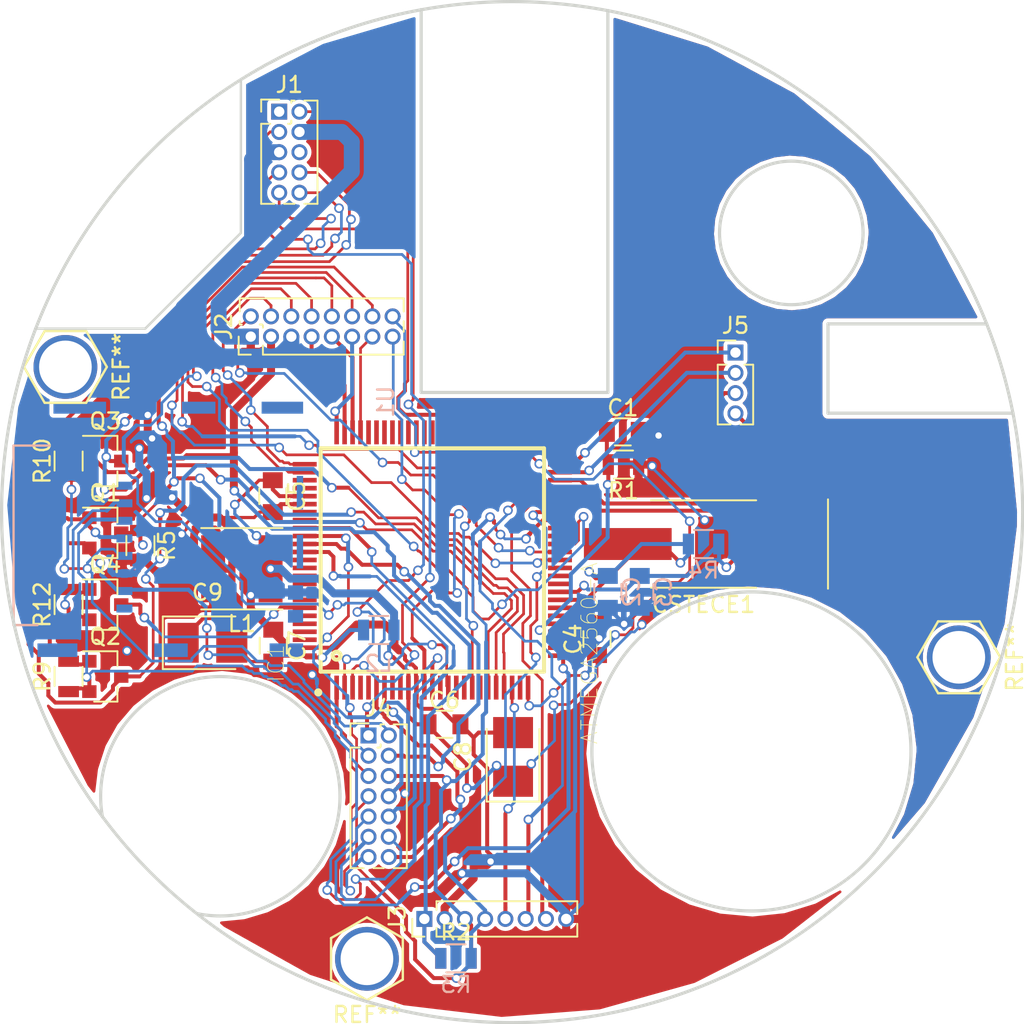
<source format=kicad_pcb>
(kicad_pcb (version 4) (host pcbnew 4.0.7)
  (layers (0 F.Cu signal) (31 B.Cu signal) (34 B.Paste user) (35 F.Paste user) (36 B.SilkS user) (37 F.SilkS user) (38 B.Mask user) (39 F.Mask user) (44 Edge.Cuts user))
  (net 0 "")
  (net 1 /RST)
  (net 2 GND)
  (net 3 /XTAL1)
  (net 4 /XTAL2)
  (net 5 +5V)
  (net 6 /RX)
  (net 7 /TX)
  (net 8 /RFM_INT)
  (net 9 /FC_PWM_4)
  (net 10 /FC_PWM_3)
  (net 11 /FC_PWM_2)
  (net 12 /FC_PWM_1)
  (net 13 /SCK)
  (net 14 /MOSI)
  (net 15 /MISO)
  (net 16 /FC_PWM_8)
  (net 17 /SERVO)
  (net 18 /FC_PWM_7)
  (net 19 /FC_PWM_6)
  (net 20 /FC_PWM_5)
  (net 21 /SDA)
  (net 22 /SCL)
  (net 23 /RX_GPS)
  (net 24 /TX_GPS)
  (net 25 /GSM_KEY)
  (net 26 /O3)
  (net 27 /CO2)
  (net 28 /O2)
  (net 29 /V_READ)
  (net 30 +3V3)
  (net 31 /SD_SS)
  (net 32 /RFM_SS)
  (net 33 /SCKLOW)
  (net 34 /MISOLOW)
  (net 35 /MOSILOW)
  (net 36 /SD_SSLOW)
  (net 37 /GSM_TX)
  (net 38 /GSM_RX)
  (net 39 /SER_P)
  (net 40 /CAM_EN)
  (net 41 /FC_EN)
  (net 42 /GSM_SLP)
  (net 43 /LED4)
  (net 44 /LED3)
  (net 45 /LED2)
  (net 46 /LED1)
  (net 47 /GAMMA)
  (net 48 "Net-(C4-Pad1)")
  (net 49 "Net-(C7-Pad2)")
  (module CanSat:SD (layer B.Cu) (at 21 43.08 270)
    (fp_text reference U1 (at 0 -21.082 270) (layer B.SilkS) (effects (justify mirror)))
    (fp_text value SD)
    (pad "" smd rect (at 13.45 -15.425 270) (size 0.8 0.95) (layers B.Cu B.Paste B.Mask))
    (pad 9 smd rect (at 11.96 -15.425 270) (size 0.9 0.95) (layers B.Cu B.Paste B.Mask) (net 2 GND))
    (pad "" smd rect (at 9.4 -15.7 270) (size 2.1 0.4) (layers B.Cu B.Paste B.Mask))
    (pad "" smd rect (at 5.7 -15.7 270) (size 2.1 0.4) (layers B.Cu B.Paste B.Mask))
    (pad "" smd rect (at 15.575 -14.85 270) (size 0.85 2.1) (layers B.Cu B.Paste B.Mask))
    (pad "" smd rect (at 15.575 -7.62 270) (size 0.85 2.1) (layers B.Cu B.Paste B.Mask))
    (pad "" smd rect (at 15.575 -0.5 270) (size 0.85 2.5) (layers B.Cu B.Paste B.Mask))
    (pad 8 smd rect (at 12.965 -4.7 270) (size 0.5 1) (layers B.Cu B.Paste B.Mask))
    (pad 7 smd rect (at 11.865 -4.7 270) (size 0.5 1) (layers B.Cu B.Paste B.Mask) (net 34 /MISOLOW))
    (pad 6 smd rect (at 10.765 -4.7 270) (size 0.5 1) (layers B.Cu B.Paste B.Mask) (net 2 GND))
    (pad 5 smd rect (at 9.665 -4.7 270) (size 0.5 1) (layers B.Cu B.Paste B.Mask) (net 33 /SCKLOW))
    (pad 4 smd rect (at 8.565 -4.7 270) (size 0.5 1) (layers B.Cu B.Paste B.Mask) (net 30 +3V3))
    (pad 3 smd rect (at 7.465 -4.7 270) (size 0.5 1) (layers B.Cu B.Paste B.Mask) (net 35 /MOSILOW))
    (pad 2 smd rect (at 6.365 -4.7 270) (size 0.5 1) (layers B.Cu B.Paste B.Mask) (net 36 /SD_SSLOW))
    (pad "" smd rect (at 0.375 -14.6 270) (size 0.75 2.6) (layers B.Cu B.Paste B.Mask))
    (pad "" smd rect (at 0.375 -9.35 270) (size 0.75 2.1) (layers B.Cu B.Paste B.Mask))
    (pad 1 smd rect (at 5.265 -4.7 270) (size 0.5 1) (layers B.Cu B.Paste B.Mask))
    (pad "" smd rect (at 0.375 -1.9 270) (size 0.75 3.3) (layers B.Cu B.Paste B.Mask))
  )
  (module CanSat:AtMega2560-AU (layer F.Cu) (at 45 53 90)
    (fp_text reference IC1 (at -6.4784 -9.7977 90) (layer F.SilkS) (effects (font (size 1.0013 1.0013) (thickness 0.05))))
    (fp_text value ATMEGA2560-A (at -5.84823 9.8473 90) (layer F.SilkS) (effects (font (size 1.00227 1.00227) (thickness 0.05))))
    (pad 1 smd rect (at -8 -6 90) (size 1.5 0.29) (layers F.Cu F.Paste F.Mask) (net 32 /RFM_SS))
    (pad 2 smd rect (at -8 -5.5 90) (size 1.5 0.29) (layers F.Cu F.Paste F.Mask) (net 6 /RX))
    (pad 3 smd rect (at -8 -5 90) (size 1.5 0.29) (layers F.Cu F.Paste F.Mask) (net 7 /TX))
    (pad 4 smd rect (at -8 -4.5 90) (size 1.5 0.29) (layers F.Cu F.Paste F.Mask))
    (pad 5 smd rect (at -8 -4 90) (size 1.5 0.29) (layers F.Cu F.Paste F.Mask))
    (pad 6 smd rect (at -8 -3.5 90) (size 1.5 0.29) (layers F.Cu F.Paste F.Mask) (net 8 /RFM_INT))
    (pad 7 smd rect (at -8 -3 90) (size 1.5 0.29) (layers F.Cu F.Paste F.Mask) (net 47 /GAMMA))
    (pad 8 smd rect (at -8 -2.5 90) (size 1.5 0.29) (layers F.Cu F.Paste F.Mask))
    (pad 9 smd rect (at -8 -2 90) (size 1.5 0.29) (layers F.Cu F.Paste F.Mask))
    (pad 10 smd rect (at -8 -1.5 90) (size 1.5 0.29) (layers F.Cu F.Paste F.Mask) (net 48 "Net-(C4-Pad1)"))
    (pad 11 smd rect (at -8 -1 90) (size 1.5 0.29) (layers F.Cu F.Paste F.Mask) (net 2 GND))
    (pad 12 smd rect (at -8 -0.5 90) (size 1.5 0.29) (layers F.Cu F.Paste F.Mask) (net 37 /GSM_TX))
    (pad 13 smd rect (at -8 0 90) (size 1.5 0.29) (layers F.Cu F.Paste F.Mask) (net 38 /GSM_RX))
    (pad 14 smd rect (at -8 0.5 90) (size 1.5 0.29) (layers F.Cu F.Paste F.Mask))
    (pad 15 smd rect (at -8 1 90) (size 1.5 0.29) (layers F.Cu F.Paste F.Mask) (net 9 /FC_PWM_4))
    (pad 16 smd rect (at -8 1.5 90) (size 1.5 0.29) (layers F.Cu F.Paste F.Mask))
    (pad 17 smd rect (at -8 2 90) (size 1.5 0.29) (layers F.Cu F.Paste F.Mask))
    (pad 18 smd rect (at -8 2.5 90) (size 1.5 0.29) (layers F.Cu F.Paste F.Mask) (net 12 /FC_PWM_1))
    (pad 19 smd rect (at -8 3 90) (size 1.5 0.29) (layers F.Cu F.Paste F.Mask))
    (pad 20 smd rect (at -8 3.5 90) (size 1.5 0.29) (layers F.Cu F.Paste F.Mask) (net 13 /SCK))
    (pad 21 smd rect (at -8 4 90) (size 1.5 0.29) (layers F.Cu F.Paste F.Mask) (net 14 /MOSI))
    (pad 22 smd rect (at -8 4.5 90) (size 1.5 0.29) (layers F.Cu F.Paste F.Mask) (net 15 /MISO))
    (pad 23 smd rect (at -8 5 90) (size 1.5 0.29) (layers F.Cu F.Paste F.Mask) (net 39 /SER_P))
    (pad 24 smd rect (at -8 5.5 90) (size 1.5 0.29) (layers F.Cu F.Paste F.Mask))
    (pad 25 smd rect (at -8 6 90) (size 1.5 0.29) (layers F.Cu F.Paste F.Mask) (net 16 /FC_PWM_8))
    (pad 26 smd rect (at -6 8 90) (size 0.29 1.5) (layers F.Cu F.Paste F.Mask) (net 17 /SERVO))
    (pad 27 smd rect (at -5.5 8 90) (size 0.29 1.5) (layers F.Cu F.Paste F.Mask))
    (pad 28 smd rect (at -5 8 90) (size 0.29 1.5) (layers F.Cu F.Paste F.Mask))
    (pad 29 smd rect (at -4.5 8 90) (size 0.29 1.5) (layers F.Cu F.Paste F.Mask))
    (pad 30 smd rect (at -4 8 90) (size 0.29 1.5) (layers F.Cu F.Paste F.Mask) (net 1 /RST))
    (pad 31 smd rect (at -3.5 8 90) (size 0.29 1.5) (layers F.Cu F.Paste F.Mask) (net 48 "Net-(C4-Pad1)"))
    (pad 32 smd rect (at -3 8 90) (size 0.29 1.5) (layers F.Cu F.Paste F.Mask) (net 2 GND))
    (pad 33 smd rect (at -2.5 8 90) (size 0.29 1.5) (layers F.Cu F.Paste F.Mask) (net 3 /XTAL1))
    (pad 34 smd rect (at -2 8 90) (size 0.29 1.5) (layers F.Cu F.Paste F.Mask) (net 4 /XTAL2))
    (pad 35 smd rect (at -1.5 8 90) (size 0.29 1.5) (layers F.Cu F.Paste F.Mask))
    (pad 36 smd rect (at -1 8 90) (size 0.29 1.5) (layers F.Cu F.Paste F.Mask))
    (pad 37 smd rect (at -0.5 8 90) (size 0.29 1.5) (layers F.Cu F.Paste F.Mask))
    (pad 38 smd rect (at 0 8 90) (size 0.29 1.5) (layers F.Cu F.Paste F.Mask) (net 18 /FC_PWM_7))
    (pad 39 smd rect (at 0.5 8 90) (size 0.29 1.5) (layers F.Cu F.Paste F.Mask) (net 19 /FC_PWM_6))
    (pad 40 smd rect (at 1 8 90) (size 0.29 1.5) (layers F.Cu F.Paste F.Mask) (net 20 /FC_PWM_5))
    (pad 41 smd rect (at 1.5 8 90) (size 0.29 1.5) (layers F.Cu F.Paste F.Mask))
    (pad 42 smd rect (at 2 8 90) (size 0.29 1.5) (layers F.Cu F.Paste F.Mask))
    (pad 43 smd rect (at 2.5 8 90) (size 0.29 1.5) (layers F.Cu F.Paste F.Mask) (net 22 /SCL))
    (pad 44 smd rect (at 3 8 90) (size 0.29 1.5) (layers F.Cu F.Paste F.Mask) (net 21 /SDA))
    (pad 45 smd rect (at 3.5 8 90) (size 0.29 1.5) (layers F.Cu F.Paste F.Mask) (net 24 /TX_GPS))
    (pad 46 smd rect (at 4 8 90) (size 0.29 1.5) (layers F.Cu F.Paste F.Mask) (net 23 /RX_GPS))
    (pad 47 smd rect (at 4.5 8 90) (size 0.29 1.5) (layers F.Cu F.Paste F.Mask) (net 43 /LED4))
    (pad 48 smd rect (at 5 8 90) (size 0.29 1.5) (layers F.Cu F.Paste F.Mask) (net 44 /LED3))
    (pad 49 smd rect (at 5.5 8 90) (size 0.29 1.5) (layers F.Cu F.Paste F.Mask) (net 45 /LED2))
    (pad 50 smd rect (at 6 8 90) (size 0.29 1.5) (layers F.Cu F.Paste F.Mask) (net 46 /LED1))
    (pad 51 smd rect (at 8 6 90) (size 1.5 0.29) (layers F.Cu F.Paste F.Mask))
    (pad 52 smd rect (at 8 5.5 90) (size 1.5 0.29) (layers F.Cu F.Paste F.Mask))
    (pad 53 smd rect (at 8 5 90) (size 1.5 0.29) (layers F.Cu F.Paste F.Mask))
    (pad 54 smd rect (at 8 4.5 90) (size 1.5 0.29) (layers F.Cu F.Paste F.Mask))
    (pad 55 smd rect (at 8 4 90) (size 1.5 0.29) (layers F.Cu F.Paste F.Mask))
    (pad 56 smd rect (at 8 3.5 90) (size 1.5 0.29) (layers F.Cu F.Paste F.Mask))
    (pad 57 smd rect (at 8 3 90) (size 1.5 0.29) (layers F.Cu F.Paste F.Mask))
    (pad 58 smd rect (at 8 2.5 90) (size 1.5 0.29) (layers F.Cu F.Paste F.Mask))
    (pad 59 smd rect (at 8 2 90) (size 1.5 0.29) (layers F.Cu F.Paste F.Mask))
    (pad 60 smd rect (at 8 1.5 90) (size 1.5 0.29) (layers F.Cu F.Paste F.Mask))
    (pad 61 smd rect (at 8 1 90) (size 1.5 0.29) (layers F.Cu F.Paste F.Mask))
    (pad 62 smd rect (at 8 0.5 90) (size 1.5 0.29) (layers F.Cu F.Paste F.Mask))
    (pad 63 smd rect (at 8 0 90) (size 1.5 0.29) (layers F.Cu F.Paste F.Mask))
    (pad 64 smd rect (at 8 -0.5 90) (size 1.5 0.29) (layers F.Cu F.Paste F.Mask))
    (pad 65 smd rect (at 8 -1 90) (size 1.5 0.29) (layers F.Cu F.Paste F.Mask))
    (pad 66 smd rect (at 8 -1.5 90) (size 1.5 0.29) (layers F.Cu F.Paste F.Mask))
    (pad 67 smd rect (at 8 -2 90) (size 1.5 0.29) (layers F.Cu F.Paste F.Mask))
    (pad 68 smd rect (at 8 -2.5 90) (size 1.5 0.29) (layers F.Cu F.Paste F.Mask))
    (pad 69 smd rect (at 8 -3 90) (size 1.5 0.29) (layers F.Cu F.Paste F.Mask))
    (pad 70 smd rect (at 8 -3.5 90) (size 1.5 0.29) (layers F.Cu F.Paste F.Mask))
    (pad 71 smd rect (at 8 -4 90) (size 1.5 0.29) (layers F.Cu F.Paste F.Mask))
    (pad 72 smd rect (at 8 -4.5 90) (size 1.5 0.29) (layers F.Cu F.Paste F.Mask) (net 25 /GSM_KEY))
    (pad 73 smd rect (at 8 -5 90) (size 1.5 0.29) (layers F.Cu F.Paste F.Mask) (net 41 /FC_EN))
    (pad 74 smd rect (at 8 -5.5 90) (size 1.5 0.29) (layers F.Cu F.Paste F.Mask) (net 40 /CAM_EN))
    (pad 75 smd rect (at 8 -6 90) (size 1.5 0.29) (layers F.Cu F.Paste F.Mask) (net 42 /GSM_SLP))
    (pad 76 smd rect (at 6 -8 90) (size 0.29 1.5) (layers F.Cu F.Paste F.Mask) (net 11 /FC_PWM_2))
    (pad 77 smd rect (at 5.5 -8 90) (size 0.29 1.5) (layers F.Cu F.Paste F.Mask) (net 10 /FC_PWM_3))
    (pad 78 smd rect (at 5 -8 90) (size 0.29 1.5) (layers F.Cu F.Paste F.Mask))
    (pad 79 smd rect (at 4.5 -8 90) (size 0.29 1.5) (layers F.Cu F.Paste F.Mask))
    (pad 80 smd rect (at 4 -8 90) (size 0.29 1.5) (layers F.Cu F.Paste F.Mask) (net 48 "Net-(C4-Pad1)"))
    (pad 81 smd rect (at 3.5 -8 90) (size 0.29 1.5) (layers F.Cu F.Paste F.Mask) (net 2 GND))
    (pad 82 smd rect (at 3 -8 90) (size 0.29 1.5) (layers F.Cu F.Paste F.Mask))
    (pad 83 smd rect (at 2.5 -8 90) (size 0.29 1.5) (layers F.Cu F.Paste F.Mask))
    (pad 84 smd rect (at 2 -8 90) (size 0.29 1.5) (layers F.Cu F.Paste F.Mask) (net 26 /O3))
    (pad 85 smd rect (at 1.5 -8 90) (size 0.29 1.5) (layers F.Cu F.Paste F.Mask) (net 27 /CO2))
    (pad 86 smd rect (at 1 -8 90) (size 0.29 1.5) (layers F.Cu F.Paste F.Mask) (net 28 /O2))
    (pad 87 smd rect (at 0.5 -8 90) (size 0.29 1.5) (layers F.Cu F.Paste F.Mask) (net 29 /V_READ))
    (pad 88 smd rect (at 0 -8 90) (size 0.29 1.5) (layers F.Cu F.Paste F.Mask))
    (pad 89 smd rect (at -0.5 -8 90) (size 0.29 1.5) (layers F.Cu F.Paste F.Mask))
    (pad 90 smd rect (at -1 -8 90) (size 0.29 1.5) (layers F.Cu F.Paste F.Mask))
    (pad 91 smd rect (at -1.5 -8 90) (size 0.29 1.5) (layers F.Cu F.Paste F.Mask))
    (pad 92 smd rect (at -2 -8 90) (size 0.29 1.5) (layers F.Cu F.Paste F.Mask))
    (pad 93 smd rect (at -2.5 -8 90) (size 0.29 1.5) (layers F.Cu F.Paste F.Mask))
    (pad 94 smd rect (at -3 -8 90) (size 0.29 1.5) (layers F.Cu F.Paste F.Mask) (net 31 /SD_SS))
    (pad 95 smd rect (at -3.5 -8 90) (size 0.29 1.5) (layers F.Cu F.Paste F.Mask))
    (pad 96 smd rect (at -4 -8 90) (size 0.29 1.5) (layers F.Cu F.Paste F.Mask))
    (pad 97 smd rect (at -4.5 -8 90) (size 0.29 1.5) (layers F.Cu F.Paste F.Mask))
    (pad 98 smd rect (at -5 -8 90) (size 0.29 1.5) (layers F.Cu F.Paste F.Mask))
    (pad 99 smd rect (at -5.5 -8 90) (size 0.29 1.5) (layers F.Cu F.Paste F.Mask) (net 2 GND))
    (pad 100 smd rect (at -6 -8 90) (size 0.29 1.5) (layers F.Cu F.Paste F.Mask) (net 49 "Net-(C7-Pad2)"))
  )
  (module Pin_Headers:Pin_Header_Straight_2x07_Pitch1.27mm (layer F.Cu) (at 41 64)
    (fp_text reference J4 (at 0.635 -1.695) (layer F.SilkS))
    (fp_text value Conn_02x07_Counter_Clockwise)
    (pad 1 thru_hole rect (at 0 0) (size 1 1) (drill 0.65) (layers *.Cu *.Mask) (net 38 /GSM_RX))
    (pad 2 thru_hole oval (at 1.27 0) (size 1 1) (drill 0.65) (layers *.Cu *.Mask) (net 33 /SCKLOW))
    (pad 3 thru_hole oval (at 0 1.27) (size 1 1) (drill 0.65) (layers *.Cu *.Mask) (net 34 /MISOLOW))
    (pad 4 thru_hole oval (at 1.27 1.27) (size 1 1) (drill 0.65) (layers *.Cu *.Mask) (net 28 /O2))
    (pad 5 thru_hole oval (at 0 2.54) (size 1 1) (drill 0.65) (layers *.Cu *.Mask) (net 27 /CO2))
    (pad 6 thru_hole oval (at 1.27 2.54) (size 1 1) (drill 0.65) (layers *.Cu *.Mask) (net 22 /SCL))
    (pad 7 thru_hole oval (at 0 3.81) (size 1 1) (drill 0.65) (layers *.Cu *.Mask) (net 21 /SDA))
    (pad 8 thru_hole oval (at 1.27 3.81) (size 1 1) (drill 0.65) (layers *.Cu *.Mask) (net 47 /GAMMA))
    (pad 9 thru_hole oval (at 0 5.08) (size 1 1) (drill 0.65) (layers *.Cu *.Mask) (net 17 /SERVO))
    (pad 10 thru_hole oval (at 1.27 5.08) (size 1 1) (drill 0.65) (layers *.Cu *.Mask) (net 29 /V_READ))
    (pad 11 thru_hole oval (at 0 6.35) (size 1 1) (drill 0.65) (layers *.Cu *.Mask) (net 26 /O3))
    (pad 12 thru_hole oval (at 1.27 6.35) (size 1 1) (drill 0.65) (layers *.Cu *.Mask) (net 35 /MOSILOW))
    (pad 13 thru_hole oval (at 0 7.62) (size 1 1) (drill 0.65) (layers *.Cu *.Mask) (net 32 /RFM_SS))
    (pad 14 thru_hole oval (at 1.27 7.62) (size 1 1) (drill 0.65) (layers *.Cu *.Mask) (net 8 /RFM_INT))
  )
  (module TO_SOT_Packages_SMD:SOT-23 (layer F.Cu) (at 24.5 46.8)
    (fp_text reference Q3 (at 0 -2.5) (layer F.SilkS))
    (fp_text value BSS138)
    (pad 1 smd rect (at -1 -0.95) (size 0.9 0.8) (layers F.Cu F.Paste F.Mask) (net 30 +3V3))
    (pad 2 smd rect (at -1 0.95) (size 0.9 0.8) (layers F.Cu F.Paste F.Mask) (net 33 /SCKLOW))
    (pad 3 smd rect (at 1 0) (size 0.9 0.8) (layers F.Cu F.Paste F.Mask) (net 13 /SCK))
  )
  (module Capacitors_SMD:C_0805 (layer F.Cu) (at 35.03 58.37 270)
    (fp_text reference C7 (at 0 -1.5 270) (layer F.SilkS))
    (fp_text value "100 nF")
    (pad 1 smd rect (at -1 0 270) (size 1 1.25) (layers F.Cu F.Paste F.Mask) (net 2 GND))
    (pad 2 smd rect (at 1 0 270) (size 1 1.25) (layers F.Cu F.Paste F.Mask) (net 49 "Net-(C7-Pad2)"))
  )
  (module Pin_Headers:Pin_Header_Straight_2x08_Pitch1.27mm (layer F.Cu) (at 33.62 39 90)
    (fp_text reference J2 (at 0.635 -1.695 90) (layer F.SilkS))
    (fp_text value Conn_02x08_Counter_Clockwise)
    (pad 1 thru_hole rect (at 0 0 90) (size 1 1) (drill 0.65) (layers *.Cu *.Mask) (net 5 +5V))
    (pad 2 thru_hole oval (at 1.27 0 90) (size 1 1) (drill 0.65) (layers *.Cu *.Mask) (net 12 /FC_PWM_1))
    (pad 3 thru_hole oval (at 0 1.27 90) (size 1 1) (drill 0.65) (layers *.Cu *.Mask) (net 30 +3V3))
    (pad 4 thru_hole oval (at 1.27 1.27 90) (size 1 1) (drill 0.65) (layers *.Cu *.Mask) (net 11 /FC_PWM_2))
    (pad 5 thru_hole oval (at 0 2.54 90) (size 1 1) (drill 0.65) (layers *.Cu *.Mask) (net 2 GND))
    (pad 6 thru_hole oval (at 1.27 2.54 90) (size 1 1) (drill 0.65) (layers *.Cu *.Mask) (net 10 /FC_PWM_3))
    (pad 7 thru_hole oval (at 0 3.81 90) (size 1 1) (drill 0.65) (layers *.Cu *.Mask) (net 40 /CAM_EN))
    (pad 8 thru_hole oval (at 1.27 3.81 90) (size 1 1) (drill 0.65) (layers *.Cu *.Mask) (net 9 /FC_PWM_4))
    (pad 9 thru_hole oval (at 0 5.08 90) (size 1 1) (drill 0.65) (layers *.Cu *.Mask) (net 41 /FC_EN))
    (pad 10 thru_hole oval (at 1.27 5.08 90) (size 1 1) (drill 0.65) (layers *.Cu *.Mask) (net 20 /FC_PWM_5))
    (pad 11 thru_hole oval (at 0 6.35 90) (size 1 1) (drill 0.65) (layers *.Cu *.Mask) (net 42 /GSM_SLP))
    (pad 12 thru_hole oval (at 1.27 6.35 90) (size 1 1) (drill 0.65) (layers *.Cu *.Mask) (net 19 /FC_PWM_6))
    (pad 13 thru_hole oval (at 0 7.62 90) (size 1 1) (drill 0.65) (layers *.Cu *.Mask) (net 25 /GSM_KEY))
    (pad 14 thru_hole oval (at 1.27 7.62 90) (size 1 1) (drill 0.65) (layers *.Cu *.Mask) (net 18 /FC_PWM_7))
    (pad 15 thru_hole oval (at 0 8.89 90) (size 1 1) (drill 0.65) (layers *.Cu *.Mask) (net 37 /GSM_TX))
    (pad 16 thru_hole oval (at 1.27 8.89 90) (size 1 1) (drill 0.65) (layers *.Cu *.Mask) (net 16 /FC_PWM_8))
  )
  (module Capacitors_SMD:C_0805 (layer F.Cu) (at 56.94 44.97)
    (fp_text reference C1 (at 0 -1.5) (layer F.SilkS))
    (fp_text value "22 pF")
    (pad 1 smd rect (at -1 0) (size 1 1.25) (layers F.Cu F.Paste F.Mask) (net 1 /RST))
    (pad 2 smd rect (at 1 0) (size 1 1.25) (layers F.Cu F.Paste F.Mask) (net 2 GND))
  )
  (module Capacitors_SMD:C_0805 (layer B.Cu) (at 56 55 90)
    (fp_text reference C2 (at 0 1.5 90) (layer B.SilkS) (effects (justify mirror)))
    (fp_text value "20 pF")
    (pad 1 smd rect (at -1 0 90) (size 1 1.25) (layers B.Cu B.Paste B.Mask) (net 2 GND))
    (pad 2 smd rect (at 1 0 90) (size 1 1.25) (layers B.Cu B.Paste B.Mask) (net 3 /XTAL1))
  )
  (module Capacitors_SMD:C_0805 (layer B.Cu) (at 58 55 90)
    (fp_text reference C3 (at 0 1.5 90) (layer B.SilkS) (effects (justify mirror)))
    (fp_text value "20 pF")
    (pad 1 smd rect (at -1 0 90) (size 1 1.25) (layers B.Cu B.Paste B.Mask) (net 2 GND))
    (pad 2 smd rect (at 1 0 90) (size 1 1.25) (layers B.Cu B.Paste B.Mask) (net 4 /XTAL2))
  )
  (module Capacitors_SMD:C_0805 (layer F.Cu) (at 55.32 57.96 90)
    (fp_text reference C4 (at 0 -1.5 90) (layer F.SilkS))
    (fp_text value "100 nF")
    (pad 1 smd rect (at -1 0 90) (size 1 1.25) (layers F.Cu F.Paste F.Mask) (net 48 "Net-(C4-Pad1)"))
    (pad 2 smd rect (at 1 0 90) (size 1 1.25) (layers F.Cu F.Paste F.Mask) (net 2 GND))
  )
  (module Capacitors_SMD:C_0805 (layer F.Cu) (at 35 49 270)
    (fp_text reference C5 (at 0 -1.5 270) (layer F.SilkS))
    (fp_text value "100 nF")
    (pad 1 smd rect (at -1 0 270) (size 1 1.25) (layers F.Cu F.Paste F.Mask) (net 48 "Net-(C4-Pad1)"))
    (pad 2 smd rect (at 1 0 270) (size 1 1.25) (layers F.Cu F.Paste F.Mask) (net 2 GND))
  )
  (module Capacitors_SMD:C_0805 (layer F.Cu) (at 45.76 63.3)
    (fp_text reference C6 (at 0 -1.5) (layer F.SilkS))
    (fp_text value "100 nF")
    (pad 1 smd rect (at -1 0) (size 1 1.25) (layers F.Cu F.Paste F.Mask) (net 48 "Net-(C4-Pad1)"))
    (pad 2 smd rect (at 1 0) (size 1 1.25) (layers F.Cu F.Paste F.Mask) (net 2 GND))
  )
  (module CanSat:Crystal_SMD (layer F.Cu) (at 62 52 180)
    (fp_text reference CSTECE1 (at 0 -3.8 180) (layer F.SilkS))
    (fp_text value 16MHZ)
    (pad 1 smd rect (at -4.75 0 180) (size 5.5 2) (layers F.Cu F.Paste F.Mask) (net 4 /XTAL2))
    (pad 2 smd rect (at 4.75 0 180) (size 5.5 2) (layers F.Cu F.Paste F.Mask) (net 3 /XTAL1))
  )
  (module Pin_Headers:Pin_Header_Straight_2x05_Pitch1.27mm (layer F.Cu) (at 35.4 24.9)
    (fp_text reference J1 (at 0.635 -1.695) (layer F.SilkS))
    (fp_text value Conn_02x05_Counter_Clockwise)
    (pad 1 thru_hole rect (at 0 0) (size 1 1) (drill 0.65) (layers *.Cu *.Mask))
    (pad 2 thru_hole oval (at 1.27 0) (size 1 1) (drill 0.65) (layers *.Cu *.Mask) (net 6 /RX))
    (pad 3 thru_hole oval (at 0 1.27) (size 1 1) (drill 0.65) (layers *.Cu *.Mask) (net 7 /TX))
    (pad 4 thru_hole oval (at 1.27 1.27) (size 1 1) (drill 0.65) (layers *.Cu *.Mask) (net 5 +5V))
    (pad 5 thru_hole oval (at 0 2.54) (size 1 1) (drill 0.65) (layers *.Cu *.Mask) (net 2 GND))
    (pad 6 thru_hole oval (at 1.27 2.54) (size 1 1) (drill 0.65) (layers *.Cu *.Mask))
    (pad 7 thru_hole oval (at 0 3.81) (size 1 1) (drill 0.65) (layers *.Cu *.Mask) (net 1 /RST))
    (pad 8 thru_hole oval (at 1.27 3.81) (size 1 1) (drill 0.65) (layers *.Cu *.Mask) (net 15 /MISO))
    (pad 9 thru_hole oval (at 0 5.08) (size 1 1) (drill 0.65) (layers *.Cu *.Mask) (net 14 /MOSI))
    (pad 10 thru_hole oval (at 1.27 5.08) (size 1 1) (drill 0.65) (layers *.Cu *.Mask) (net 13 /SCK))
  )
  (module Resistors_SMD:R_0805 (layer F.Cu) (at 56.98 47.02 180)
    (fp_text reference R1 (at 0 -1.65 180) (layer F.SilkS))
    (fp_text value 10k)
    (pad 1 smd rect (at -0.95 0 180) (size 0.7 1.3) (layers F.Cu F.Paste F.Mask) (net 5 +5V))
    (pad 2 smd rect (at 0.95 0 180) (size 0.7 1.3) (layers F.Cu F.Paste F.Mask) (net 1 /RST))
  )
  (module Resistors_SMD:R_0805 (layer F.Cu) (at 46.48 77.97)
    (fp_text reference R2 (at 0 -1.65) (layer F.SilkS))
    (fp_text value 2k)
    (pad 1 smd rect (at -0.95 0) (size 0.7 1.3) (layers F.Cu F.Paste F.Mask) (net 30 +3V3))
    (pad 2 smd rect (at 0.95 0) (size 0.7 1.3) (layers F.Cu F.Paste F.Mask) (net 22 /SCL))
  )
  (module Resistors_SMD:R_0805 (layer B.Cu) (at 46.48 77.97)
    (fp_text reference R3 (at 0 1.65) (layer B.SilkS) (effects (justify mirror)))
    (fp_text value 2k)
    (pad 1 smd rect (at -0.95 0) (size 0.7 1.3) (layers B.Cu B.Paste B.Mask) (net 30 +3V3))
    (pad 2 smd rect (at 0.95 0) (size 0.7 1.3) (layers B.Cu B.Paste B.Mask) (net 21 /SDA))
  )
  (module Resistors_SMD:R_0805 (layer B.Cu) (at 62 52)
    (fp_text reference R4 (at 0 1.65) (layer B.SilkS) (effects (justify mirror)))
    (fp_text value 1M)
    (pad 1 smd rect (at -0.95 0) (size 0.7 1.3) (layers B.Cu B.Paste B.Mask) (net 3 /XTAL1))
    (pad 2 smd rect (at 0.95 0) (size 0.7 1.3) (layers B.Cu B.Paste B.Mask) (net 4 /XTAL2))
  )
  (module TO_SOT_Packages_SMD:SOT-23 (layer F.Cu) (at 24.5 51.3)
    (fp_text reference Q1 (at 0 -2.5) (layer F.SilkS))
    (fp_text value BSS138)
    (pad 1 smd rect (at -1 -0.95) (size 0.9 0.8) (layers F.Cu F.Paste F.Mask) (net 30 +3V3))
    (pad 2 smd rect (at -1 0.95) (size 0.9 0.8) (layers F.Cu F.Paste F.Mask) (net 34 /MISOLOW))
    (pad 3 smd rect (at 1 0) (size 0.9 0.8) (layers F.Cu F.Paste F.Mask) (net 15 /MISO))
  )
  (module TO_SOT_Packages_SMD:SOT-23 (layer F.Cu) (at 24.5 60.3)
    (fp_text reference Q2 (at 0 -2.5) (layer F.SilkS))
    (fp_text value BSS138)
    (pad 1 smd rect (at -1 -0.95) (size 0.9 0.8) (layers F.Cu F.Paste F.Mask) (net 30 +3V3))
    (pad 2 smd rect (at -1 0.95) (size 0.9 0.8) (layers F.Cu F.Paste F.Mask) (net 35 /MOSILOW))
    (pad 3 smd rect (at 1 0) (size 0.9 0.8) (layers F.Cu F.Paste F.Mask) (net 14 /MOSI))
  )
  (module TO_SOT_Packages_SMD:SOT-23 (layer F.Cu) (at 24.5 55.8)
    (fp_text reference Q4 (at 0 -2.5) (layer F.SilkS))
    (fp_text value BSS138)
    (pad 1 smd rect (at -1 -0.95) (size 0.9 0.8) (layers F.Cu F.Paste F.Mask) (net 30 +3V3))
    (pad 2 smd rect (at -1 0.95) (size 0.9 0.8) (layers F.Cu F.Paste F.Mask) (net 36 /SD_SSLOW))
    (pad 3 smd rect (at 1 0) (size 0.9 0.8) (layers F.Cu F.Paste F.Mask) (net 31 /SD_SS))
  )
  (module CanSat:Standoff (layer F.Cu) (at 40.9 78)
    (fp_text reference REF** (at 0 3.5) (layer F.SilkS))
    (fp_text value Standoff)
    (pad "" thru_hole circle (at 0 0) (size 4 4) (drill 3.3) (layers *.Cu *.Mask))
  )
  (module CanSat:Standoff (layer F.Cu) (at 78 59.1 90)
    (fp_text reference REF** (at 0 3.5 90) (layer F.SilkS))
    (fp_text value Standoff)
    (pad "" thru_hole circle (at 0 0 90) (size 4 4) (drill 3.3) (layers *.Cu *.Mask))
  )
  (module CanSat:Standoff (layer F.Cu) (at 22 40.9 90)
    (fp_text reference REF** (at 0 3.5 90) (layer F.SilkS))
    (fp_text value Standoff)
    (pad "" thru_hole circle (at 0 0 90) (size 4 4) (drill 3.3) (layers *.Cu *.Mask))
  )
  (module Pin_Headers:Pin_Header_Straight_1x08_Pitch1.27mm (layer F.Cu) (at 44.5 75.5 90)
    (fp_text reference J3 (at 0 -1.695 90) (layer F.SilkS))
    (fp_text value Conn_01x08)
    (pad 1 thru_hole rect (at 0 0 90) (size 1 1) (drill 0.65) (layers *.Cu *.Mask) (net 30 +3V3))
    (pad 2 thru_hole oval (at 0 1.27 90) (size 1 1) (drill 0.65) (layers *.Cu *.Mask) (net 2 GND))
    (pad 3 thru_hole oval (at 0 2.54 90) (size 1 1) (drill 0.65) (layers *.Cu *.Mask) (net 22 /SCL))
    (pad 4 thru_hole oval (at 0 3.81 90) (size 1 1) (drill 0.65) (layers *.Cu *.Mask) (net 21 /SDA))
    (pad 5 thru_hole oval (at 0 5.08 90) (size 1 1) (drill 0.65) (layers *.Cu *.Mask) (net 39 /SER_P))
    (pad 6 thru_hole oval (at 0 6.35 90) (size 1 1) (drill 0.65) (layers *.Cu *.Mask) (net 23 /RX_GPS))
    (pad 7 thru_hole oval (at 0 7.62 90) (size 1 1) (drill 0.65) (layers *.Cu *.Mask) (net 24 /TX_GPS))
    (pad 8 thru_hole oval (at 0 8.89 90) (size 1 1) (drill 0.65) (layers *.Cu *.Mask) (net 5 +5V))
  )
  (module Pin_Headers:Pin_Header_Straight_1x04_Pitch1.27mm (layer F.Cu) (at 64 40)
    (fp_text reference J5 (at 0 -1.695) (layer F.SilkS))
    (fp_text value Conn_01x04)
    (pad 1 thru_hole rect (at 0 0) (size 1 1) (drill 0.65) (layers *.Cu *.Mask) (net 46 /LED1))
    (pad 2 thru_hole oval (at 0 1.27) (size 1 1) (drill 0.65) (layers *.Cu *.Mask) (net 45 /LED2))
    (pad 3 thru_hole oval (at 0 2.54) (size 1 1) (drill 0.65) (layers *.Cu *.Mask) (net 44 /LED3))
    (pad 4 thru_hole oval (at 0 3.81) (size 1 1) (drill 0.65) (layers *.Cu *.Mask) (net 43 /LED4))
  )
  (module Resistors_SMD:R_0805 (layer F.Cu) (at 26.7 52.1 270)
    (fp_text reference R5 (at 0 -1.65 270) (layer F.SilkS))
    (fp_text value 10k)
    (pad 1 smd rect (at -0.95 0 270) (size 0.7 1.3) (layers F.Cu F.Paste F.Mask) (net 15 /MISO))
    (pad 2 smd rect (at 0.95 0 270) (size 0.7 1.3) (layers F.Cu F.Paste F.Mask) (net 5 +5V))
  )
  (module Resistors_SMD:R_0805 (layer F.Cu) (at 22.2 60.3 90)
    (fp_text reference R9 (at 0 -1.65 90) (layer F.SilkS))
    (fp_text value 10k)
    (pad 1 smd rect (at -0.95 0 90) (size 0.7 1.3) (layers F.Cu F.Paste F.Mask) (net 35 /MOSILOW))
    (pad 2 smd rect (at 0.95 0 90) (size 0.7 1.3) (layers F.Cu F.Paste F.Mask) (net 30 +3V3))
  )
  (module Resistors_SMD:R_0805 (layer F.Cu) (at 22.2 46.8 90)
    (fp_text reference R10 (at 0 -1.65 90) (layer F.SilkS))
    (fp_text value 10k)
    (pad 1 smd rect (at -0.95 0 90) (size 0.7 1.3) (layers F.Cu F.Paste F.Mask) (net 33 /SCKLOW))
    (pad 2 smd rect (at 0.95 0 90) (size 0.7 1.3) (layers F.Cu F.Paste F.Mask) (net 30 +3V3))
  )
  (module Resistors_SMD:R_0805 (layer F.Cu) (at 22.2 55.8 90)
    (fp_text reference R12 (at 0 -1.65 90) (layer F.SilkS))
    (fp_text value 10k)
    (pad 1 smd rect (at -0.95 0 90) (size 0.7 1.3) (layers F.Cu F.Paste F.Mask) (net 36 /SD_SSLOW))
    (pad 2 smd rect (at 0.95 0 90) (size 0.7 1.3) (layers F.Cu F.Paste F.Mask) (net 30 +3V3))
  )
  (module Capacitors_Tantalum_SMD:CP_Tantalum_Case-B_EIA-3528-21_Reflow (layer F.Cu) (at 50.06 65.345 90)
    (fp_text reference C8 (at 0 -3.15 90) (layer F.SilkS))
    (fp_text value "10 uF")
    (pad 1 smd rect (at -1.525 0 90) (size 1.95 2.5) (layers F.Cu F.Paste F.Mask) (net 48 "Net-(C4-Pad1)"))
    (pad 2 smd rect (at 1.525 0 90) (size 1.95 2.5) (layers F.Cu F.Paste F.Mask) (net 2 GND))
  )
  (module Capacitors_Tantalum_SMD:CP_Tantalum_Case-B_EIA-3528-21_Reflow (layer F.Cu) (at 30.905 58.19)
    (fp_text reference C9 (at 0 -3.15) (layer F.SilkS))
    (fp_text value "10 uF")
    (pad 1 smd rect (at -1.525 0) (size 1.95 2.5) (layers F.Cu F.Paste F.Mask) (net 2 GND))
    (pad 2 smd rect (at 1.525 0) (size 1.95 2.5) (layers F.Cu F.Paste F.Mask) (net 49 "Net-(C7-Pad2)"))
  )
  (module Inductors_SMD:L_0805 (layer B.Cu) (at 41.64 57.39)
    (fp_text reference L2 (at 0 2.1) (layer B.SilkS) (effects (justify mirror)))
    (fp_text value Ferrite_Bead)
    (pad 1 smd rect (at -0.95 0) (size 0.7 1.3) (layers B.Cu B.Paste B.Mask) (net 49 "Net-(C7-Pad2)"))
    (pad 2 smd rect (at 0.95 0) (size 0.7 1.3) (layers B.Cu B.Paste B.Mask) (net 48 "Net-(C4-Pad1)"))
  )
  (module Inductors_SMD:L_Taiyo-Yuden_NR-50xx (layer F.Cu) (at 33.06 53.55 180)
    (fp_text reference L1 (at 0 -3.45 180) (layer F.SilkS))
    (fp_text value "10 uH")
    (pad 1 smd rect (at -1.8 0 180) (size 1.5 4.2) (layers F.Cu F.Paste F.Mask) (net 48 "Net-(C4-Pad1)"))
    (pad 2 smd rect (at 1.8 0 180) (size 1.5 4.2) (layers F.Cu F.Paste F.Mask) (net 5 +5V))
  )
  (gr_line (start 56 42.5) (end 56 18.56) (layer Edge.Cuts) (width 0.2))
  (gr_line (start 44.3 42.5) (end 56 42.5) (layer Edge.Cuts) (width 0.2))
  (gr_line (start 44.3 18.5) (end 44.3 42.5) (layer Edge.Cuts) (width 0.2))
  (gr_arc (start 31.71 67.81) (end 24.32 69.1) (angle 291) (layer Edge.Cuts) (width 0.2))
  (gr_line (start 69.8 43.8) (end 81.4 43.8) (angle 90) (layer Edge.Cuts) (width 0.2))
  (gr_line (start 69.8 38.2) (end 69.8 43.8) (angle 90) (layer Edge.Cuts) (width 0.2))
  (gr_line (start 79.75 38.2) (end 69.8 38.2) (angle 90) (layer Edge.Cuts) (width 0.2))
  (gr_line (start 33 32.5) (end 33 22.87) (angle 90) (layer Edge.Cuts) (width 0.15))
  (gr_line (start 27 38.5) (end 33 32.5) (angle 90) (layer Edge.Cuts) (width 0.15))
  (gr_line (start 20.1 38.5) (end 27 38.5) (angle 90) (layer Edge.Cuts) (width 0.15))
  (gr_circle (center 67.5 32.5) (end 67.5 37) (layer Edge.Cuts) (width 0.2))
  (gr_circle (center 65 65) (end 65 55) (layer Edge.Cuts) (width 0.2))
  (gr_circle (center 50 50) (end 50 82) (layer Edge.Cuts) (width 0.2))
  (segment (start 55.99 51.58) (end 55.99 48.28) (width 0.25) (layer B.Cu) (net 1))
  (segment (start 52.12 57) (end 51.72 57.4) (width 0.25) (layer F.Cu) (net 1))
  (via (at 51.72 57.4) (size 0.6) (drill 0.4) (layers F.Cu B.Cu) (net 1))
  (segment (start 51.72 57.4) (end 53.68 55.44) (width 0.25) (layer B.Cu) (net 1))
  (segment (start 53.68 55.44) (end 53.68 53.89) (width 0.25) (layer B.Cu) (net 1))
  (segment (start 53.68 53.89) (end 55.99 51.58) (width 0.25) (layer B.Cu) (net 1))
  (segment (start 53 57) (end 52.12 57) (width 0.25) (layer F.Cu) (net 1))
  (segment (start 56.03 48.24) (end 56.03 47.02) (width 0.25) (layer F.Cu) (net 1))
  (segment (start 55.99 48.28) (end 56.03 48.24) (width 0.25) (layer F.Cu) (net 1))
  (via (at 55.99 48.28) (size 0.6) (drill 0.4) (layers F.Cu B.Cu) (net 1))
  (segment (start 55.94 44.97) (end 55.94 46.93) (width 0.25) (layer F.Cu) (net 1))
  (segment (start 55.94 46.93) (end 56.03 47.02) (width 0.25) (layer F.Cu) (net 1))
  (segment (start 51.31 43.9) (end 54.87 43.9) (width 0.25) (layer F.Cu) (net 1))
  (segment (start 43.28 41.95) (end 43.28 42.4) (width 0.25) (layer F.Cu) (net 1))
  (segment (start 43.6 43.9) (end 43.35 43.9) (width 0.25) (layer F.Cu) (net 1))
  (segment (start 43.459998 41.770002) (end 43.28 41.95) (width 0.17) (layer F.Cu) (net 1))
  (segment (start 43.459998 32.659998) (end 43.459998 41.690002) (width 0.17) (layer F.Cu) (net 1))
  (segment (start 43.05 32.25) (end 43.459998 32.659998) (width 0.17) (layer F.Cu) (net 1))
  (segment (start 35.6 32.25) (end 43.05 32.25) (width 0.17) (layer F.Cu) (net 1))
  (segment (start 34.5 31.15) (end 35.6 32.25) (width 0.17) (layer F.Cu) (net 1))
  (segment (start 34.5 29.4) (end 34.5 31.15) (width 0.17) (layer F.Cu) (net 1))
  (segment (start 35.19 28.71) (end 34.5 29.4) (width 0.17) (layer F.Cu) (net 1))
  (segment (start 43.459998 41.690002) (end 43.459998 41.770002) (width 0.17) (layer F.Cu) (net 1))
  (segment (start 43.28 43.9) (end 43.35 43.9) (width 0.25) (layer F.Cu) (net 1))
  (segment (start 42.87 43.49) (end 43.28 43.9) (width 0.25) (layer F.Cu) (net 1))
  (segment (start 42.87 42.81) (end 42.87 43.49) (width 0.25) (layer F.Cu) (net 1))
  (segment (start 43.28 42.4) (end 42.87 42.81) (width 0.25) (layer F.Cu) (net 1))
  (segment (start 51.31 43.9) (end 43.6 43.9) (width 0.25) (layer F.Cu) (net 1))
  (segment (start 54.87 43.9) (end 55.94 44.97) (width 0.25) (layer F.Cu) (net 1))
  (segment (start 35.4 28.71) (end 35.19 28.71) (width 0.17) (layer F.Cu) (net 1))
  (segment (start 27.970999 46.820999) (end 27.432 46.282) (width 0.5) (layer B.Cu) (net 2))
  (segment (start 27.432 46.282) (end 27.432 45.379) (width 0.5) (layer B.Cu) (net 2))
  (segment (start 28.69 49.08) (end 27.970999 48.360999) (width 0.5) (layer B.Cu) (net 2))
  (segment (start 27.970999 48.360999) (end 27.970999 46.820999) (width 0.5) (layer B.Cu) (net 2))
  (segment (start 43.594879 59.544001) (end 43.739991 59.544001) (width 0.25) (layer F.Cu) (net 2))
  (segment (start 43.739991 59.544001) (end 43.967703 59.771713) (width 0.25) (layer F.Cu) (net 2))
  (segment (start 42.921234 58.674011) (end 42.944011 58.674011) (width 0.25) (layer F.Cu) (net 2))
  (segment (start 42.944011 58.674011) (end 43.285999 59.015999) (width 0.25) (layer F.Cu) (net 2))
  (segment (start 43.285999 59.015999) (end 43.285999 59.235121) (width 0.25) (layer F.Cu) (net 2))
  (segment (start 43.285999 59.235121) (end 43.594879 59.544001) (width 0.25) (layer F.Cu) (net 2))
  (segment (start 43.967703 60.09) (end 44 61) (width 0.25) (layer F.Cu) (net 2))
  (segment (start 43.967703 60.09) (end 43.967703 59.771713) (width 0.25) (layer F.Cu) (net 2))
  (segment (start 43.967703 59.771713) (end 43.95599 59.76) (width 0.25) (layer F.Cu) (net 2))
  (segment (start 38.78 58.5) (end 38.81 58.5) (width 0.5) (layer F.Cu) (net 2))
  (segment (start 38.81 58.5) (end 40.26 57.05) (width 0.5) (layer F.Cu) (net 2))
  (segment (start 40.26 57.05) (end 42.02 57.05) (width 0.5) (layer F.Cu) (net 2))
  (segment (start 42.02 57.05) (end 42.625991 57.655991) (width 0.5) (layer F.Cu) (net 2))
  (segment (start 42.625991 57.655991) (end 42.625991 58.378768) (width 0.5) (layer F.Cu) (net 2))
  (segment (start 42.625991 58.378768) (end 42.921234 58.674011) (width 0.5) (layer F.Cu) (net 2))
  (segment (start 29.4 40.52) (end 29.74 40.18) (width 0.5) (layer B.Cu) (net 2))
  (segment (start 29.4 40.6) (end 29.4 39) (width 0.5) (layer B.Cu) (net 2))
  (segment (start 29.4 41.07) (end 29.4 40.6) (width 0.5) (layer B.Cu) (net 2))
  (segment (start 29.4 40.6) (end 29.4 40.52) (width 0.5) (layer B.Cu) (net 2))
  (segment (start 29.4 41.07) (end 30.17 40.3) (width 0.5) (layer B.Cu) (net 2))
  (segment (start 30.17 40.3) (end 30.7 40.3) (width 0.5) (layer B.Cu) (net 2))
  (segment (start 27.16 43.91) (end 27.459999 43.610001) (width 0.5) (layer B.Cu) (net 2))
  (segment (start 27.459999 43.610001) (end 27.459999 43.010001) (width 0.5) (layer B.Cu) (net 2))
  (segment (start 27.459999 43.010001) (end 29.4 41.07) (width 0.5) (layer B.Cu) (net 2))
  (segment (start 36 58.5) (end 35.78 58.28) (width 0.25) (layer F.Cu) (net 2))
  (segment (start 35.03 57.37) (end 35.03 57.53) (width 0.5) (layer F.Cu) (net 2))
  (segment (start 35.03 57.53) (end 35.78 58.28) (width 0.5) (layer F.Cu) (net 2))
  (segment (start 37 58.5) (end 38.78 58.5) (width 0.25) (layer F.Cu) (net 2))
  (segment (start 33.62 55.205) (end 33.62 56.085) (width 0.5) (layer F.Cu) (net 2))
  (segment (start 33.62 56.085) (end 34.905 57.37) (width 0.5) (layer F.Cu) (net 2))
  (segment (start 34.905 57.37) (end 35.03 57.37) (width 0.5) (layer F.Cu) (net 2))
  (segment (start 33.16 51.845798) (end 33.16 54.745) (width 0.5) (layer F.Cu) (net 2))
  (segment (start 33.16 54.745) (end 33.62 55.205) (width 0.5) (layer F.Cu) (net 2))
  (segment (start 29.950002 50.340002) (end 31.654204 50.340002) (width 0.5) (layer F.Cu) (net 2))
  (segment (start 31.654204 50.340002) (end 33.16 51.845798) (width 0.5) (layer F.Cu) (net 2))
  (segment (start 28.69 49.08) (end 29.950002 50.340002) (width 0.5) (layer F.Cu) (net 2))
  (segment (start 36.16 39) (end 36.16 39.460122) (width 1) (layer B.Cu) (net 2))
  (segment (start 36.16 39.460122) (end 35.320122 40.3) (width 1) (layer B.Cu) (net 2))
  (segment (start 35.320122 40.3) (end 30.7 40.3) (width 1) (layer B.Cu) (net 2))
  (segment (start 36.16 39) (end 36.16 39.090122) (width 0.5) (layer B.Cu) (net 2))
  (segment (start 34.950122 40.3) (end 30.7 40.3) (width 0.5) (layer B.Cu) (net 2))
  (segment (start 46.76 63.3) (end 47.59 64.13) (width 0.25) (layer F.Cu) (net 2))
  (segment (start 47.59 64.13) (end 47.59 65.2) (width 0.25) (layer F.Cu) (net 2))
  (segment (start 47.59 65.2) (end 48.435999 66.045999) (width 0.25) (layer F.Cu) (net 2))
  (segment (start 48.435999 66.045999) (end 48.435999 71.261735) (width 0.25) (layer F.Cu) (net 2))
  (segment (start 48.435999 71.261735) (end 48.65 71.475736) (width 0.25) (layer F.Cu) (net 2))
  (segment (start 48.65 71.475736) (end 48.65 71.9) (width 0.25) (layer F.Cu) (net 2))
  (segment (start 47.59 64.13) (end 47.9 63.82) (width 0.25) (layer F.Cu) (net 2))
  (segment (start 47.9 63.82) (end 50.06 63.82) (width 0.25) (layer F.Cu) (net 2))
  (segment (start 29.28 51.384) (end 29.579999 51.084001) (width 0.17) (layer F.Cu) (net 2))
  (segment (start 29.579999 51.084001) (end 29.579999 50.710005) (width 0.17) (layer F.Cu) (net 2))
  (segment (start 29.579999 50.710005) (end 29.950002 50.340002) (width 0.17) (layer F.Cu) (net 2))
  (segment (start 25.7 53.845) (end 25.95 53.845) (width 0.17) (layer B.Cu) (net 2))
  (segment (start 25.95 53.845) (end 28.411 51.384) (width 0.17) (layer B.Cu) (net 2))
  (segment (start 28.411 51.384) (end 29.28 51.384) (width 0.17) (layer B.Cu) (net 2))
  (via (at 29.28 51.384) (size 0.6) (drill 0.4) (layers F.Cu B.Cu) (net 2))
  (segment (start 34.179999 56.644999) (end 33.64 56.644999) (width 0.25) (layer F.Cu) (net 2))
  (segment (start 33.64 56.644999) (end 30.650001 56.644999) (width 0.25) (layer F.Cu) (net 2))
  (segment (start 33.62 55.205) (end 33.62 55.629264) (width 0.25) (layer F.Cu) (net 2))
  (segment (start 33.62 55.629264) (end 33.64 55.649264) (width 0.25) (layer F.Cu) (net 2))
  (segment (start 33.64 55.649264) (end 33.64 56.644999) (width 0.25) (layer F.Cu) (net 2))
  (segment (start 36.425 55.04) (end 33.785 55.04) (width 0.25) (layer B.Cu) (net 2))
  (segment (start 33.785 55.04) (end 33.62 55.205) (width 0.25) (layer B.Cu) (net 2))
  (via (at 33.62 55.205) (size 0.6) (drill 0.4) (layers F.Cu B.Cu) (net 2))
  (segment (start 29.38 57.915) (end 29.38 58.19) (width 0.25) (layer F.Cu) (net 2))
  (segment (start 34.905 57.37) (end 34.179999 56.644999) (width 0.25) (layer F.Cu) (net 2))
  (segment (start 30.650001 56.644999) (end 29.38 57.915) (width 0.25) (layer F.Cu) (net 2))
  (segment (start 32.370002 50.340002) (end 32.48 50.340002) (width 0.2) (layer F.Cu) (net 2))
  (segment (start 32.48 50.340002) (end 32.62 50.340002) (width 0.2) (layer F.Cu) (net 2))
  (segment (start 32.62 50.340002) (end 33.834998 50.340002) (width 0.2) (layer F.Cu) (net 2))
  (segment (start 32.62 50.340002) (end 29.950002 50.340002) (width 0.2) (layer F.Cu) (net 2))
  (segment (start 33.834998 50.340002) (end 34.175 50) (width 0.2) (layer F.Cu) (net 2))
  (segment (start 34.175 50) (end 35 50) (width 0.2) (layer F.Cu) (net 2))
  (segment (start 37 58.5) (end 36 58.5) (width 0.25) (layer F.Cu) (net 2))
  (via (at 27.432 45.379) (size 0.6) (drill 0.4) (layers F.Cu B.Cu) (net 2))
  (via (at 28.69 49.08) (size 0.6) (drill 0.4) (layers F.Cu B.Cu) (net 2))
  (segment (start 47.59 72.13) (end 48.42 72.13) (width 0.5) (layer F.Cu) (net 2))
  (segment (start 55.32 57.77) (end 55.32 56.96) (width 0.25) (layer F.Cu) (net 2))
  (segment (start 55.46 57.91) (end 55.32 57.77) (width 0.25) (layer F.Cu) (net 2))
  (via (at 55.46 57.91) (size 0.6) (drill 0.4) (layers F.Cu B.Cu) (net 2))
  (segment (start 53.95 59.42) (end 55.46 57.91) (width 0.25) (layer B.Cu) (net 2))
  (segment (start 53.95 68.75) (end 53.95 59.42) (width 0.25) (layer B.Cu) (net 2))
  (segment (start 51.22 71.48) (end 53.95 68.75) (width 0.25) (layer B.Cu) (net 2))
  (segment (start 49.07 71.48) (end 51.22 71.48) (width 0.25) (layer B.Cu) (net 2))
  (segment (start 48.65 71.9) (end 49.07 71.48) (width 0.25) (layer B.Cu) (net 2))
  (via (at 48.65 71.9) (size 0.6) (drill 0.4) (layers F.Cu B.Cu) (net 2))
  (segment (start 48.42 72.13) (end 48.65 71.9) (width 0.5) (layer F.Cu) (net 2))
  (segment (start 36.425 54.96) (end 36.425 54.745) (width 0.25) (layer B.Cu) (net 2))
  (segment (start 34.84 50) (end 35 50) (width 0.25) (layer F.Cu) (net 2))
  (segment (start 58 56) (end 58.3 56) (width 0.25) (layer B.Cu) (net 2))
  (segment (start 58.3 56) (end 59.77 54.53) (width 0.25) (layer B.Cu) (net 2))
  (segment (start 58.95 44.97) (end 57.94 44.97) (width 0.25) (layer F.Cu) (net 2))
  (segment (start 59.18 45.2) (end 58.95 44.97) (width 0.25) (layer F.Cu) (net 2))
  (via (at 59.18 45.2) (size 0.6) (drill 0.4) (layers F.Cu B.Cu) (net 2))
  (segment (start 64.31 50.33) (end 59.18 45.2) (width 0.25) (layer B.Cu) (net 2))
  (segment (start 64.31 53.46) (end 64.31 50.33) (width 0.25) (layer B.Cu) (net 2))
  (segment (start 63.7 54.07) (end 64.31 53.46) (width 0.25) (layer B.Cu) (net 2))
  (segment (start 62.36 54.07) (end 63.7 54.07) (width 0.25) (layer B.Cu) (net 2))
  (segment (start 61.9 54.53) (end 62.36 54.07) (width 0.25) (layer B.Cu) (net 2))
  (segment (start 59.77 54.53) (end 61.9 54.53) (width 0.25) (layer B.Cu) (net 2))
  (segment (start 45.77 75.5) (end 45.77 74.78) (width 0.5) (layer F.Cu) (net 2))
  (segment (start 47.59 72.96) (end 47.59 72.13) (width 0.5) (layer F.Cu) (net 2))
  (segment (start 45.77 74.78) (end 47.59 72.96) (width 0.5) (layer F.Cu) (net 2))
  (segment (start 34.16 27.44) (end 35.4 27.44) (width 1) (layer B.Cu) (net 2))
  (segment (start 33.7 27.9) (end 34.16 27.44) (width 1) (layer B.Cu) (net 2))
  (segment (start 53 56) (end 54.36 56) (width 0.25) (layer F.Cu) (net 2))
  (segment (start 54.36 56) (end 55.32 56.96) (width 0.25) (layer F.Cu) (net 2))
  (segment (start 55.32 56.96) (end 56.97 56.96) (width 0.25) (layer F.Cu) (net 2))
  (segment (start 56.97 56.96) (end 57.02 57.01) (width 0.25) (layer F.Cu) (net 2))
  (via (at 57.02 57.01) (size 0.6) (drill 0.4) (layers F.Cu B.Cu) (net 2))
  (segment (start 57.02 57.01) (end 57.02 56.98) (width 0.25) (layer B.Cu) (net 2))
  (segment (start 57.02 56.98) (end 58 56) (width 0.25) (layer B.Cu) (net 2))
  (segment (start 57.02 57.01) (end 56.01 56) (width 0.25) (layer B.Cu) (net 2))
  (segment (start 56.01 56) (end 56 56) (width 0.25) (layer B.Cu) (net 2))
  (segment (start 37 49.5) (end 35.5 49.5) (width 0.25) (layer F.Cu) (net 2))
  (segment (start 35.5 49.5) (end 35 50) (width 0.25) (layer F.Cu) (net 2))
  (segment (start 44 61) (end 44 62.01) (width 0.25) (layer F.Cu) (net 2))
  (segment (start 45.53 62.33) (end 46.5 63.3) (width 0.25) (layer F.Cu) (net 2))
  (segment (start 44.32 62.33) (end 45.53 62.33) (width 0.25) (layer F.Cu) (net 2))
  (segment (start 44 62.01) (end 44.32 62.33) (width 0.25) (layer F.Cu) (net 2))
  (segment (start 46.5 63.3) (end 46.76 63.3) (width 0.25) (layer F.Cu) (net 2))
  (segment (start 36.16 39) (end 36.24 39) (width 0.25) (layer F.Cu) (net 2))
  (segment (start 27.16 44.92) (end 27.16 45.107) (width 0.5) (layer F.Cu) (net 2))
  (segment (start 27.16 45.107) (end 27.432 45.379) (width 0.5) (layer F.Cu) (net 2))
  (via (at 27.16 43.91) (size 0.6) (drill 0.4) (layers F.Cu B.Cu) (net 2))
  (segment (start 27.16 44.92) (end 27.16 43.91) (width 0.5) (layer F.Cu) (net 2))
  (segment (start 30.7 40.3) (end 29.4 39) (width 1) (layer B.Cu) (net 2))
  (segment (start 29.4 39) (end 29.4 37.2) (width 1) (layer B.Cu) (net 2))
  (segment (start 29.4 37.2) (end 33.7 32.9) (width 1) (layer B.Cu) (net 2))
  (segment (start 33.7 32.9) (end 33.7 27.9) (width 1) (layer B.Cu) (net 2))
  (segment (start 61.05 52) (end 61.05 52.68) (width 0.25) (layer B.Cu) (net 3))
  (segment (start 60.55 53.18) (end 59.37 52) (width 0.25) (layer F.Cu) (net 3))
  (via (at 60.55 53.18) (size 0.6) (drill 0.4) (layers F.Cu B.Cu) (net 3))
  (segment (start 61.05 52.68) (end 60.55 53.18) (width 0.25) (layer B.Cu) (net 3))
  (segment (start 59.37 52) (end 57.25 52) (width 0.25) (layer F.Cu) (net 3))
  (segment (start 56 54) (end 56.11 54) (width 0.25) (layer B.Cu) (net 3))
  (segment (start 56.11 54) (end 58.11 52) (width 0.25) (layer B.Cu) (net 3))
  (segment (start 58.11 52) (end 61.05 52) (width 0.25) (layer B.Cu) (net 3))
  (segment (start 55.995 54.145) (end 55.235 54.145) (width 0.25) (layer F.Cu) (net 3))
  (segment (start 55.09 54) (end 56 54) (width 0.25) (layer B.Cu) (net 3))
  (segment (start 54.83 53.74) (end 55.09 54) (width 0.25) (layer B.Cu) (net 3))
  (via (at 54.83 53.74) (size 0.6) (drill 0.4) (layers F.Cu B.Cu) (net 3))
  (segment (start 55.235 54.145) (end 54.83 53.74) (width 0.25) (layer F.Cu) (net 3))
  (segment (start 53 55.5) (end 54.64 55.5) (width 0.25) (layer F.Cu) (net 3))
  (segment (start 54.64 55.5) (end 55.995 54.145) (width 0.25) (layer F.Cu) (net 3))
  (segment (start 55.995 54.145) (end 57.25 52.89) (width 0.25) (layer F.Cu) (net 3))
  (segment (start 57.25 52.89) (end 57.25 52) (width 0.25) (layer F.Cu) (net 3))
  (segment (start 62.97 53) (end 62.97 52.02) (width 0.25) (layer B.Cu) (net 4))
  (segment (start 62.97 52.02) (end 62.95 52) (width 0.25) (layer B.Cu) (net 4))
  (segment (start 61.95 53) (end 62.97 53) (width 0.25) (layer B.Cu) (net 4))
  (segment (start 62.97 53) (end 62.98 53) (width 0.25) (layer B.Cu) (net 4))
  (segment (start 63.43 53.45) (end 64.88 52) (width 0.25) (layer F.Cu) (net 4))
  (via (at 63.43 53.45) (size 0.6) (drill 0.4) (layers F.Cu B.Cu) (net 4))
  (segment (start 62.98 53) (end 63.43 53.45) (width 0.25) (layer B.Cu) (net 4))
  (segment (start 64.88 52) (end 66.75 52) (width 0.25) (layer F.Cu) (net 4))
  (segment (start 58 54) (end 60.95 54) (width 0.25) (layer B.Cu) (net 4))
  (segment (start 60.95 54) (end 61.95 53) (width 0.25) (layer B.Cu) (net 4))
  (segment (start 61.95 53) (end 62.95 52) (width 0.25) (layer B.Cu) (net 4))
  (segment (start 53 55) (end 54.11 55) (width 0.25) (layer F.Cu) (net 4))
  (segment (start 57.15 54.85) (end 58 54) (width 0.25) (layer B.Cu) (net 4))
  (segment (start 54.76 54.85) (end 57.15 54.85) (width 0.25) (layer B.Cu) (net 4))
  (segment (start 54.51 54.6) (end 54.76 54.85) (width 0.25) (layer B.Cu) (net 4))
  (via (at 54.51 54.6) (size 0.6) (drill 0.4) (layers F.Cu B.Cu) (net 4))
  (segment (start 54.11 55) (end 54.51 54.6) (width 0.25) (layer F.Cu) (net 4))
  (segment (start 39.71 62.86) (end 41.31 62.86) (width 0.25) (layer B.Cu) (net 5))
  (segment (start 37.769 60.766432) (end 37.769 61.017522) (width 0.17) (layer B.Cu) (net 5))
  (segment (start 37.769 61.017522) (end 39.611478 62.86) (width 0.17) (layer B.Cu) (net 5))
  (segment (start 39.611478 62.86) (end 39.71 62.86) (width 0.17) (layer B.Cu) (net 5))
  (segment (start 27.09 49.13) (end 26.665736 49.13) (width 0.5) (layer F.Cu) (net 5))
  (segment (start 26.665736 49.13) (end 25.955736 49.84) (width 0.5) (layer F.Cu) (net 5))
  (segment (start 25.955736 49.84) (end 24.57 49.84) (width 0.5) (layer F.Cu) (net 5))
  (segment (start 26.63 47.01) (end 26.63 47.106754) (width 0.5) (layer B.Cu) (net 5))
  (segment (start 26.63 47.106754) (end 27.09 47.566754) (width 0.5) (layer B.Cu) (net 5))
  (segment (start 27.09 47.566754) (end 27.09 49.13) (width 0.5) (layer B.Cu) (net 5))
  (via (at 27.09 49.13) (size 0.6) (drill 0.4) (layers F.Cu B.Cu) (net 5))
  (segment (start 26.63 46) (end 26.63 47.01) (width 0.5) (layer B.Cu) (net 5))
  (segment (start 31.690542 43.57) (end 29.162541 46.098001) (width 0.5) (layer F.Cu) (net 5))
  (segment (start 29.162541 46.098001) (end 26.728001 46.098001) (width 0.5) (layer F.Cu) (net 5))
  (segment (start 26.728001 46.098001) (end 26.63 46) (width 0.5) (layer F.Cu) (net 5))
  (via (at 26.63 46) (size 0.6) (drill 0.4) (layers F.Cu B.Cu) (net 5))
  (segment (start 33.62 39) (end 33.62 40) (width 0.5) (layer F.Cu) (net 5))
  (segment (start 33.62 40) (end 33.646421 40.026421) (width 0.5) (layer F.Cu) (net 5))
  (segment (start 33.646421 40.026421) (end 33.646421 41.614121) (width 0.5) (layer F.Cu) (net 5))
  (segment (start 33.646421 41.614121) (end 31.690542 43.57) (width 0.5) (layer F.Cu) (net 5))
  (segment (start 60.542265 55.06) (end 60.118001 55.06) (width 0.17) (layer F.Cu) (net 5))
  (segment (start 60.118001 55.06) (end 58.128001 57.05) (width 0.17) (layer F.Cu) (net 5))
  (segment (start 62.07 53.532265) (end 60.542265 55.06) (width 0.17) (layer F.Cu) (net 5))
  (segment (start 58.78 47.11) (end 58.02 47.11) (width 0.17) (layer F.Cu) (net 5))
  (segment (start 58.02 47.11) (end 57.93 47.02) (width 0.17) (layer F.Cu) (net 5))
  (segment (start 62.07 50.504) (end 58.78 47.214) (width 0.17) (layer B.Cu) (net 5))
  (segment (start 58.78 47.214) (end 58.78 47.11) (width 0.17) (layer B.Cu) (net 5))
  (via (at 58.78 47.11) (size 0.6) (drill 0.4) (layers F.Cu B.Cu) (net 5))
  (segment (start 62.07 53.532265) (end 62.07 50.504) (width 0.17) (layer F.Cu) (net 5))
  (via (at 62.07 50.504) (size 0.6) (drill 0.4) (layers F.Cu B.Cu) (net 5))
  (segment (start 57.46 57.509922) (end 57.668079 57.509922) (width 0.17) (layer B.Cu) (net 5))
  (segment (start 57.668079 57.509922) (end 58.128001 57.05) (width 0.17) (layer B.Cu) (net 5))
  (via (at 58.128001 57.05) (size 0.6) (drill 0.4) (layers F.Cu B.Cu) (net 5))
  (segment (start 55.249009 60.096992) (end 55.249009 59.720913) (width 0.17) (layer B.Cu) (net 5))
  (segment (start 55.249009 59.720913) (end 57.46 57.509922) (width 0.17) (layer B.Cu) (net 5))
  (segment (start 54.36901 61.32099) (end 54.36901 61.260912) (width 0.17) (layer B.Cu) (net 5))
  (segment (start 54.36901 61.260912) (end 55.249009 60.380913) (width 0.17) (layer B.Cu) (net 5))
  (segment (start 55.249009 60.380913) (end 55.249009 60.096992) (width 0.17) (layer B.Cu) (net 5))
  (segment (start 54.36901 68.923559) (end 54.36901 61.32099) (width 0.25) (layer B.Cu) (net 5))
  (segment (start 53.39 75.5) (end 54.36901 74.52099) (width 0.25) (layer B.Cu) (net 5))
  (segment (start 54.36901 74.52099) (end 54.36901 68.923559) (width 0.25) (layer B.Cu) (net 5))
  (segment (start 43.285022 67.635022) (end 45.299022 67.635022) (width 0.25) (layer F.Cu) (net 5))
  (segment (start 45.299022 67.635022) (end 46.134 68.47) (width 0.25) (layer F.Cu) (net 5))
  (segment (start 47.02 72.48) (end 46.86 72.64) (width 0.25) (layer F.Cu) (net 5))
  (segment (start 46.134 68.47) (end 46.134 68.484) (width 0.25) (layer F.Cu) (net 5))
  (segment (start 46.134 68.484) (end 46.265999 68.615999) (width 0.25) (layer F.Cu) (net 5))
  (segment (start 46.265999 68.615999) (end 46.445121 68.615999) (width 0.25) (layer F.Cu) (net 5))
  (segment (start 46.445121 68.615999) (end 47.02 69.190878) (width 0.25) (layer F.Cu) (net 5))
  (segment (start 47.02 69.190878) (end 47.02 72.48) (width 0.25) (layer F.Cu) (net 5))
  (segment (start 41.31 62.86) (end 42.218908 61.951092) (width 0.25) (layer B.Cu) (net 5))
  (segment (start 42.218908 61.951092) (end 42.841998 61.951092) (width 0.25) (layer B.Cu) (net 5))
  (segment (start 42.841998 61.951092) (end 43.479011 62.588105) (width 0.25) (layer B.Cu) (net 5))
  (segment (start 43.479011 62.588105) (end 43.479011 67.441033) (width 0.25) (layer B.Cu) (net 5))
  (segment (start 43.479011 67.441033) (end 43.285022 67.635022) (width 0.25) (layer B.Cu) (net 5))
  (via (at 43.285022 67.635022) (size 0.6) (drill 0.4) (layers F.Cu B.Cu) (net 5))
  (segment (start 41.31 62.86) (end 41.316989 62.866989) (width 0.25) (layer B.Cu) (net 5))
  (segment (start 37.469001 60.189001) (end 37.769 60.489) (width 0.25) (layer B.Cu) (net 5))
  (segment (start 37.769 60.489) (end 37.769 60.766432) (width 0.25) (layer B.Cu) (net 5))
  (via (at 37.469001 60.189001) (size 0.6) (drill 0.4) (layers F.Cu B.Cu) (net 5))
  (segment (start 35.910201 60.189001) (end 37.469001 60.189001) (width 0.25) (layer F.Cu) (net 5))
  (segment (start 33.62 39) (end 32.12 39) (width 1) (layer B.Cu) (net 5))
  (segment (start 31.6 38.48) (end 31.6 37) (width 1) (layer B.Cu) (net 5))
  (segment (start 39.95 28.65) (end 39.95 26.8) (width 1) (layer B.Cu) (net 5))
  (segment (start 32.12 39) (end 31.6 38.48) (width 1) (layer B.Cu) (net 5))
  (segment (start 31.6 37) (end 39.95 28.65) (width 1) (layer B.Cu) (net 5))
  (segment (start 39.32 26.17) (end 36.67 26.17) (width 1) (layer B.Cu) (net 5))
  (segment (start 39.95 26.8) (end 39.32 26.17) (width 1) (layer B.Cu) (net 5))
  (segment (start 33.436441 59.78901) (end 33.836432 60.189001) (width 0.3) (layer F.Cu) (net 5))
  (segment (start 33.836432 60.189001) (end 35.910201 60.189001) (width 0.3) (layer F.Cu) (net 5))
  (segment (start 28.179808 59.78901) (end 28.209817 59.759001) (width 0.3) (layer F.Cu) (net 5))
  (segment (start 28.209817 59.759001) (end 33.406432 59.759001) (width 0.3) (layer F.Cu) (net 5))
  (segment (start 33.406432 59.759001) (end 33.436441 59.78901) (width 0.3) (layer F.Cu) (net 5))
  (segment (start 31.26 53.55) (end 30.21 53.55) (width 0.3) (layer F.Cu) (net 5))
  (segment (start 30.21 53.55) (end 28.085999 55.674001) (width 0.3) (layer F.Cu) (net 5))
  (segment (start 28.085999 55.674001) (end 28.085999 59.695201) (width 0.3) (layer F.Cu) (net 5))
  (segment (start 28.085999 59.695201) (end 28.179808 59.78901) (width 0.3) (layer F.Cu) (net 5))
  (segment (start 30.4 53.87) (end 30.72 53.55) (width 0.5) (layer F.Cu) (net 5))
  (segment (start 30.72 53.55) (end 31.26 53.55) (width 0.5) (layer F.Cu) (net 5))
  (segment (start 27.82 53.87) (end 30.4 53.87) (width 0.5) (layer F.Cu) (net 5))
  (segment (start 26.7 53.05) (end 27 53.05) (width 0.5) (layer F.Cu) (net 5))
  (segment (start 27 53.05) (end 27.82 53.87) (width 0.5) (layer F.Cu) (net 5))
  (segment (start 25.88 52.85) (end 26.5 52.85) (width 0.5) (layer F.Cu) (net 5))
  (segment (start 26.5 52.85) (end 26.7 53.05) (width 0.5) (layer F.Cu) (net 5))
  (segment (start 25.88 52.85) (end 26.7 52.85) (width 0.25) (layer F.Cu) (net 5))
  (segment (start 25.09 52.85) (end 25.88 52.85) (width 0.5) (layer F.Cu) (net 5))
  (segment (start 46.86 72.64) (end 50.88 72.64) (width 0.5) (layer B.Cu) (net 5))
  (via (at 46.86 72.64) (size 0.6) (drill 0.4) (layers F.Cu B.Cu) (net 5))
  (segment (start 50.88 72.64) (end 53.39 75.15) (width 0.5) (layer B.Cu) (net 5))
  (segment (start 53.39 75.15) (end 53.39 75.5) (width 0.5) (layer B.Cu) (net 5))
  (segment (start 24.9 52.41) (end 24.62 52.13) (width 0.5) (layer F.Cu) (net 5))
  (segment (start 24.62 52.13) (end 24.62 49.89) (width 0.5) (layer F.Cu) (net 5))
  (segment (start 24.62 49.89) (end 24.57 49.84) (width 0.5) (layer F.Cu) (net 5))
  (segment (start 25.09 52.85) (end 25.09 52.63) (width 0.5) (layer F.Cu) (net 5))
  (segment (start 25.09 52.63) (end 24.9 52.44) (width 0.5) (layer F.Cu) (net 5))
  (segment (start 24.9 52.44) (end 24.9 52.41) (width 0.5) (layer F.Cu) (net 5))
  (segment (start 24.51 54.85) (end 24.51 54.17) (width 0.5) (layer F.Cu) (net 5))
  (segment (start 24.71 56.63) (end 24.51 56.43) (width 0.5) (layer F.Cu) (net 5))
  (segment (start 24.51 56.43) (end 24.51 54.85) (width 0.5) (layer F.Cu) (net 5))
  (segment (start 24.71 56.77) (end 24.71 56.63) (width 0.5) (layer F.Cu) (net 5))
  (segment (start 25.07 52.85) (end 25.09 52.85) (width 0.25) (layer F.Cu) (net 5))
  (segment (start 25.07 53.61) (end 25.07 52.85) (width 0.5) (layer F.Cu) (net 5))
  (segment (start 24.51 54.17) (end 25.07 53.61) (width 0.5) (layer F.Cu) (net 5))
  (segment (start 25.5 58.33) (end 24.71 58.33) (width 0.5) (layer F.Cu) (net 5))
  (segment (start 25.86 58.69) (end 25.5 58.33) (width 0.5) (layer F.Cu) (net 5))
  (via (at 25.86 58.69) (size 0.6) (drill 0.4) (layers F.Cu B.Cu) (net 5))
  (segment (start 24.71 56.77) (end 24.71 58.33) (width 0.5) (layer F.Cu) (net 5))
  (segment (start 26.7 57.35) (end 25.29 57.35) (width 0.25) (layer F.Cu) (net 5))
  (segment (start 25.29 57.35) (end 24.71 56.77) (width 0.25) (layer F.Cu) (net 5))
  (segment (start 41.294001 56.536799) (end 41.037202 56.28) (width 0.17) (layer B.Cu) (net 6))
  (segment (start 40.3 56.26) (end 41.017202 56.26) (width 0.17) (layer B.Cu) (net 6))
  (segment (start 41.017202 56.26) (end 41.037202 56.28) (width 0.17) (layer B.Cu) (net 6))
  (segment (start 40.39 56.12) (end 40.39 56.17) (width 0.17) (layer F.Cu) (net 6))
  (segment (start 40.39 56.17) (end 40.3 56.26) (width 0.17) (layer F.Cu) (net 6))
  (via (at 40.3 56.26) (size 0.6) (drill 0.4) (layers F.Cu B.Cu) (net 6))
  (segment (start 40.39 56.12) (end 42.222737 54.287263) (width 0.17) (layer F.Cu) (net 6))
  (segment (start 42.222737 54.287263) (end 43.50484 54.287263) (width 0.17) (layer F.Cu) (net 6))
  (segment (start 43.50484 54.287263) (end 43.800001 53.992102) (width 0.17) (layer F.Cu) (net 6))
  (segment (start 43.800001 53.992102) (end 43.800001 53.949999) (width 0.17) (layer F.Cu) (net 6))
  (segment (start 43.800001 53.949999) (end 44.1 53.65) (width 0.17) (layer F.Cu) (net 6))
  (segment (start 39.63 59.219) (end 40.318202 59.219) (width 0.17) (layer B.Cu) (net 6))
  (segment (start 40.318202 59.219) (end 41.294001 58.243201) (width 0.17) (layer B.Cu) (net 6))
  (segment (start 41.294001 58.243201) (end 41.294001 56.536799) (width 0.17) (layer B.Cu) (net 6))
  (segment (start 39.5 60) (end 39.5 59.349) (width 0.17) (layer F.Cu) (net 6))
  (segment (start 39.5 59.349) (end 39.63 59.219) (width 0.17) (layer F.Cu) (net 6))
  (via (at 39.63 59.219) (size 0.6) (drill 0.4) (layers F.Cu B.Cu) (net 6))
  (segment (start 43.5 43.25) (end 43.5 43.3) (width 0.17) (layer B.Cu) (net 6))
  (via (at 43.5 43.25) (size 0.6) (drill 0.4) (layers F.Cu B.Cu) (net 6))
  (segment (start 43.5 43.25) (end 43.8 42.95) (width 0.17) (layer F.Cu) (net 6))
  (segment (start 43.8 42.95) (end 43.8 26.95) (width 0.17) (layer F.Cu) (net 6))
  (segment (start 36.67 24.9) (end 41.75 24.9) (width 0.17) (layer F.Cu) (net 6))
  (segment (start 39.5 60) (end 39.5 61) (width 0.17) (layer F.Cu) (net 6))
  (via (at 44.1 53.65) (size 0.6) (drill 0.4) (layers F.Cu B.Cu) (net 6))
  (segment (start 44.45 53.3) (end 44.1 53.65) (width 0.17) (layer B.Cu) (net 6))
  (segment (start 44.45 44.25) (end 44.45 53.3) (width 0.17) (layer B.Cu) (net 6))
  (segment (start 43.8 43.6) (end 44.45 44.25) (width 0.17) (layer B.Cu) (net 6))
  (segment (start 41.75 24.9) (end 43.8 26.95) (width 0.17) (layer F.Cu) (net 6))
  (segment (start 43.5 43.3) (end 43.8 43.6) (width 0.17) (layer B.Cu) (net 6))
  (segment (start 42.64 60.61) (end 41.69 60.61) (width 0.17) (layer B.Cu) (net 7))
  (segment (start 41.69 60.61) (end 40.71 59.63) (width 0.17) (layer B.Cu) (net 7))
  (segment (start 43.35 59.9) (end 42.64 60.61) (width 0.17) (layer B.Cu) (net 7))
  (segment (start 43.35 59.63) (end 43.35 59.9) (width 0.17) (layer B.Cu) (net 7))
  (segment (start 43.96 59.02) (end 43.96 59) (width 0.17) (layer F.Cu) (net 7))
  (segment (start 43.96 59) (end 43.130001 58.170001) (width 0.17) (layer F.Cu) (net 7))
  (segment (start 43.130001 58.170001) (end 43.130001 55.819999) (width 0.17) (layer F.Cu) (net 7))
  (segment (start 43.130001 55.819999) (end 44.550001 54.399999) (width 0.17) (layer F.Cu) (net 7))
  (segment (start 44.550001 54.399999) (end 44.85 54.1) (width 0.17) (layer F.Cu) (net 7))
  (segment (start 43.35 59.63) (end 43.96 59.02) (width 0.17) (layer B.Cu) (net 7))
  (via (at 43.88 58.95) (size 0.6) (drill 0.4) (layers F.Cu B.Cu) (net 7))
  (segment (start 40 59.89) (end 40.26 59.63) (width 0.17) (layer F.Cu) (net 7))
  (segment (start 40.26 59.63) (end 40.71 59.63) (width 0.17) (layer F.Cu) (net 7))
  (via (at 40.71 59.63) (size 0.6) (drill 0.4) (layers F.Cu B.Cu) (net 7))
  (segment (start 40 60.1) (end 40 59.89) (width 0.17) (layer F.Cu) (net 7))
  (segment (start 37.2 32.9) (end 37.2 33.5) (width 0.17) (layer B.Cu) (net 7))
  (segment (start 34.83 26.17) (end 33.85 27.15) (width 0.17) (layer F.Cu) (net 7))
  (segment (start 33.85 27.15) (end 33.85 31.6) (width 0.17) (layer F.Cu) (net 7))
  (segment (start 33.85 31.6) (end 35.15 32.9) (width 0.17) (layer F.Cu) (net 7))
  (segment (start 35.15 32.9) (end 37.2 32.9) (width 0.17) (layer F.Cu) (net 7))
  (via (at 37.2 32.9) (size 0.6) (drill 0.4) (layers F.Cu B.Cu) (net 7))
  (segment (start 43.7 34.45) (end 43.7 42.6) (width 0.17) (layer B.Cu) (net 7))
  (segment (start 43.7 42.6) (end 44.85 43.75) (width 0.17) (layer B.Cu) (net 7))
  (segment (start 44.85 43.75) (end 44.85 54.1) (width 0.17) (layer B.Cu) (net 7))
  (via (at 44.85 54.1) (size 0.6) (drill 0.4) (layers F.Cu B.Cu) (net 7))
  (segment (start 40 61) (end 40 60.1) (width 0.17) (layer F.Cu) (net 7))
  (segment (start 34.83 26.17) (end 35.4 26.17) (width 0.17) (layer F.Cu) (net 7))
  (segment (start 43.1 33.85) (end 43.7 34.45) (width 0.17) (layer B.Cu) (net 7))
  (segment (start 37.55 33.85) (end 43.1 33.85) (width 0.17) (layer B.Cu) (net 7))
  (segment (start 37.2 33.5) (end 37.55 33.85) (width 0.17) (layer B.Cu) (net 7))
  (segment (start 41.5 61) (end 41.5 62.24) (width 0.25) (layer F.Cu) (net 8))
  (segment (start 44.13 64.63) (end 44.933122 64.63) (width 0.25) (layer F.Cu) (net 8))
  (segment (start 46.57 66.266878) (end 46.57 68.027106) (width 0.25) (layer F.Cu) (net 8))
  (segment (start 41.5 62.24) (end 42 62.74) (width 0.25) (layer F.Cu) (net 8))
  (segment (start 42 62.74) (end 42 62.828) (width 0.25) (layer F.Cu) (net 8))
  (segment (start 42 62.828) (end 42.381999 63.209999) (width 0.25) (layer F.Cu) (net 8))
  (segment (start 42.381999 63.209999) (end 42.709999 63.209999) (width 0.25) (layer F.Cu) (net 8))
  (segment (start 44.933122 64.63) (end 46.57 66.266878) (width 0.25) (layer F.Cu) (net 8))
  (segment (start 42.709999 63.209999) (end 44.13 64.63) (width 0.25) (layer F.Cu) (net 8))
  (segment (start 46.57 68.027106) (end 46.742894 68.027106) (width 0.25) (layer F.Cu) (net 8))
  (segment (start 46.742894 68.027106) (end 46.76 68.01) (width 0.25) (layer F.Cu) (net 8))
  (segment (start 46.16 69.21) (end 43.75 71.62) (width 0.25) (layer F.Cu) (net 8))
  (segment (start 43.75 71.62) (end 42.27 71.62) (width 0.25) (layer F.Cu) (net 8))
  (segment (start 46.76 68.01) (end 46.76 68.61) (width 0.25) (layer B.Cu) (net 8))
  (segment (start 46.76 68.61) (end 46.16 69.21) (width 0.25) (layer B.Cu) (net 8))
  (via (at 46.16 69.21) (size 0.6) (drill 0.4) (layers F.Cu B.Cu) (net 8))
  (via (at 46.76 68.01) (size 0.6) (drill 0.4) (layers F.Cu B.Cu) (net 8))
  (segment (start 42.27 71.62) (end 42.977106 71.62) (width 0.25) (layer F.Cu) (net 8))
  (segment (start 25.66 46.86) (end 25.84 47.04) (width 0.17) (layer B.Cu) (net 9))
  (segment (start 33.065999 54.362919) (end 33.065999 55.470921) (width 0.17) (layer B.Cu) (net 9))
  (segment (start 25.84 47.04) (end 25.84 47.49) (width 0.17) (layer B.Cu) (net 9))
  (segment (start 25.84 47.49) (end 26.190999 47.840999) (width 0.17) (layer B.Cu) (net 9))
  (segment (start 26.53 47.967798) (end 26.53 49.46138) (width 0.17) (layer B.Cu) (net 9))
  (segment (start 26.190999 47.840999) (end 26.403201 47.840999) (width 0.17) (layer B.Cu) (net 9))
  (segment (start 26.403201 47.840999) (end 26.53 47.967798) (width 0.17) (layer B.Cu) (net 9))
  (segment (start 26.53 49.46138) (end 27.66735 50.59873) (width 0.17) (layer B.Cu) (net 9))
  (segment (start 27.66735 50.59873) (end 29.30181 50.59873) (width 0.17) (layer B.Cu) (net 9))
  (segment (start 29.30181 50.59873) (end 33.065999 54.362919) (width 0.17) (layer B.Cu) (net 9))
  (segment (start 33.065999 55.470921) (end 33.354079 55.759001) (width 0.17) (layer B.Cu) (net 9))
  (segment (start 33.354079 55.759001) (end 37.819001 55.759001) (width 0.17) (layer B.Cu) (net 9))
  (segment (start 37.819001 55.759001) (end 38.51 56.45) (width 0.17) (layer B.Cu) (net 9))
  (segment (start 28.04 43.16) (end 29.72 41.48) (width 0.17) (layer B.Cu) (net 9))
  (segment (start 29.72 41.48) (end 30.24 41.48) (width 0.17) (layer B.Cu) (net 9))
  (segment (start 28.04 43.849922) (end 28.04 43.16) (width 0.17) (layer B.Cu) (net 9))
  (segment (start 26.45 44.56) (end 27.329922 44.56) (width 0.17) (layer B.Cu) (net 9))
  (segment (start 27.329922 44.56) (end 28.04 43.849922) (width 0.17) (layer B.Cu) (net 9))
  (segment (start 41.985999 57.994001) (end 41.985999 56.749365) (width 0.17) (layer B.Cu) (net 9))
  (segment (start 41.9338 59.5538) (end 41.676201 59.296201) (width 0.17) (layer B.Cu) (net 9))
  (segment (start 41.676201 59.296201) (end 41.676201 58.303799) (width 0.17) (layer B.Cu) (net 9))
  (segment (start 41.676201 58.303799) (end 41.985999 57.994001) (width 0.17) (layer B.Cu) (net 9))
  (segment (start 43.15 58.62) (end 43.15 58.899923) (width 0.17) (layer B.Cu) (net 9))
  (segment (start 43.15 58.899923) (end 42.496123 59.5538) (width 0.17) (layer B.Cu) (net 9))
  (segment (start 42.496123 59.5538) (end 41.9338 59.5538) (width 0.17) (layer B.Cu) (net 9))
  (segment (start 44.984084 58.315762) (end 45.585762 58.315762) (width 0.17) (layer F.Cu) (net 9))
  (segment (start 45.585762 58.315762) (end 45.899001 58.629001) (width 0.17) (layer F.Cu) (net 9))
  (segment (start 45.899001 58.629001) (end 45.899001 60.899001) (width 0.17) (layer F.Cu) (net 9))
  (segment (start 45.899001 60.899001) (end 46 61) (width 0.17) (layer F.Cu) (net 9))
  (segment (start 43.15 58.62) (end 43.5 58.27) (width 0.17) (layer B.Cu) (net 9))
  (segment (start 43.5 58.27) (end 44.938322 58.27) (width 0.17) (layer B.Cu) (net 9))
  (segment (start 44.938322 58.27) (end 44.984084 58.315762) (width 0.17) (layer B.Cu) (net 9))
  (via (at 44.984084 58.315762) (size 0.6) (drill 0.4) (layers F.Cu B.Cu) (net 9))
  (segment (start 39.05 55.81399) (end 39.474264 55.81399) (width 0.17) (layer B.Cu) (net 9))
  (segment (start 39.474264 55.81399) (end 39.582255 55.705999) (width 0.17) (layer B.Cu) (net 9))
  (segment (start 39.582255 55.705999) (end 40.942633 55.705999) (width 0.17) (layer B.Cu) (net 9))
  (segment (start 40.942633 55.705999) (end 41.985999 56.749365) (width 0.17) (layer B.Cu) (net 9))
  (segment (start 38.51 56.45) (end 38.51 56.35399) (width 0.17) (layer F.Cu) (net 9))
  (segment (start 38.51 56.35399) (end 39.05 55.81399) (width 0.17) (layer F.Cu) (net 9))
  (via (at 39.05 55.81399) (size 0.6) (drill 0.4) (layers F.Cu B.Cu) (net 9))
  (via (at 38.51 56.45) (size 0.6) (drill 0.4) (layers F.Cu B.Cu) (net 9))
  (segment (start 36.45 35.660008) (end 33.513336 35.660008) (width 0.17) (layer F.Cu) (net 9))
  (segment (start 37.43 36.640008) (end 36.45 35.660008) (width 0.17) (layer F.Cu) (net 9))
  (segment (start 37.43 36.640008) (end 37.43 37.73) (width 0.17) (layer F.Cu) (net 9))
  (via (at 30.24 41.48) (size 0.6) (drill 0.4) (layers F.Cu B.Cu) (net 9))
  (segment (start 30.24 41.48) (end 30.020006 41.260006) (width 0.17) (layer F.Cu) (net 9))
  (segment (start 30.020006 41.260006) (end 30.020006 41.170006) (width 0.17) (layer F.Cu) (net 9))
  (segment (start 30.020006 39.75) (end 30.020006 41.170006) (width 0.17) (layer F.Cu) (net 9))
  (segment (start 30.020006 39.153338) (end 30.020006 39.75) (width 0.17) (layer F.Cu) (net 9))
  (segment (start 33.513336 35.660008) (end 30.020006 39.153338) (width 0.17) (layer F.Cu) (net 9))
  (segment (start 25.66 45.35) (end 26.45 44.56) (width 0.25) (layer B.Cu) (net 9))
  (segment (start 25.66 46.86) (end 25.66 45.35) (width 0.25) (layer B.Cu) (net 9))
  (segment (start 33.279 44.31699) (end 33.659738 44.697728) (width 0.17) (layer F.Cu) (net 10))
  (segment (start 33.659738 44.697728) (end 33.659738 45.509092) (width 0.17) (layer F.Cu) (net 10))
  (segment (start 32.08 42.870568) (end 32.08 43.11799) (width 0.17) (layer B.Cu) (net 10))
  (segment (start 32.08 43.11799) (end 33.279 44.31699) (width 0.17) (layer B.Cu) (net 10))
  (via (at 33.279 44.31699) (size 0.6) (drill 0.4) (layers F.Cu B.Cu) (net 10))
  (segment (start 31.815023 41.963015) (end 31.815023 42.605591) (width 0.17) (layer B.Cu) (net 10))
  (segment (start 31.815023 42.605591) (end 32.08 42.870568) (width 0.17) (layer B.Cu) (net 10))
  (segment (start 35.735999 47.245999) (end 35.99 47.5) (width 0.17) (layer F.Cu) (net 10))
  (segment (start 35.99 47.5) (end 37 47.5) (width 0.17) (layer F.Cu) (net 10))
  (segment (start 33.659738 45.509092) (end 35.396645 47.245999) (width 0.17) (layer F.Cu) (net 10))
  (segment (start 35.396645 47.245999) (end 35.735999 47.245999) (width 0.17) (layer F.Cu) (net 10))
  (segment (start 31.418584 41.566576) (end 31.815023 41.963015) (width 0.17) (layer B.Cu) (net 10))
  (segment (start 31.24209 39.25791) (end 31.24209 41.390082) (width 0.17) (layer F.Cu) (net 10))
  (segment (start 31.24209 41.390082) (end 31.418584 41.566576) (width 0.17) (layer F.Cu) (net 10))
  (via (at 31.418584 41.566576) (size 0.6) (drill 0.4) (layers F.Cu B.Cu) (net 10))
  (segment (start 33.65417 36.00001) (end 31.24209 38.41209) (width 0.17) (layer F.Cu) (net 10))
  (segment (start 35.5 36.00001) (end 33.65417 36.00001) (width 0.17) (layer F.Cu) (net 10))
  (segment (start 36.16 36.66001) (end 35.5 36.00001) (width 0.17) (layer F.Cu) (net 10))
  (segment (start 36.16 37.73) (end 36.16 36.66001) (width 0.17) (layer F.Cu) (net 10))
  (segment (start 31.24209 38.41209) (end 31.24209 39.25791) (width 0.17) (layer F.Cu) (net 10))
  (segment (start 33.62341 43.60341) (end 33.62341 42.861152) (width 0.17) (layer B.Cu) (net 11))
  (segment (start 33.62341 42.861152) (end 32.171272 41.409014) (width 0.17) (layer B.Cu) (net 11))
  (segment (start 34.66 46.029922) (end 34.66 44.64) (width 0.17) (layer F.Cu) (net 11))
  (segment (start 34.66 44.64) (end 33.62341 43.60341) (width 0.17) (layer F.Cu) (net 11))
  (via (at 33.62341 43.60341) (size 0.6) (drill 0.4) (layers F.Cu B.Cu) (net 11))
  (segment (start 35.440078 46.81) (end 35.6 46.81) (width 0.17) (layer F.Cu) (net 11))
  (segment (start 35.6 46.81) (end 35.696989 46.906989) (width 0.17) (layer F.Cu) (net 11))
  (segment (start 35.986989 46.906989) (end 36.08 47) (width 0.17) (layer F.Cu) (net 11))
  (segment (start 35.696989 46.906989) (end 35.986989 46.906989) (width 0.17) (layer F.Cu) (net 11))
  (segment (start 36.08 47) (end 37 47) (width 0.17) (layer F.Cu) (net 11))
  (segment (start 34.66 46.029922) (end 35.440078 46.81) (width 0.17) (layer F.Cu) (net 11))
  (segment (start 31.892508 39.357492) (end 31.892508 41.13025) (width 0.17) (layer F.Cu) (net 11))
  (segment (start 31.892508 41.13025) (end 32.171272 41.409014) (width 0.17) (layer F.Cu) (net 11))
  (via (at 32.171272 41.409014) (size 0.6) (drill 0.4) (layers F.Cu B.Cu) (net 11))
  (segment (start 32.602508 37.532508) (end 31.892508 38.242508) (width 0.17) (layer F.Cu) (net 11))
  (segment (start 33.537508 36.597508) (end 32.602508 37.532508) (width 0.17) (layer F.Cu) (net 11))
  (segment (start 34.89 37.05) (end 34.437508 36.597508) (width 0.17) (layer F.Cu) (net 11))
  (segment (start 34.89 37.73) (end 34.89 37.05) (width 0.17) (layer F.Cu) (net 11))
  (segment (start 34.437508 36.597508) (end 33.537508 36.597508) (width 0.17) (layer F.Cu) (net 11))
  (segment (start 31.892508 38.242508) (end 31.892508 39.357492) (width 0.17) (layer F.Cu) (net 11))
  (segment (start 32.92742 41.269) (end 33.351684 41.269) (width 0.17) (layer B.Cu) (net 12))
  (segment (start 33.351684 41.269) (end 33.390946 41.308262) (width 0.17) (layer B.Cu) (net 12))
  (segment (start 33.390946 41.308262) (end 35.71434 41.308262) (width 0.17) (layer B.Cu) (net 12))
  (segment (start 35.71434 41.308262) (end 38.640079 44.234001) (width 0.17) (layer B.Cu) (net 12))
  (segment (start 38.640079 44.234001) (end 39.224001 44.234001) (width 0.17) (layer B.Cu) (net 12))
  (segment (start 39.224001 44.234001) (end 41.88 46.89) (width 0.17) (layer B.Cu) (net 12))
  (segment (start 32.66 40.126524) (end 32.804969 40.271493) (width 0.17) (layer F.Cu) (net 12))
  (segment (start 32.804969 40.271493) (end 32.804969 41.146549) (width 0.17) (layer F.Cu) (net 12))
  (segment (start 32.804969 41.146549) (end 32.92742 41.269) (width 0.17) (layer F.Cu) (net 12))
  (via (at 32.92742 41.269) (size 0.6) (drill 0.4) (layers F.Cu B.Cu) (net 12))
  (segment (start 47.03 50.89) (end 47.329999 50.590001) (width 0.17) (layer F.Cu) (net 12))
  (segment (start 47.329999 50.590001) (end 47.329999 49.960077) (width 0.17) (layer F.Cu) (net 12))
  (segment (start 47.329999 49.960077) (end 45.044001 47.674079) (width 0.17) (layer F.Cu) (net 12))
  (segment (start 45.044001 47.674079) (end 43.644001 47.674079) (width 0.17) (layer F.Cu) (net 12))
  (segment (start 43.644001 47.674079) (end 42.859922 46.89) (width 0.17) (layer F.Cu) (net 12))
  (segment (start 42.859922 46.89) (end 41.88 46.89) (width 0.17) (layer F.Cu) (net 12))
  (via (at 41.88 46.89) (size 0.6) (drill 0.4) (layers F.Cu B.Cu) (net 12))
  (segment (start 32.66 38.502798) (end 32.66 40.126524) (width 0.17) (layer F.Cu) (net 12))
  (segment (start 33.62 37.73) (end 33.120001 38.229999) (width 0.17) (layer F.Cu) (net 12))
  (segment (start 33.120001 38.229999) (end 32.932799 38.229999) (width 0.17) (layer F.Cu) (net 12))
  (segment (start 32.932799 38.229999) (end 32.66 38.502798) (width 0.17) (layer F.Cu) (net 12))
  (segment (start 46.96 54.5) (end 46.96 54.69) (width 0.17) (layer B.Cu) (net 12))
  (segment (start 46.96 54.5) (end 46.96 54.4) (width 0.17) (layer B.Cu) (net 12))
  (segment (start 46.96 50.96) (end 46.96 54.4) (width 0.17) (layer B.Cu) (net 12))
  (segment (start 47.14 56.69) (end 47.57 57.12) (width 0.17) (layer B.Cu) (net 12))
  (segment (start 47.14 54.87) (end 47.14 56.69) (width 0.17) (layer B.Cu) (net 12))
  (segment (start 46.96 54.69) (end 47.14 54.87) (width 0.17) (layer B.Cu) (net 12))
  (segment (start 47.5 61) (end 47.5 57.19) (width 0.17) (layer F.Cu) (net 12))
  (segment (start 47.5 57.19) (end 47.57 57.12) (width 0.17) (layer F.Cu) (net 12))
  (via (at 47.57 57.12) (size 0.6) (drill 0.4) (layers F.Cu B.Cu) (net 12))
  (segment (start 47.57 57.12) (end 47.48 57.03) (width 0.17) (layer B.Cu) (net 12))
  (segment (start 47.03 50.89) (end 46.96 50.96) (width 0.17) (layer B.Cu) (net 12))
  (via (at 47.03 50.89) (size 0.6) (drill 0.4) (layers F.Cu B.Cu) (net 12))
  (segment (start 47.02 50.89) (end 47.03 50.89) (width 0.17) (layer F.Cu) (net 12))
  (segment (start 24.46 48.59) (end 25.772568 48.59) (width 0.25) (layer F.Cu) (net 13))
  (segment (start 25.772568 48.59) (end 27.301549 47.061019) (width 0.25) (layer F.Cu) (net 13))
  (segment (start 27.301549 47.061019) (end 30.821019 47.061019) (width 0.25) (layer F.Cu) (net 13))
  (segment (start 30.821019 47.061019) (end 30.94 47.18) (width 0.25) (layer F.Cu) (net 13))
  (segment (start 30.94 47.18) (end 31.73 47.97) (width 0.25) (layer F.Cu) (net 13))
  (segment (start 24.46 48.59) (end 24.46 46.64) (width 0.25) (layer B.Cu) (net 13))
  (segment (start 24.46 46.64) (end 24.56 46.54) (width 0.25) (layer B.Cu) (net 13))
  (via (at 24.46 48.59) (size 0.6) (drill 0.4) (layers F.Cu B.Cu) (net 13))
  (segment (start 27.27 39.8) (end 27.27 42.8) (width 0.25) (layer F.Cu) (net 13))
  (segment (start 27.45 39.62) (end 27.27 39.8) (width 0.17) (layer F.Cu) (net 13))
  (segment (start 36.67 29.98) (end 38.18 29.98) (width 0.17) (layer F.Cu) (net 13))
  (segment (start 32.8 33.9) (end 27.45 39.25) (width 0.17) (layer F.Cu) (net 13))
  (segment (start 38.15 33.9) (end 32.8 33.9) (width 0.17) (layer F.Cu) (net 13))
  (segment (start 38.7 33.35) (end 38.15 33.9) (width 0.17) (layer F.Cu) (net 13))
  (segment (start 38.7 33.05) (end 38.7 33.35) (width 0.17) (layer F.Cu) (net 13))
  (segment (start 38.9 32.85) (end 38.7 33.05) (width 0.17) (layer F.Cu) (net 13))
  (via (at 38.9 32.85) (size 0.6) (drill 0.4) (layers F.Cu B.Cu) (net 13))
  (segment (start 39.3 32.45) (end 38.9 32.85) (width 0.17) (layer B.Cu) (net 13))
  (segment (start 39.3 31.1) (end 39.3 32.45) (width 0.17) (layer B.Cu) (net 13))
  (segment (start 39.15 30.95) (end 39.3 31.1) (width 0.17) (layer B.Cu) (net 13))
  (via (at 39.15 30.95) (size 0.6) (drill 0.4) (layers F.Cu B.Cu) (net 13))
  (segment (start 38.18 29.98) (end 39.15 30.95) (width 0.17) (layer F.Cu) (net 13))
  (segment (start 27.45 39.25) (end 27.45 39.62) (width 0.17) (layer F.Cu) (net 13))
  (segment (start 24.82 46.8) (end 25.5 46.8) (width 0.25) (layer F.Cu) (net 13))
  (segment (start 24.56 46.54) (end 24.82 46.8) (width 0.25) (layer F.Cu) (net 13))
  (via (at 24.56 46.54) (size 0.6) (drill 0.4) (layers F.Cu B.Cu) (net 13))
  (segment (start 24.56 45.51) (end 24.56 46.54) (width 0.25) (layer B.Cu) (net 13))
  (segment (start 25.73 44.34) (end 24.56 45.51) (width 0.25) (layer B.Cu) (net 13))
  (via (at 25.73 44.34) (size 0.6) (drill 0.4) (layers F.Cu B.Cu) (net 13))
  (segment (start 27.27 42.8) (end 25.73 44.34) (width 0.25) (layer F.Cu) (net 13))
  (segment (start 48.5 54.78) (end 48.48 54.78) (width 0.17) (layer F.Cu) (net 13))
  (segment (start 48.5 57.51) (end 48.819996 57.190004) (width 0.17) (layer F.Cu) (net 13))
  (segment (start 48.819996 55.099996) (end 49.519996 55.099996) (width 0.17) (layer F.Cu) (net 13))
  (segment (start 48.619998 54.899998) (end 48.5 54.78) (width 0.17) (layer F.Cu) (net 13))
  (segment (start 48.819996 55.099996) (end 48.619998 54.899998) (width 0.17) (layer F.Cu) (net 13))
  (segment (start 49.96 56.05) (end 48.819996 57.190004) (width 0.17) (layer F.Cu) (net 13))
  (segment (start 49.96 55.54) (end 49.96 56.05) (width 0.17) (layer F.Cu) (net 13))
  (segment (start 49.519996 55.099996) (end 49.96 55.54) (width 0.17) (layer F.Cu) (net 13))
  (segment (start 48.5 59.73) (end 48.5 57.51) (width 0.17) (layer F.Cu) (net 13))
  (segment (start 40.9 51.11) (end 40.46 50.67) (width 0.17) (layer F.Cu) (net 13))
  (segment (start 43.71 51.11) (end 40.9 51.11) (width 0.17) (layer F.Cu) (net 13))
  (segment (start 45.05 52.45) (end 43.71 51.11) (width 0.17) (layer F.Cu) (net 13))
  (segment (start 46.15 52.45) (end 45.05 52.45) (width 0.17) (layer F.Cu) (net 13))
  (segment (start 48.48 54.78) (end 46.15 52.45) (width 0.17) (layer F.Cu) (net 13))
  (segment (start 32.81 47.96) (end 31.74 47.96) (width 0.25) (layer B.Cu) (net 13))
  (segment (start 31.74 47.96) (end 31.73 47.97) (width 0.25) (layer B.Cu) (net 13))
  (via (at 31.73 47.97) (size 0.6) (drill 0.4) (layers F.Cu B.Cu) (net 13))
  (segment (start 33.42 48.57) (end 32.81 47.96) (width 0.25) (layer B.Cu) (net 13))
  (segment (start 33.42 48.896028) (end 33.42 48.57) (width 0.25) (layer B.Cu) (net 13))
  (segment (start 35.14397 50.619998) (end 33.42 48.896028) (width 0.25) (layer B.Cu) (net 13))
  (segment (start 40.409998 50.619998) (end 35.14397 50.619998) (width 0.25) (layer B.Cu) (net 13))
  (segment (start 40.46 50.67) (end 40.409998 50.619998) (width 0.25) (layer B.Cu) (net 13))
  (via (at 40.46 50.67) (size 0.6) (drill 0.4) (layers F.Cu B.Cu) (net 13))
  (segment (start 48.5 59.789998) (end 48.5 59.73) (width 0.17) (layer F.Cu) (net 13))
  (segment (start 48.5 59.73) (end 48.5 59.699996) (width 0.17) (layer F.Cu) (net 13))
  (segment (start 48.5 59.789998) (end 48.5 61) (width 0.17) (layer F.Cu) (net 13))
  (segment (start 27.93 52.92) (end 27.93 50.529313) (width 0.17) (layer F.Cu) (net 14))
  (segment (start 27.93 50.529313) (end 27.933271 50.526042) (width 0.17) (layer F.Cu) (net 14))
  (segment (start 27.04 54.19) (end 27.04 53.81) (width 0.17) (layer B.Cu) (net 14))
  (segment (start 27.04 53.81) (end 27.93 52.92) (width 0.17) (layer B.Cu) (net 14))
  (via (at 27.93 52.92) (size 0.6) (drill 0.4) (layers F.Cu B.Cu) (net 14))
  (segment (start 26.65 60.3) (end 27.504001 59.445999) (width 0.17) (layer F.Cu) (net 14))
  (segment (start 27.504001 59.445999) (end 27.504001 54.654001) (width 0.17) (layer F.Cu) (net 14))
  (segment (start 27.504001 54.654001) (end 27.04 54.19) (width 0.17) (layer F.Cu) (net 14))
  (via (at 27.04 54.19) (size 0.6) (drill 0.4) (layers F.Cu B.Cu) (net 14))
  (segment (start 27.05 39.1) (end 27.05 39.11) (width 0.25) (layer F.Cu) (net 14))
  (segment (start 27.05 39.11) (end 25.18 40.98) (width 0.25) (layer F.Cu) (net 14))
  (segment (start 20.33 60.12) (end 20.93 60.72) (width 0.25) (layer F.Cu) (net 14))
  (segment (start 20.93 61.502002) (end 21.367999 61.940001) (width 0.25) (layer F.Cu) (net 14))
  (segment (start 25.18 40.98) (end 25.18 41.09) (width 0.25) (layer F.Cu) (net 14))
  (segment (start 25.18 41.09) (end 19.7 46.57) (width 0.25) (layer F.Cu) (net 14))
  (segment (start 19.7 46.57) (end 19.7 58.29) (width 0.25) (layer F.Cu) (net 14))
  (segment (start 19.7 58.29) (end 20.33 58.92) (width 0.25) (layer F.Cu) (net 14))
  (segment (start 20.33 58.92) (end 20.33 60.12) (width 0.25) (layer F.Cu) (net 14))
  (segment (start 20.93 60.72) (end 20.93 61.502002) (width 0.25) (layer F.Cu) (net 14))
  (segment (start 21.367999 61.940001) (end 24.182001 61.940001) (width 0.25) (layer F.Cu) (net 14))
  (segment (start 24.182001 61.940001) (end 24.98 61.142002) (width 0.25) (layer F.Cu) (net 14))
  (segment (start 24.98 61.142002) (end 24.98 60.91) (width 0.25) (layer F.Cu) (net 14))
  (segment (start 24.98 60.91) (end 25.5 60.39) (width 0.25) (layer F.Cu) (net 14))
  (segment (start 25.5 60.39) (end 25.5 60.3) (width 0.25) (layer F.Cu) (net 14))
  (segment (start 27.953229 50.181771) (end 27.953229 50.546) (width 0.25) (layer F.Cu) (net 14))
  (segment (start 27.953229 50.546) (end 27.933271 50.526042) (width 0.25) (layer F.Cu) (net 14))
  (segment (start 27.933271 50.526042) (end 27.933271 50.044729) (width 0.25) (layer F.Cu) (net 14))
  (segment (start 28.225 49.91) (end 28.068 49.91) (width 0.25) (layer B.Cu) (net 14))
  (segment (start 28.068 49.91) (end 27.933271 50.044729) (width 0.25) (layer B.Cu) (net 14))
  (via (at 27.933271 50.044729) (size 0.6) (drill 0.4) (layers F.Cu B.Cu) (net 14))
  (segment (start 28.92 49.91) (end 28.225 49.91) (width 0.25) (layer B.Cu) (net 14))
  (segment (start 48.85 54.59) (end 46.34 52.08) (width 0.17) (layer F.Cu) (net 14))
  (segment (start 46.34 52.08) (end 45.2 52.08) (width 0.17) (layer F.Cu) (net 14))
  (segment (start 45.2 52.08) (end 43.86 50.74) (width 0.17) (layer F.Cu) (net 14))
  (segment (start 43.86 50.74) (end 41.44 50.74) (width 0.17) (layer F.Cu) (net 14))
  (segment (start 41.44 50.74) (end 40.7 50) (width 0.17) (layer F.Cu) (net 14))
  (segment (start 40.7 50) (end 39.91 50) (width 0.17) (layer F.Cu) (net 14))
  (segment (start 49 59.719998) (end 49 57.55) (width 0.17) (layer F.Cu) (net 14))
  (segment (start 49.709998 54.749998) (end 49.96 55) (width 0.17) (layer F.Cu) (net 14))
  (segment (start 49 61) (end 49 59.719998) (width 0.17) (layer F.Cu) (net 14))
  (segment (start 50.33 55.37) (end 49.96 55) (width 0.17) (layer F.Cu) (net 14))
  (segment (start 50.33 56.22) (end 50.33 55.37) (width 0.17) (layer F.Cu) (net 14))
  (segment (start 49.159998 57.390002) (end 50.33 56.22) (width 0.17) (layer F.Cu) (net 14))
  (segment (start 49.159998 54.749998) (end 49 54.59) (width 0.17) (layer F.Cu) (net 14))
  (segment (start 32.59 47.08) (end 32.02 47.08) (width 0.25) (layer B.Cu) (net 14))
  (segment (start 35.67 50.16) (end 32.59 47.08) (width 0.25) (layer B.Cu) (net 14))
  (segment (start 39.75 50.16) (end 35.67 50.16) (width 0.25) (layer B.Cu) (net 14))
  (segment (start 39.91 50) (end 39.75 50.16) (width 0.25) (layer B.Cu) (net 14))
  (via (at 39.91 50) (size 0.6) (drill 0.4) (layers F.Cu B.Cu) (net 14))
  (segment (start 49.159998 54.749998) (end 49.709998 54.749998) (width 0.17) (layer F.Cu) (net 14))
  (segment (start 49 57.55) (end 49.159998 57.390002) (width 0.17) (layer F.Cu) (net 14))
  (segment (start 49 54.59) (end 48.85 54.59) (width 0.17) (layer F.Cu) (net 14))
  (segment (start 30.21 47.08) (end 32.02 47.08) (width 0.25) (layer B.Cu) (net 14))
  (segment (start 29.4 47.89) (end 30.21 47.08) (width 0.25) (layer B.Cu) (net 14))
  (segment (start 29.4 49.43) (end 29.4 47.89) (width 0.25) (layer B.Cu) (net 14))
  (segment (start 28.92 49.91) (end 29.4 49.43) (width 0.25) (layer B.Cu) (net 14))
  (segment (start 38.15 33) (end 38 33.15) (width 0.17) (layer B.Cu) (net 14))
  (via (at 38 33.15) (size 0.6) (drill 0.4) (layers F.Cu B.Cu) (net 14))
  (segment (start 38 33.15) (end 37.65 33.5) (width 0.17) (layer F.Cu) (net 14))
  (segment (start 37.65 33.5) (end 32.65 33.5) (width 0.17) (layer F.Cu) (net 14))
  (segment (start 32.65 33.5) (end 27.05 39.1) (width 0.17) (layer F.Cu) (net 14))
  (segment (start 35.4 29.98) (end 35.4 30.85) (width 0.17) (layer F.Cu) (net 14))
  (segment (start 38.15 32.1) (end 38.15 32.8) (width 0.17) (layer B.Cu) (net 14))
  (segment (start 38.65 31.6) (end 38.15 32.1) (width 0.17) (layer B.Cu) (net 14))
  (via (at 38.65 31.6) (size 0.6) (drill 0.4) (layers F.Cu B.Cu) (net 14))
  (segment (start 36.15 31.6) (end 38.65 31.6) (width 0.17) (layer F.Cu) (net 14))
  (segment (start 35.4 30.85) (end 36.15 31.6) (width 0.17) (layer F.Cu) (net 14))
  (segment (start 38.15 32.8) (end 38.15 33) (width 0.17) (layer B.Cu) (net 14))
  (segment (start 25.5 60.3) (end 26.65 60.3) (width 0.25) (layer F.Cu) (net 14))
  (segment (start 28.510078 48.44) (end 28.69 48.260078) (width 0.17) (layer F.Cu) (net 15))
  (segment (start 28.12 48.830078) (end 28.510078 48.44) (width 0.17) (layer F.Cu) (net 15))
  (segment (start 28.510078 48.44) (end 28.506001 48.435923) (width 0.25) (layer F.Cu) (net 15))
  (segment (start 28.506001 48.399999) (end 28.806 48.1) (width 0.25) (layer F.Cu) (net 15))
  (segment (start 28.506001 48.435923) (end 28.506001 48.399999) (width 0.25) (layer F.Cu) (net 15))
  (segment (start 28.806 48.1) (end 28.806 46.666) (width 0.25) (layer B.Cu) (net 15))
  (segment (start 28.806 46.666) (end 28.74 46.6) (width 0.25) (layer B.Cu) (net 15))
  (segment (start 30.43 47.88) (end 29.026 47.88) (width 0.25) (layer F.Cu) (net 15))
  (segment (start 29.026 47.88) (end 28.806 48.1) (width 0.25) (layer F.Cu) (net 15))
  (via (at 28.806 48.1) (size 0.6) (drill 0.4) (layers F.Cu B.Cu) (net 15))
  (segment (start 28.061699 44.611699) (end 28.361698 44.911698) (width 0.17) (layer B.Cu) (net 15))
  (segment (start 28.361698 44.911698) (end 28.361698 45.181698) (width 0.17) (layer B.Cu) (net 15))
  (segment (start 28.361698 45.181698) (end 28.4 45.22) (width 0.17) (layer B.Cu) (net 15))
  (segment (start 27.85 44.47) (end 27.92 44.47) (width 0.17) (layer F.Cu) (net 15))
  (segment (start 27.92 44.47) (end 28.061699 44.611699) (width 0.17) (layer F.Cu) (net 15))
  (via (at 28.061699 44.611699) (size 0.6) (drill 0.4) (layers F.Cu B.Cu) (net 15))
  (segment (start 26.7 51.15) (end 26.7 50.458078) (width 0.17) (layer F.Cu) (net 15))
  (segment (start 26.7 50.458078) (end 28.12 49.038078) (width 0.17) (layer F.Cu) (net 15))
  (segment (start 28.12 49.038078) (end 28.12 48.830078) (width 0.17) (layer F.Cu) (net 15))
  (segment (start 31.65 50.84) (end 31.65 50.85) (width 0.25) (layer B.Cu) (net 15))
  (segment (start 31.65 50.84) (end 31.65 49.1) (width 0.25) (layer B.Cu) (net 15))
  (segment (start 31.65 49.1) (end 30.43 47.88) (width 0.25) (layer B.Cu) (net 15))
  (via (at 30.43 47.88) (size 0.6) (drill 0.4) (layers F.Cu B.Cu) (net 15))
  (segment (start 28.74 46.6) (end 28.74 45.56) (width 0.25) (layer B.Cu) (net 15))
  (segment (start 27.85 44.47) (end 27.85 39.8) (width 0.25) (layer F.Cu) (net 15))
  (segment (start 28.74 45.56) (end 28.4 45.22) (width 0.25) (layer B.Cu) (net 15))
  (segment (start 26.7 51.35) (end 26.7 51.9) (width 0.25) (layer F.Cu) (net 15))
  (segment (start 26.86 52.06) (end 26.88 52.04) (width 0.17) (layer B.Cu) (net 15))
  (via (at 26.86 52.06) (size 0.6) (drill 0.4) (layers F.Cu B.Cu) (net 15))
  (segment (start 26.7 51.9) (end 26.86 52.06) (width 0.17) (layer F.Cu) (net 15))
  (segment (start 49.08 54.18) (end 48.97 54.18) (width 0.17) (layer F.Cu) (net 15))
  (segment (start 49.5 58.83) (end 49.46 58.79) (width 0.17) (layer F.Cu) (net 15))
  (segment (start 49.46 58.79) (end 49.46 57.64) (width 0.17) (layer F.Cu) (net 15))
  (segment (start 49.46 57.64) (end 49.5 57.6) (width 0.17) (layer F.Cu) (net 15))
  (segment (start 49.08 54.18) (end 49.69 54.18) (width 0.17) (layer F.Cu) (net 15))
  (segment (start 49.69 54.18) (end 50.72 55.21) (width 0.17) (layer F.Cu) (net 15))
  (segment (start 50.72 55.21) (end 50.72 56.38) (width 0.17) (layer F.Cu) (net 15))
  (segment (start 50.72 56.38) (end 49.5 57.6) (width 0.17) (layer F.Cu) (net 15))
  (segment (start 49.5 61) (end 49.5 58.83) (width 0.17) (layer F.Cu) (net 15))
  (segment (start 39.74 48.47) (end 38.7 48.47) (width 0.25) (layer F.Cu) (net 15))
  (segment (start 41.63 50.36) (end 39.74 48.47) (width 0.17) (layer F.Cu) (net 15))
  (segment (start 44 50.36) (end 41.63 50.36) (width 0.17) (layer F.Cu) (net 15))
  (segment (start 45.37 51.73) (end 44 50.36) (width 0.17) (layer F.Cu) (net 15))
  (segment (start 46.52 51.73) (end 45.37 51.73) (width 0.17) (layer F.Cu) (net 15))
  (segment (start 48.97 54.18) (end 46.52 51.73) (width 0.17) (layer F.Cu) (net 15))
  (segment (start 37.76 28.71) (end 39.8 30.75) (width 0.17) (layer F.Cu) (net 15))
  (segment (start 36.67 28.71) (end 37.76 28.71) (width 0.17) (layer F.Cu) (net 15))
  (segment (start 27.85 39.4) (end 27.85 39.8) (width 0.17) (layer F.Cu) (net 15))
  (segment (start 32.95 34.3) (end 27.85 39.4) (width 0.17) (layer F.Cu) (net 15))
  (segment (start 38.55 34.3) (end 32.95 34.3) (width 0.17) (layer F.Cu) (net 15))
  (segment (start 39.6 33.25) (end 38.55 34.3) (width 0.17) (layer F.Cu) (net 15))
  (via (at 39.6 33.25) (size 0.6) (drill 0.4) (layers F.Cu B.Cu) (net 15))
  (segment (start 39.8 33.05) (end 39.6 33.25) (width 0.17) (layer B.Cu) (net 15))
  (segment (start 39.8 31.75) (end 39.8 33.05) (width 0.17) (layer B.Cu) (net 15))
  (segment (start 39.9 31.65) (end 39.8 31.75) (width 0.17) (layer B.Cu) (net 15))
  (via (at 39.9 31.65) (size 0.6) (drill 0.4) (layers F.Cu B.Cu) (net 15))
  (segment (start 39.8 31.55) (end 39.9 31.65) (width 0.17) (layer F.Cu) (net 15))
  (segment (start 39.8 30.75) (end 39.8 31.55) (width 0.17) (layer F.Cu) (net 15))
  (segment (start 32.85 46.6) (end 28.74 46.6) (width 0.25) (layer B.Cu) (net 15))
  (segment (start 33.55 47.3) (end 32.85 46.6) (width 0.25) (layer B.Cu) (net 15))
  (segment (start 37.53 47.3) (end 33.55 47.3) (width 0.25) (layer B.Cu) (net 15))
  (segment (start 38.7 48.47) (end 37.53 47.3) (width 0.25) (layer B.Cu) (net 15))
  (via (at 38.7 48.47) (size 0.6) (drill 0.4) (layers F.Cu B.Cu) (net 15))
  (segment (start 38.759998 48.529998) (end 38.7 48.47) (width 0.17) (layer F.Cu) (net 15))
  (segment (start 25.5 51.3) (end 26.65 51.3) (width 0.25) (layer F.Cu) (net 15))
  (segment (start 26.65 51.3) (end 26.7 51.35) (width 0.25) (layer F.Cu) (net 15))
  (segment (start 59.778002 54.41) (end 60.439922 54.41) (width 0.17) (layer F.Cu) (net 16))
  (segment (start 60.439922 54.41) (end 61.13 53.719922) (width 0.17) (layer F.Cu) (net 16))
  (segment (start 57.574001 56.614001) (end 59.778002 54.41) (width 0.17) (layer F.Cu) (net 16))
  (segment (start 56.46 57.69) (end 57.159922 57.69) (width 0.17) (layer F.Cu) (net 16))
  (segment (start 57.159922 57.69) (end 57.574001 57.275921) (width 0.17) (layer F.Cu) (net 16))
  (segment (start 57.574001 57.275921) (end 57.574001 56.614001) (width 0.17) (layer F.Cu) (net 16))
  (segment (start 54.869999 59.400001) (end 56.46 57.81) (width 0.25) (layer B.Cu) (net 16))
  (segment (start 56.46 57.81) (end 56.46 57.69) (width 0.25) (layer B.Cu) (net 16))
  (via (at 56.46 57.69) (size 0.6) (drill 0.4) (layers F.Cu B.Cu) (net 16))
  (segment (start 54.57 60.24) (end 54.869999 59.940001) (width 0.25) (layer B.Cu) (net 16))
  (segment (start 54.869999 59.940001) (end 54.869999 59.400001) (width 0.25) (layer B.Cu) (net 16))
  (segment (start 52.60198 61.326738) (end 53.688718 60.24) (width 0.17) (layer F.Cu) (net 16))
  (segment (start 53.688718 60.24) (end 54.57 60.24) (width 0.17) (layer F.Cu) (net 16))
  (segment (start 51.07 62.14) (end 51.788718 62.14) (width 0.17) (layer B.Cu) (net 16))
  (segment (start 51.788718 62.14) (end 52.60198 61.326738) (width 0.17) (layer B.Cu) (net 16))
  (via (at 52.60198 61.326738) (size 0.6) (drill 0.4) (layers F.Cu B.Cu) (net 16))
  (segment (start 51 61) (end 51 62.07) (width 0.17) (layer F.Cu) (net 16))
  (segment (start 51 62.07) (end 51.07 62.14) (width 0.17) (layer F.Cu) (net 16))
  (via (at 51.07 62.14) (size 0.6) (drill 0.4) (layers F.Cu B.Cu) (net 16))
  (segment (start 54.57 60.15) (end 54.57 60.24) (width 0.17) (layer B.Cu) (net 16))
  (via (at 54.57 60.24) (size 0.6) (drill 0.4) (layers F.Cu B.Cu) (net 16))
  (segment (start 61.13 50.57) (end 61.13 53.719922) (width 0.17) (layer F.Cu) (net 16))
  (segment (start 51.7 46.97) (end 52.674001 47.944001) (width 0.17) (layer B.Cu) (net 16))
  (segment (start 52.674001 47.944001) (end 55.095921 47.944001) (width 0.17) (layer B.Cu) (net 16))
  (segment (start 55.095921 47.944001) (end 56.069922 46.97) (width 0.17) (layer B.Cu) (net 16))
  (segment (start 56.069922 46.97) (end 57.53 46.97) (width 0.17) (layer B.Cu) (net 16))
  (segment (start 57.53 46.97) (end 61.13 50.57) (width 0.17) (layer B.Cu) (net 16))
  (via (at 61.13 50.57) (size 0.6) (drill 0.4) (layers F.Cu B.Cu) (net 16))
  (segment (start 43.896 46.25) (end 50.98 46.25) (width 0.17) (layer F.Cu) (net 16))
  (segment (start 50.98 46.25) (end 51.7 46.97) (width 0.17) (layer F.Cu) (net 16))
  (via (at 51.7 46.97) (size 0.6) (drill 0.4) (layers F.Cu B.Cu) (net 16))
  (segment (start 43.96 44.610568) (end 43.96 46.186) (width 0.17) (layer B.Cu) (net 16))
  (segment (start 43.96 46.186) (end 43.896 46.25) (width 0.17) (layer B.Cu) (net 16))
  (via (at 43.896 46.25) (size 0.6) (drill 0.4) (layers F.Cu B.Cu) (net 16))
  (segment (start 42.51 37.73) (end 42.51 37.884078) (width 0.17) (layer B.Cu) (net 16))
  (segment (start 42.51 37.884078) (end 43.264001 38.638079) (width 0.17) (layer B.Cu) (net 16))
  (segment (start 43.264001 38.638079) (end 43.264001 42.495999) (width 0.17) (layer B.Cu) (net 16))
  (segment (start 43.264001 42.495999) (end 42.88901 42.87099) (width 0.17) (layer B.Cu) (net 16))
  (segment (start 42.88901 42.87099) (end 42.88901 43.539578) (width 0.17) (layer B.Cu) (net 16))
  (segment (start 42.88901 43.539578) (end 43.96 44.610568) (width 0.17) (layer B.Cu) (net 16))
  (segment (start 42.51 37.73) (end 42.939998 37.73) (width 0.17) (layer B.Cu) (net 16))
  (segment (start 41 69.08) (end 40.250999 69.829001) (width 0.17) (layer B.Cu) (net 17))
  (segment (start 40.250999 69.829001) (end 40.250999 70.617961) (width 0.17) (layer B.Cu) (net 17))
  (segment (start 40.250999 70.617961) (end 39.71896 71.15) (width 0.17) (layer B.Cu) (net 17))
  (segment (start 43.9 73.5) (end 43.02 74.38) (width 0.25) (layer B.Cu) (net 17))
  (segment (start 43.02 74.38) (end 42.95 74.45) (width 0.25) (layer B.Cu) (net 17))
  (segment (start 38.957958 74.127312) (end 39.453657 74.623011) (width 0.17) (layer B.Cu) (net 17))
  (segment (start 39.71896 71.15) (end 38.957958 71.911002) (width 0.17) (layer B.Cu) (net 17))
  (segment (start 38.957958 71.911002) (end 38.957958 74.127312) (width 0.17) (layer B.Cu) (net 17))
  (segment (start 39.453657 74.623011) (end 42.776989 74.623011) (width 0.17) (layer B.Cu) (net 17))
  (segment (start 42.776989 74.623011) (end 43.02 74.38) (width 0.17) (layer B.Cu) (net 17))
  (segment (start 53.2 59.8) (end 53.2 59.2) (width 0.25) (layer F.Cu) (net 17))
  (segment (start 53.2 59.2) (end 53 59) (width 0.25) (layer F.Cu) (net 17))
  (segment (start 53.53499 68.578098) (end 53.53499 60.13499) (width 0.25) (layer B.Cu) (net 17))
  (segment (start 53.53499 60.13499) (end 53.2 59.8) (width 0.25) (layer B.Cu) (net 17))
  (via (at 53.2 59.8) (size 0.6) (drill 0.4) (layers F.Cu B.Cu) (net 17))
  (segment (start 51.048098 71.06499) (end 53.53499 68.578098) (width 0.25) (layer B.Cu) (net 17))
  (segment (start 46.4 71.9) (end 47.23501 71.06499) (width 0.25) (layer B.Cu) (net 17))
  (segment (start 47.23501 71.06499) (end 51.048098 71.06499) (width 0.25) (layer B.Cu) (net 17))
  (segment (start 43.9 73.5) (end 44.8 73.5) (width 0.25) (layer F.Cu) (net 17))
  (segment (start 44.8 73.5) (end 46.4 71.9) (width 0.25) (layer F.Cu) (net 17))
  (via (at 46.4 71.9) (size 0.6) (drill 0.4) (layers F.Cu B.Cu) (net 17))
  (via (at 43.9 73.5) (size 0.6) (drill 0.4) (layers F.Cu B.Cu) (net 17))
  (segment (start 28.676738 43.306738) (end 28.676738 44.476816) (width 0.17) (layer B.Cu) (net 18))
  (segment (start 28.676738 44.476816) (end 29.219922 45.02) (width 0.17) (layer B.Cu) (net 18))
  (segment (start 29.219922 45.02) (end 29.31 45.02) (width 0.17) (layer B.Cu) (net 18))
  (segment (start 29 40.85) (end 29 42.983476) (width 0.17) (layer F.Cu) (net 18))
  (segment (start 29 42.983476) (end 28.676738 43.306738) (width 0.17) (layer F.Cu) (net 18))
  (via (at 28.676738 43.306738) (size 0.6) (drill 0.4) (layers F.Cu B.Cu) (net 18))
  (segment (start 35.4 45.95) (end 35.86 46.41) (width 0.17) (layer F.Cu) (net 18))
  (segment (start 35.86 46.41) (end 39.45 46.41) (width 0.17) (layer F.Cu) (net 18))
  (segment (start 39.45 46.41) (end 41.19 48.15) (width 0.17) (layer F.Cu) (net 18))
  (segment (start 41.19 48.15) (end 42.42 48.15) (width 0.17) (layer F.Cu) (net 18))
  (segment (start 42.42 48.15) (end 43.59 49.32) (width 0.17) (layer F.Cu) (net 18))
  (segment (start 41.24 37.04) (end 38.840002 34.640002) (width 0.17) (layer F.Cu) (net 18))
  (segment (start 38.840002 34.640002) (end 33.090834 34.640002) (width 0.17) (layer F.Cu) (net 18))
  (segment (start 33.090834 34.640002) (end 29 38.730836) (width 0.17) (layer F.Cu) (net 18))
  (segment (start 29 38.730836) (end 29 40.85) (width 0.17) (layer F.Cu) (net 18))
  (segment (start 41.24 37.73) (end 41.24 37.04) (width 0.17) (layer F.Cu) (net 18))
  (segment (start 30.09 45.8) (end 29.31 45.02) (width 0.17) (layer B.Cu) (net 18))
  (segment (start 35.25 45.8) (end 30.09 45.8) (width 0.17) (layer B.Cu) (net 18))
  (segment (start 35.4 45.95) (end 35.25 45.8) (width 0.17) (layer B.Cu) (net 18))
  (via (at 35.4 45.95) (size 0.6) (drill 0.4) (layers F.Cu B.Cu) (net 18))
  (segment (start 43.59 49.32) (end 45.61 51.34) (width 0.17) (layer F.Cu) (net 18))
  (segment (start 45.61 51.34) (end 46.64 51.34) (width 0.17) (layer F.Cu) (net 18))
  (segment (start 46.64 51.34) (end 46.87 51.57) (width 0.17) (layer F.Cu) (net 18))
  (segment (start 46.87 51.57) (end 47.31 51.57) (width 0.17) (layer F.Cu) (net 18))
  (segment (start 47.31 51.57) (end 48.95 53.21) (width 0.17) (layer F.Cu) (net 18))
  (via (at 48.95 53.21) (size 0.6) (drill 0.4) (layers F.Cu B.Cu) (net 18))
  (segment (start 48.95 53.21) (end 48.97 53.19) (width 0.17) (layer B.Cu) (net 18))
  (segment (start 48.97 53.19) (end 51.58 53.19) (width 0.17) (layer B.Cu) (net 18))
  (via (at 51.58 53.19) (size 0.6) (drill 0.4) (layers F.Cu B.Cu) (net 18))
  (segment (start 51.58 53.19) (end 51.77 53) (width 0.17) (layer F.Cu) (net 18))
  (segment (start 53 53) (end 51.77 53) (width 0.17) (layer F.Cu) (net 18))
  (segment (start 29.314251 44.330853) (end 29.61425 44.630852) (width 0.17) (layer B.Cu) (net 19))
  (segment (start 29.61425 44.630852) (end 29.970852 44.630852) (width 0.17) (layer B.Cu) (net 19))
  (segment (start 29.970852 44.630852) (end 30.39 45.05) (width 0.17) (layer B.Cu) (net 19))
  (segment (start 29.340002 44.000002) (end 29.340002 44.305102) (width 0.17) (layer F.Cu) (net 19))
  (segment (start 29.340002 44.305102) (end 29.314251 44.330853) (width 0.17) (layer F.Cu) (net 19))
  (via (at 29.314251 44.330853) (size 0.6) (drill 0.4) (layers F.Cu B.Cu) (net 19))
  (segment (start 37.276 45.81) (end 37.700264 45.81) (width 0.17) (layer F.Cu) (net 19))
  (segment (start 37.700264 45.81) (end 37.961254 46.07099) (width 0.17) (layer F.Cu) (net 19))
  (segment (start 37.961254 46.07099) (end 42.897068 46.07099) (width 0.17) (layer F.Cu) (net 19))
  (segment (start 42.897068 46.07099) (end 44.056078 47.23) (width 0.17) (layer F.Cu) (net 19))
  (segment (start 44.056078 47.23) (end 45.77 47.23) (width 0.17) (layer F.Cu) (net 19))
  (segment (start 47.75 50.83) (end 49.15 52.23) (width 0.17) (layer F.Cu) (net 19))
  (segment (start 45.77 47.23) (end 47.75 49.21) (width 0.17) (layer F.Cu) (net 19))
  (segment (start 47.75 49.21) (end 47.75 50.83) (width 0.17) (layer F.Cu) (net 19))
  (segment (start 36.39 45.25) (end 36.716 45.25) (width 0.17) (layer B.Cu) (net 19))
  (segment (start 36.716 45.25) (end 37.276 45.81) (width 0.17) (layer B.Cu) (net 19))
  (via (at 37.276 45.81) (size 0.6) (drill 0.4) (layers F.Cu B.Cu) (net 19))
  (segment (start 51.19 52.5) (end 53 52.5) (width 0.17) (layer F.Cu) (net 19))
  (segment (start 51.11 52.42) (end 51.19 52.5) (width 0.17) (layer F.Cu) (net 19))
  (via (at 51.11 52.42) (size 0.6) (drill 0.4) (layers F.Cu B.Cu) (net 19))
  (segment (start 49.34 52.42) (end 51.11 52.42) (width 0.17) (layer B.Cu) (net 19))
  (segment (start 49.15 52.23) (end 49.34 52.42) (width 0.17) (layer B.Cu) (net 19))
  (via (at 49.15 52.23) (size 0.6) (drill 0.4) (layers F.Cu B.Cu) (net 19))
  (segment (start 30.39 45.05) (end 30.59 45.25) (width 0.17) (layer B.Cu) (net 19))
  (segment (start 30.59 45.25) (end 34.71 45.25) (width 0.25) (layer B.Cu) (net 19))
  (segment (start 39.97 37.73) (end 39.97 36.600004) (width 0.17) (layer F.Cu) (net 19))
  (segment (start 29.340002 38.87167) (end 29.340002 40.4) (width 0.17) (layer F.Cu) (net 19))
  (segment (start 33.231668 34.980004) (end 29.340002 38.87167) (width 0.17) (layer F.Cu) (net 19))
  (segment (start 38.35 34.980004) (end 33.231668 34.980004) (width 0.17) (layer F.Cu) (net 19))
  (segment (start 39.97 36.600004) (end 38.35 34.980004) (width 0.17) (layer F.Cu) (net 19))
  (segment (start 29.340002 40.4) (end 29.340002 44.000002) (width 0.17) (layer F.Cu) (net 19))
  (segment (start 34.71 45.25) (end 36.39 45.25) (width 0.25) (layer B.Cu) (net 19))
  (segment (start 43.83 52.15) (end 43.769432 52.15) (width 0.17) (layer B.Cu) (net 20))
  (segment (start 43.769432 52.15) (end 37.83 46.210568) (width 0.17) (layer B.Cu) (net 20))
  (segment (start 37.830001 45.544079) (end 37.156912 44.87099) (width 0.17) (layer B.Cu) (net 20))
  (segment (start 37.83 46.210568) (end 37.830001 45.544079) (width 0.17) (layer B.Cu) (net 20))
  (segment (start 31.654001 42.924001) (end 30.86 42.13) (width 0.17) (layer B.Cu) (net 20))
  (segment (start 37.156912 44.87099) (end 32.24099 44.87099) (width 0.17) (layer B.Cu) (net 20))
  (segment (start 32.24099 44.87099) (end 31.654001 44.284001) (width 0.17) (layer B.Cu) (net 20))
  (segment (start 31.654001 44.284001) (end 31.654001 42.924001) (width 0.17) (layer B.Cu) (net 20))
  (segment (start 45.28 53.52) (end 45.89 53.52) (width 0.17) (layer F.Cu) (net 20))
  (segment (start 44.78 53.040568) (end 44.800568 53.040568) (width 0.17) (layer F.Cu) (net 20))
  (segment (start 44.800568 53.040568) (end 45.28 53.52) (width 0.17) (layer F.Cu) (net 20))
  (segment (start 43.83 52.15) (end 44.129999 52.449999) (width 0.17) (layer F.Cu) (net 20))
  (segment (start 44.129999 52.449999) (end 44.189431 52.449999) (width 0.17) (layer F.Cu) (net 20))
  (segment (start 44.189431 52.449999) (end 44.78 53.040568) (width 0.17) (layer F.Cu) (net 20))
  (via (at 43.83 52.15) (size 0.6) (drill 0.4) (layers F.Cu B.Cu) (net 20))
  (segment (start 38.7 37.73) (end 38.7 35.81084) (width 0.17) (layer F.Cu) (net 20))
  (segment (start 38.7 35.81084) (end 38.209166 35.320006) (width 0.17) (layer F.Cu) (net 20))
  (segment (start 29.680004 41.830004) (end 29.680004 41.850004) (width 0.17) (layer F.Cu) (net 20))
  (segment (start 33.372502 35.320006) (end 29.680004 39.012504) (width 0.17) (layer F.Cu) (net 20))
  (segment (start 29.680004 39.012504) (end 29.680004 39.95) (width 0.17) (layer F.Cu) (net 20))
  (segment (start 38.209166 35.320006) (end 37.7 35.320006) (width 0.17) (layer F.Cu) (net 20))
  (segment (start 37.7 35.320006) (end 33.372502 35.320006) (width 0.17) (layer F.Cu) (net 20))
  (segment (start 29.680004 39.95) (end 29.680004 41.830004) (width 0.17) (layer F.Cu) (net 20))
  (via (at 30.86 42.13) (size 0.6) (drill 0.4) (layers F.Cu B.Cu) (net 20))
  (segment (start 29.96 42.13) (end 30.86 42.13) (width 0.17) (layer F.Cu) (net 20))
  (segment (start 29.680004 41.850004) (end 29.96 42.13) (width 0.17) (layer F.Cu) (net 20))
  (segment (start 50.28 54.87) (end 51.62 54.87) (width 0.17) (layer B.Cu) (net 20))
  (segment (start 48.95 56.2) (end 49.37 55.78) (width 0.17) (layer F.Cu) (net 20))
  (via (at 49.37 55.78) (size 0.6) (drill 0.4) (layers F.Cu B.Cu) (net 20))
  (segment (start 49.37 55.78) (end 50.28 54.87) (width 0.17) (layer B.Cu) (net 20))
  (segment (start 47.19 54.82) (end 47.19 54.96) (width 0.17) (layer F.Cu) (net 20))
  (segment (start 45.89 53.52) (end 47.19 54.82) (width 0.17) (layer F.Cu) (net 20))
  (segment (start 48.53 56.7) (end 48.95 56.28) (width 0.17) (layer F.Cu) (net 20))
  (segment (start 48.06 56.7) (end 48.53 56.7) (width 0.17) (layer F.Cu) (net 20))
  (segment (start 47.56 56.2) (end 48.06 56.7) (width 0.17) (layer F.Cu) (net 20))
  (segment (start 47.56 55.33) (end 47.56 56.2) (width 0.17) (layer F.Cu) (net 20))
  (segment (start 47.19 54.96) (end 47.56 55.33) (width 0.17) (layer F.Cu) (net 20))
  (segment (start 48.95 56.28) (end 48.95 56.2) (width 0.17) (layer F.Cu) (net 20))
  (segment (start 53.93 52) (end 53 52) (width 0.17) (layer F.Cu) (net 20))
  (segment (start 54.16 51.77) (end 53.93 52) (width 0.17) (layer F.Cu) (net 20))
  (segment (start 54.16 50.61) (end 54.16 51.77) (width 0.17) (layer F.Cu) (net 20))
  (segment (start 54.48 50.29) (end 54.16 50.61) (width 0.17) (layer F.Cu) (net 20))
  (via (at 54.48 50.29) (size 0.6) (drill 0.4) (layers F.Cu B.Cu) (net 20))
  (segment (start 54.48 52.01) (end 54.48 50.29) (width 0.17) (layer B.Cu) (net 20))
  (segment (start 51.62 54.87) (end 54.48 52.01) (width 0.17) (layer B.Cu) (net 20))
  (segment (start 41.28 73.25) (end 43.35 75.32) (width 0.25) (layer F.Cu) (net 21))
  (segment (start 41 67.81) (end 41 67.971478) (width 0.17) (layer F.Cu) (net 21))
  (segment (start 41 67.971478) (end 40.250999 68.720479) (width 0.17) (layer F.Cu) (net 21))
  (segment (start 40.250999 68.720479) (end 40.250999 72.220999) (width 0.17) (layer F.Cu) (net 21))
  (segment (start 40.250999 72.220999) (end 41.28 73.25) (width 0.17) (layer F.Cu) (net 21))
  (segment (start 51.49 59.11) (end 51.49 59.534264) (width 0.17) (layer B.Cu) (net 21))
  (segment (start 51.49 59.534264) (end 49.584001 61.440263) (width 0.17) (layer B.Cu) (net 21))
  (segment (start 49.584001 61.440263) (end 49.584001 66.585999) (width 0.17) (layer B.Cu) (net 21))
  (segment (start 49.584001 66.585999) (end 45.8 70.37) (width 0.17) (layer B.Cu) (net 21))
  (segment (start 51.55 54.06) (end 51.55 56.750078) (width 0.17) (layer F.Cu) (net 21))
  (via (at 51.49 59.11) (size 0.6) (drill 0.4) (layers F.Cu B.Cu) (net 21))
  (segment (start 51.55 56.750078) (end 51.165999 57.134079) (width 0.17) (layer F.Cu) (net 21))
  (segment (start 51.165999 57.134079) (end 51.165999 58.785999) (width 0.17) (layer F.Cu) (net 21))
  (segment (start 51.165999 58.785999) (end 51.49 59.11) (width 0.17) (layer F.Cu) (net 21))
  (segment (start 51.32 50.2) (end 52.134001 51.014001) (width 0.17) (layer B.Cu) (net 21))
  (via (at 51.55 54.06) (size 0.6) (drill 0.4) (layers F.Cu B.Cu) (net 21))
  (segment (start 52.134001 51.014001) (end 52.134001 53.475999) (width 0.17) (layer B.Cu) (net 21))
  (segment (start 52.134001 53.475999) (end 51.55 54.06) (width 0.17) (layer B.Cu) (net 21))
  (via (at 51.32 50.2) (size 0.6) (drill 0.4) (layers F.Cu B.Cu) (net 21))
  (segment (start 43.92 76.88) (end 43.92 78.04) (width 0.25) (layer F.Cu) (net 21))
  (segment (start 43.35 75.32) (end 43.35 76.31) (width 0.25) (layer F.Cu) (net 21))
  (segment (start 43.35 76.31) (end 43.92 76.88) (width 0.25) (layer F.Cu) (net 21))
  (segment (start 43.92 78.04) (end 45.09 79.21) (width 0.25) (layer F.Cu) (net 21))
  (segment (start 45.09 79.21) (end 46.51 79.21) (width 0.25) (layer F.Cu) (net 21))
  (segment (start 46.51 79.21) (end 47.43 78.29) (width 0.25) (layer B.Cu) (net 21))
  (via (at 46.51 79.21) (size 0.6) (drill 0.4) (layers F.Cu B.Cu) (net 21))
  (segment (start 47.43 78.29) (end 47.43 77.97) (width 0.25) (layer B.Cu) (net 21))
  (segment (start 48.31 75.5) (end 48.31 74.96) (width 0.25) (layer B.Cu) (net 21))
  (segment (start 45.8 72.45) (end 45.8 70.37) (width 0.25) (layer B.Cu) (net 21))
  (segment (start 48.31 74.96) (end 45.8 72.45) (width 0.25) (layer B.Cu) (net 21))
  (segment (start 47.43 77.97) (end 47.43 76.38) (width 0.25) (layer B.Cu) (net 21))
  (segment (start 47.43 76.38) (end 48.31 75.5) (width 0.25) (layer B.Cu) (net 21))
  (segment (start 51.52 50) (end 53 50) (width 0.25) (layer F.Cu) (net 21))
  (segment (start 51.52 50) (end 51.32 50.2) (width 0.25) (layer F.Cu) (net 21))
  (segment (start 50.73 51.71) (end 51.16 51.28) (width 0.25) (layer F.Cu) (net 22))
  (segment (start 51.16 51.28) (end 51.29 51.15) (width 0.25) (layer F.Cu) (net 22))
  (segment (start 51.171544 51.291544) (end 51.16 51.28) (width 0.17) (layer F.Cu) (net 22))
  (segment (start 50.871545 51.678499) (end 51.171544 51.3785) (width 0.17) (layer F.Cu) (net 22))
  (segment (start 51.171544 51.3785) (end 51.171544 51.291544) (width 0.17) (layer F.Cu) (net 22))
  (segment (start 49.275022 51.405022) (end 48.975023 51.105023) (width 0.17) (layer F.Cu) (net 22))
  (segment (start 48.975023 51.105023) (end 48.975023 50.775023) (width 0.17) (layer F.Cu) (net 22))
  (segment (start 48.975023 50.775023) (end 48.86 50.66) (width 0.17) (layer F.Cu) (net 22))
  (segment (start 50.871545 51.678499) (end 49.548499 51.678499) (width 0.17) (layer B.Cu) (net 22))
  (segment (start 49.548499 51.678499) (end 49.275022 51.405022) (width 0.17) (layer B.Cu) (net 22))
  (via (at 49.275022 51.405022) (size 0.6) (drill 0.4) (layers F.Cu B.Cu) (net 22))
  (via (at 50.871545 51.678499) (size 0.6) (drill 0.4) (layers F.Cu B.Cu) (net 22))
  (segment (start 51.29 51.15) (end 51.76 50.68) (width 0.25) (layer F.Cu) (net 22))
  (segment (start 53 50.5) (end 51.94 50.5) (width 0.25) (layer F.Cu) (net 22))
  (segment (start 51.94 50.5) (end 51.76 50.68) (width 0.25) (layer F.Cu) (net 22))
  (segment (start 45.9 66.8) (end 45.96 66.86) (width 0.25) (layer B.Cu) (net 22))
  (segment (start 45.96 66.86) (end 46.13 66.86) (width 0.25) (layer B.Cu) (net 22))
  (segment (start 42.27 66.54) (end 45.64 66.54) (width 0.25) (layer F.Cu) (net 22))
  (segment (start 45.64 66.54) (end 45.9 66.8) (width 0.25) (layer F.Cu) (net 22))
  (via (at 45.9 66.8) (size 0.6) (drill 0.4) (layers F.Cu B.Cu) (net 22))
  (segment (start 45.54 67.66) (end 45.54 69.73) (width 0.25) (layer B.Cu) (net 22))
  (segment (start 45.54 67.66) (end 45.54 67.45) (width 0.25) (layer B.Cu) (net 22))
  (segment (start 45.78 67.21) (end 45.54 67.45) (width 0.25) (layer B.Cu) (net 22))
  (segment (start 45.21 73.67) (end 47.04 75.5) (width 0.25) (layer B.Cu) (net 22))
  (segment (start 45.21 70.06) (end 45.21 73.67) (width 0.25) (layer B.Cu) (net 22))
  (segment (start 45.54 69.73) (end 45.21 70.06) (width 0.25) (layer B.Cu) (net 22))
  (segment (start 48.37 57.099998) (end 48.37 57.06) (width 0.17) (layer B.Cu) (net 22))
  (segment (start 48.37 62.54) (end 48.34 62.57) (width 0.25) (layer B.Cu) (net 22))
  (segment (start 48.37 58.14) (end 48.37 62.54) (width 0.25) (layer B.Cu) (net 22))
  (segment (start 48.16 65.16) (end 48.16 62.75) (width 0.25) (layer B.Cu) (net 22))
  (segment (start 45.78 67.21) (end 46.13 66.86) (width 0.25) (layer B.Cu) (net 22))
  (segment (start 46.13 66.86) (end 46.46 66.86) (width 0.25) (layer B.Cu) (net 22))
  (segment (start 46.46 66.86) (end 48.16 65.16) (width 0.25) (layer B.Cu) (net 22))
  (segment (start 48.16 62.75) (end 48.34 62.57) (width 0.25) (layer B.Cu) (net 22))
  (segment (start 48.37 58.14) (end 48.37 57.099998) (width 0.17) (layer B.Cu) (net 22))
  (segment (start 47.54 56.23) (end 47.54 54.599164) (width 0.17) (layer B.Cu) (net 22))
  (segment (start 48.37 57.06) (end 47.54 56.23) (width 0.17) (layer B.Cu) (net 22))
  (segment (start 47.54 51.39) (end 48.16 50.77) (width 0.25) (layer B.Cu) (net 22))
  (segment (start 47.54 54.599164) (end 47.54 52.03) (width 0.17) (layer B.Cu) (net 22))
  (segment (start 47.54 52.03) (end 47.54 51.39) (width 0.25) (layer B.Cu) (net 22))
  (segment (start 48.16 50.77) (end 48.62 50.31) (width 0.25) (layer B.Cu) (net 22))
  (via (at 48.62 50.31) (size 0.6) (drill 0.4) (layers F.Cu B.Cu) (net 22))
  (segment (start 48.62 50.31) (end 48.86 50.55) (width 0.25) (layer F.Cu) (net 22))
  (segment (start 48.86 50.55) (end 48.86 50.66) (width 0.25) (layer F.Cu) (net 22))
  (segment (start 47.43 77.97) (end 47.43 75.89) (width 0.25) (layer F.Cu) (net 22))
  (segment (start 47.43 75.89) (end 47.04 75.5) (width 0.25) (layer F.Cu) (net 22))
  (segment (start 49.74 49.89) (end 50.42 49.21) (width 0.17) (layer F.Cu) (net 23))
  (segment (start 50.42 49.21) (end 50.42 49.14) (width 0.17) (layer F.Cu) (net 23))
  (segment (start 47.990002 51.849998) (end 49.74 50.1) (width 0.17) (layer B.Cu) (net 23))
  (segment (start 49.74 50.1) (end 49.74 49.89) (width 0.17) (layer B.Cu) (net 23))
  (via (at 49.74 49.89) (size 0.6) (drill 0.4) (layers F.Cu B.Cu) (net 23))
  (segment (start 53.15598 60.98598) (end 53.15598 67.13402) (width 0.17) (layer B.Cu) (net 23))
  (segment (start 53.15598 67.13402) (end 52.49 67.8) (width 0.17) (layer B.Cu) (net 23))
  (segment (start 52.49 59) (end 52.49 60.32) (width 0.17) (layer B.Cu) (net 23))
  (segment (start 52.49 60.32) (end 53.15598 60.98598) (width 0.17) (layer B.Cu) (net 23))
  (segment (start 51.02 75.33) (end 51.02 72.63) (width 0.25) (layer F.Cu) (net 23))
  (segment (start 47.990002 54.48) (end 47.990002 54.940002) (width 0.17) (layer B.Cu) (net 23))
  (via (at 51.02 69.27) (size 0.6) (drill 0.4) (layers F.Cu B.Cu) (net 23))
  (segment (start 51.02 69.27) (end 52.49 67.8) (width 0.25) (layer B.Cu) (net 23))
  (segment (start 47.990002 54.48) (end 47.990002 51.849998) (width 0.25) (layer B.Cu) (net 23))
  (segment (start 51.58 58.09) (end 52.49 59) (width 0.17) (layer B.Cu) (net 23))
  (segment (start 50.8 58.09) (end 51.58 58.09) (width 0.17) (layer B.Cu) (net 23))
  (segment (start 48.770418 56.060418) (end 50.8 58.09) (width 0.17) (layer B.Cu) (net 23))
  (segment (start 48.770418 55.720418) (end 48.770418 56.060418) (width 0.17) (layer B.Cu) (net 23))
  (segment (start 47.990002 54.940002) (end 48.770418 55.720418) (width 0.17) (layer B.Cu) (net 23))
  (segment (start 51.02 69.27) (end 51.02 72.63) (width 0.25) (layer F.Cu) (net 23))
  (segment (start 51.02 75.33) (end 50.85 75.5) (width 0.17) (layer F.Cu) (net 23))
  (segment (start 51.8 49) (end 53 49) (width 0.25) (layer F.Cu) (net 23))
  (segment (start 51.53 48.73) (end 51.8 49) (width 0.25) (layer F.Cu) (net 23))
  (segment (start 50.83 48.73) (end 51.53 48.73) (width 0.25) (layer F.Cu) (net 23))
  (segment (start 50.42 49.14) (end 50.83 48.73) (width 0.25) (layer F.Cu) (net 23))
  (segment (start 51.89 71.06) (end 51.89 60.537798) (width 0.17) (layer F.Cu) (net 24))
  (segment (start 51.89 60.537798) (end 50.67 59.317798) (width 0.17) (layer F.Cu) (net 24))
  (segment (start 50.67 59.317798) (end 50.67 56.98) (width 0.17) (layer F.Cu) (net 24))
  (segment (start 50.67 56.98) (end 51.15 56.5) (width 0.17) (layer F.Cu) (net 24))
  (segment (start 51.15 56.5) (end 51.15 54.87) (width 0.17) (layer F.Cu) (net 24))
  (segment (start 49.97 53.69) (end 49.97 50.730078) (width 0.17) (layer F.Cu) (net 24))
  (segment (start 51.15 54.87) (end 49.97 53.69) (width 0.17) (layer F.Cu) (net 24))
  (segment (start 49.97 50.730078) (end 51.200078 49.5) (width 0.17) (layer F.Cu) (net 24))
  (segment (start 51.200078 49.5) (end 51.25 49.5) (width 0.17) (layer F.Cu) (net 24))
  (segment (start 51.96 49.5) (end 51.25 49.5) (width 0.25) (layer F.Cu) (net 24))
  (segment (start 51.96 49.5) (end 53 49.5) (width 0.25) (layer F.Cu) (net 24))
  (segment (start 51.89 75.27) (end 51.89 71.06) (width 0.25) (layer F.Cu) (net 24))
  (segment (start 51.89 75.27) (end 52.12 75.5) (width 0.25) (layer F.Cu) (net 24))
  (segment (start 40.5 45) (end 40.5 39.74) (width 0.17) (layer F.Cu) (net 25))
  (segment (start 40.5 39.74) (end 41.24 39) (width 0.17) (layer F.Cu) (net 25))
  (segment (start 41.2 52.5) (end 41.2 53.232324) (width 0.17) (layer B.Cu) (net 26))
  (segment (start 41.2 53.232324) (end 46.335011 58.367335) (width 0.17) (layer B.Cu) (net 26))
  (segment (start 46.335011 58.367335) (end 46.335011 58.694897) (width 0.17) (layer B.Cu) (net 26))
  (segment (start 46.335011 59.61076) (end 44.317031 61.628739) (width 0.25) (layer B.Cu) (net 26))
  (segment (start 46.335011 58.694897) (end 46.335011 59.61076) (width 0.25) (layer B.Cu) (net 26))
  (segment (start 44.317031 61.628739) (end 44.317031 68.074704) (width 0.25) (layer B.Cu) (net 26))
  (segment (start 44.317031 68.074704) (end 43.890021 68.501714) (width 0.25) (layer B.Cu) (net 26))
  (segment (start 43.890021 68.501714) (end 43.890021 71.809979) (width 0.25) (layer B.Cu) (net 26))
  (segment (start 43.890021 71.809979) (end 42.3 73.4) (width 0.25) (layer B.Cu) (net 26))
  (segment (start 42.207805 73.492195) (end 42.3 73.4) (width 0.25) (layer B.Cu) (net 26))
  (segment (start 39.860114 71.6) (end 39.296967 72.163147) (width 0.17) (layer B.Cu) (net 26))
  (segment (start 39.296967 72.163147) (end 39.296967 73.986889) (width 0.17) (layer B.Cu) (net 26))
  (segment (start 39.296967 73.986889) (end 39.594079 74.284001) (width 0.17) (layer B.Cu) (net 26))
  (segment (start 39.594079 74.284001) (end 41.415999 74.284001) (width 0.17) (layer B.Cu) (net 26))
  (segment (start 41.415999 74.284001) (end 42.3 73.4) (width 0.17) (layer B.Cu) (net 26))
  (segment (start 41 70.460114) (end 39.860114 71.6) (width 0.25) (layer B.Cu) (net 26))
  (segment (start 41 70.35) (end 41 70.460114) (width 0.25) (layer B.Cu) (net 26))
  (segment (start 37 51) (end 39.813202 51) (width 0.25) (layer F.Cu) (net 26))
  (segment (start 39.813202 51) (end 41.2 52.386798) (width 0.25) (layer F.Cu) (net 26))
  (via (at 41.2 52.5) (size 0.6) (drill 0.4) (layers F.Cu B.Cu) (net 26))
  (segment (start 41.2 52.386798) (end 41.2 52.5) (width 0.25) (layer F.Cu) (net 26))
  (segment (start 39.94 63.91) (end 39.94 62.800264) (width 0.17) (layer F.Cu) (net 27))
  (segment (start 41 66.54) (end 40.250999 65.790999) (width 0.17) (layer F.Cu) (net 27))
  (segment (start 40.250999 65.790999) (end 40.250999 64.220999) (width 0.17) (layer F.Cu) (net 27))
  (segment (start 40.250999 64.220999) (end 39.94 63.91) (width 0.17) (layer F.Cu) (net 27))
  (segment (start 39.94 62.800264) (end 39.83 62.690264) (width 0.17) (layer F.Cu) (net 27))
  (segment (start 39.83 62.266) (end 39.83 62.690264) (width 0.25) (layer F.Cu) (net 27))
  (segment (start 39.67 61.52) (end 39.67 62.106) (width 0.25) (layer B.Cu) (net 27))
  (segment (start 39.67 62.106) (end 39.83 62.266) (width 0.25) (layer B.Cu) (net 27))
  (via (at 39.83 62.266) (size 0.6) (drill 0.4) (layers F.Cu B.Cu) (net 27))
  (segment (start 38.41 57.85) (end 37.555999 58.704001) (width 0.17) (layer B.Cu) (net 27))
  (segment (start 37.555999 59.405999) (end 39.67 61.52) (width 0.17) (layer B.Cu) (net 27))
  (segment (start 37.555999 58.704001) (end 37.555999 59.405999) (width 0.17) (layer B.Cu) (net 27))
  (segment (start 39.74 53.44) (end 39.74 56.52) (width 0.17) (layer F.Cu) (net 27))
  (segment (start 39.74 56.52) (end 38.41 57.85) (width 0.17) (layer F.Cu) (net 27))
  (via (at 38.41 57.85) (size 0.6) (drill 0.4) (layers F.Cu B.Cu) (net 27))
  (segment (start 39.72 51.78) (end 39.58 51.64) (width 0.25) (layer B.Cu) (net 27))
  (via (at 39.58 51.64) (size 0.6) (drill 0.4) (layers F.Cu B.Cu) (net 27))
  (segment (start 39.58 51.64) (end 39.44 51.5) (width 0.25) (layer F.Cu) (net 27))
  (segment (start 39.44 51.5) (end 37 51.5) (width 0.25) (layer F.Cu) (net 27))
  (segment (start 39.72 53.42) (end 39.72 51.78) (width 0.25) (layer B.Cu) (net 27))
  (segment (start 39.74 53.44) (end 39.72 53.42) (width 0.25) (layer B.Cu) (net 27))
  (via (at 39.74 53.44) (size 0.6) (drill 0.4) (layers F.Cu B.Cu) (net 27))
  (segment (start 45.37 65.946) (end 45.669999 65.646001) (width 0.25) (layer B.Cu) (net 28))
  (segment (start 45.669999 65.646001) (end 45.669999 65.340001) (width 0.25) (layer B.Cu) (net 28))
  (segment (start 45.669999 65.340001) (end 46.63 64.38) (width 0.25) (layer B.Cu) (net 28))
  (segment (start 44.66 65.33) (end 44.754 65.33) (width 0.25) (layer F.Cu) (net 28))
  (segment (start 44.754 65.33) (end 45.37 65.946) (width 0.25) (layer F.Cu) (net 28))
  (via (at 45.37 65.946) (size 0.6) (drill 0.4) (layers F.Cu B.Cu) (net 28))
  (segment (start 47.89 58.319122) (end 45.444879 55.874001) (width 0.25) (layer B.Cu) (net 28))
  (segment (start 46.63 64.38) (end 46.63 63.29) (width 0.25) (layer B.Cu) (net 28))
  (segment (start 47.89 62.03) (end 47.89 58.319122) (width 0.25) (layer B.Cu) (net 28))
  (segment (start 46.63 63.29) (end 47.89 62.03) (width 0.25) (layer B.Cu) (net 28))
  (segment (start 45.444879 55.874001) (end 45.160879 55.874001) (width 0.25) (layer B.Cu) (net 28))
  (segment (start 45.160879 55.874001) (end 44.851999 55.565121) (width 0.25) (layer B.Cu) (net 28))
  (segment (start 44.851999 55.565121) (end 44.851999 55.281121) (width 0.25) (layer B.Cu) (net 28))
  (segment (start 44.851999 55.281121) (end 43.30414 53.733262) (width 0.25) (layer B.Cu) (net 28))
  (segment (start 43.30414 53.733262) (end 43.238919 53.733262) (width 0.25) (layer B.Cu) (net 28))
  (segment (start 40.6 53.3) (end 42.805657 53.3) (width 0.25) (layer F.Cu) (net 28))
  (segment (start 42.805657 53.3) (end 43.238919 53.733262) (width 0.25) (layer F.Cu) (net 28))
  (via (at 43.238919 53.733262) (size 0.6) (drill 0.4) (layers F.Cu B.Cu) (net 28))
  (segment (start 39.28 52.29) (end 39.59 52.29) (width 0.25) (layer F.Cu) (net 28))
  (segment (start 39.59 52.29) (end 40.6 53.3) (width 0.25) (layer F.Cu) (net 28))
  (segment (start 43.26 65.33) (end 44.66 65.33) (width 0.25) (layer F.Cu) (net 28))
  (segment (start 38.99 52) (end 39.28 52.29) (width 0.25) (layer F.Cu) (net 28))
  (segment (start 43.2 65.27) (end 43.26 65.33) (width 0.25) (layer F.Cu) (net 28))
  (segment (start 42.27 65.27) (end 43.2 65.27) (width 0.25) (layer F.Cu) (net 28))
  (segment (start 38.99 52) (end 37 52) (width 0.25) (layer F.Cu) (net 28))
  (segment (start 45.916001 59.433201) (end 44.119202 61.23) (width 0.17) (layer B.Cu) (net 29))
  (segment (start 44.119202 61.23) (end 44.119202 61.234) (width 0.17) (layer B.Cu) (net 29))
  (segment (start 44.119202 61.234) (end 43.898021 61.455181) (width 0.17) (layer B.Cu) (net 29))
  (segment (start 45.916001 59.433201) (end 45.916001 58.704) (width 0.17) (layer B.Cu) (net 29))
  (segment (start 45.916001 58.704) (end 45.920001 58.7) (width 0.17) (layer B.Cu) (net 29))
  (segment (start 45.920001 58.7) (end 45.920001 58.431757) (width 0.17) (layer B.Cu) (net 29))
  (segment (start 45.920001 58.866799) (end 45.920001 58.7) (width 0.17) (layer B.Cu) (net 29))
  (segment (start 45.920001 58.431757) (end 41.518245 54.030001) (width 0.17) (layer B.Cu) (net 29))
  (segment (start 41.518245 54.030001) (end 41.083203 54.030001) (width 0.17) (layer B.Cu) (net 29))
  (segment (start 42.27 69.08) (end 42.769999 68.580001) (width 0.25) (layer B.Cu) (net 29))
  (segment (start 42.769999 68.580001) (end 43.219165 68.580001) (width 0.25) (layer B.Cu) (net 29))
  (segment (start 43.219165 68.580001) (end 43.898021 67.901145) (width 0.25) (layer B.Cu) (net 29))
  (segment (start 43.898021 67.901145) (end 43.898021 61.455181) (width 0.25) (layer B.Cu) (net 29))
  (segment (start 38.8 54) (end 39.224264 54) (width 0.25) (layer B.Cu) (net 29))
  (segment (start 39.224264 54) (end 39.254265 54.030001) (width 0.25) (layer B.Cu) (net 29))
  (segment (start 39.254265 54.030001) (end 41.083203 54.030001) (width 0.25) (layer B.Cu) (net 29))
  (segment (start 38.51 52.51) (end 38.8 52.8) (width 0.25) (layer F.Cu) (net 29))
  (segment (start 38.8 52.8) (end 38.8 54) (width 0.25) (layer F.Cu) (net 29))
  (via (at 38.8 54) (size 0.6) (drill 0.4) (layers F.Cu B.Cu) (net 29))
  (segment (start 38.51 52.5) (end 38.51 52.51) (width 0.25) (layer F.Cu) (net 29))
  (segment (start 38.51 52.5) (end 37 52.5) (width 0.25) (layer F.Cu) (net 29))
  (segment (start 32.56 46.28) (end 32.56 43.65) (width 0.5) (layer F.Cu) (net 30))
  (segment (start 32.56 43.65) (end 34.89 41.32) (width 0.5) (layer F.Cu) (net 30))
  (segment (start 34.89 41.32) (end 34.89 39.707106) (width 0.5) (layer F.Cu) (net 30))
  (segment (start 34.89 39.707106) (end 34.89 39) (width 0.5) (layer F.Cu) (net 30))
  (segment (start 32.56 48.41) (end 32.56 46.53) (width 0.5) (layer F.Cu) (net 30))
  (segment (start 32.56 46.53) (end 32.56 46.28) (width 0.5) (layer F.Cu) (net 30))
  (segment (start 29.387878 46.64201) (end 29.598896 46.430992) (width 0.25) (layer F.Cu) (net 30))
  (segment (start 29.598896 46.430992) (end 32.460992 46.430992) (width 0.25) (layer F.Cu) (net 30))
  (segment (start 32.460992 46.430992) (end 32.56 46.53) (width 0.25) (layer F.Cu) (net 30))
  (segment (start 27.127989 46.642011) (end 29.387878 46.64201) (width 0.25) (layer F.Cu) (net 30))
  (segment (start 23.5 45.85) (end 23.5 46.359122) (width 0.25) (layer F.Cu) (net 30))
  (segment (start 23.5 46.359122) (end 24.634879 47.494001) (width 0.25) (layer F.Cu) (net 30))
  (segment (start 26.275999 47.494001) (end 27.127989 46.642011) (width 0.25) (layer F.Cu) (net 30))
  (segment (start 24.634879 47.494001) (end 26.275999 47.494001) (width 0.25) (layer F.Cu) (net 30))
  (segment (start 44.5 75.5) (end 44.58 75.42) (width 0.25) (layer B.Cu) (net 30))
  (segment (start 44.58 75.42) (end 44.58 68.404304) (width 0.25) (layer B.Cu) (net 30))
  (segment (start 44.736041 68.248263) (end 44.736041 62.842477) (width 0.25) (layer B.Cu) (net 30))
  (segment (start 44.58 68.404304) (end 44.736041 68.248263) (width 0.25) (layer B.Cu) (net 30))
  (segment (start 44.736041 62.842477) (end 47.334259 60.244259) (width 0.25) (layer B.Cu) (net 30))
  (segment (start 32.59 48.66) (end 34.97 51.04) (width 0.25) (layer B.Cu) (net 30))
  (segment (start 42.6 53.967545) (end 42.955718 54.323263) (width 0.25) (layer B.Cu) (net 30))
  (segment (start 34.97 51.04) (end 39.91 51.04) (width 0.25) (layer B.Cu) (net 30))
  (segment (start 39.91 51.04) (end 40.130001 51.260001) (width 0.25) (layer B.Cu) (net 30))
  (segment (start 43.017573 54.323263) (end 45.00431 56.31) (width 0.25) (layer B.Cu) (net 30))
  (segment (start 40.130001 51.260001) (end 41.360001 51.260001) (width 0.25) (layer B.Cu) (net 30))
  (segment (start 41.360001 51.260001) (end 42.2 52.1) (width 0.25) (layer B.Cu) (net 30))
  (segment (start 42.6 52.8) (end 42.6 53.967545) (width 0.25) (layer B.Cu) (net 30))
  (segment (start 45.28831 56.31) (end 47.334259 58.355949) (width 0.25) (layer B.Cu) (net 30))
  (segment (start 42.2 52.1) (end 42.2 52.4) (width 0.25) (layer B.Cu) (net 30))
  (segment (start 45.00431 56.31) (end 45.28831 56.31) (width 0.25) (layer B.Cu) (net 30))
  (segment (start 42.2 52.4) (end 42.6 52.8) (width 0.25) (layer B.Cu) (net 30))
  (segment (start 42.955718 54.323263) (end 43.017573 54.323263) (width 0.25) (layer B.Cu) (net 30))
  (segment (start 47.334259 58.355949) (end 47.334259 60.244259) (width 0.25) (layer B.Cu) (net 30))
  (segment (start 32.56 46.28) (end 32.54 46.28) (width 0.25) (layer F.Cu) (net 30))
  (segment (start 32.54 46.28) (end 32.56 46.26) (width 0.25) (layer F.Cu) (net 30))
  (segment (start 25.7 51.565) (end 24.175 51.565) (width 0.25) (layer B.Cu) (net 30))
  (segment (start 23.5 50.89) (end 23.5 50.35) (width 0.25) (layer F.Cu) (net 30))
  (segment (start 23.88 51.27) (end 23.5 50.89) (width 0.25) (layer F.Cu) (net 30))
  (via (at 23.88 51.27) (size 0.6) (drill 0.4) (layers F.Cu B.Cu) (net 30))
  (segment (start 24.175 51.565) (end 23.88 51.27) (width 0.25) (layer B.Cu) (net 30))
  (via (at 32.59 48.66) (size 0.6) (drill 0.4) (layers F.Cu B.Cu) (net 30))
  (segment (start 32.59 48.66) (end 32.56 48.63) (width 0.25) (layer F.Cu) (net 30))
  (segment (start 32.56 48.63) (end 32.56 48.41) (width 0.25) (layer F.Cu) (net 30))
  (segment (start 21.02 54.88) (end 22.03 54.88) (width 0.25) (layer F.Cu) (net 30))
  (segment (start 22.03 54.88) (end 22.2 55.05) (width 0.25) (layer F.Cu) (net 30))
  (segment (start 22.2 50.45) (end 23.4 50.45) (width 0.25) (layer F.Cu) (net 30))
  (segment (start 23.4 50.45) (end 23.5 50.35) (width 0.25) (layer F.Cu) (net 30))
  (segment (start 21.02 50.38) (end 22.13 50.38) (width 0.25) (layer F.Cu) (net 30))
  (segment (start 22.13 50.38) (end 22.2 50.45) (width 0.25) (layer F.Cu) (net 30))
  (segment (start 22.2 46.05) (end 23.3 46.05) (width 0.25) (layer F.Cu) (net 30))
  (segment (start 23.3 46.05) (end 23.5 45.85) (width 0.25) (layer F.Cu) (net 30))
  (segment (start 22.2 59.55) (end 22.2 59.46) (width 0.25) (layer F.Cu) (net 30))
  (segment (start 22.2 59.46) (end 21.02 58.28) (width 0.25) (layer F.Cu) (net 30))
  (segment (start 21.02 47.23) (end 22.2 46.05) (width 0.25) (layer F.Cu) (net 30))
  (segment (start 21.02 58.28) (end 21.02 54.88) (width 0.25) (layer F.Cu) (net 30))
  (segment (start 21.02 54.88) (end 21.02 50.38) (width 0.25) (layer F.Cu) (net 30))
  (segment (start 21.02 50.38) (end 21.02 47.23) (width 0.25) (layer F.Cu) (net 30))
  (segment (start 22.2 59.55) (end 23.3 59.55) (width 0.25) (layer F.Cu) (net 30))
  (segment (start 23.3 59.55) (end 23.5 59.35) (width 0.25) (layer F.Cu) (net 30))
  (segment (start 22.2 55.05) (end 23.3 55.05) (width 0.25) (layer F.Cu) (net 30))
  (segment (start 23.3 55.05) (end 23.5 54.85) (width 0.25) (layer F.Cu) (net 30))
  (segment (start 44.5 75.5) (end 44.5 76.94) (width 0.25) (layer F.Cu) (net 30))
  (segment (start 44.5 76.94) (end 45.53 77.97) (width 0.25) (layer F.Cu) (net 30))
  (segment (start 44.5 75.5) (end 44.5 76.94) (width 0.25) (layer B.Cu) (net 30))
  (segment (start 44.5 76.94) (end 45.53 77.97) (width 0.25) (layer B.Cu) (net 30))
  (segment (start 27.68 57.34) (end 28.161022 57.821022) (width 0.17) (layer B.Cu) (net 31))
  (segment (start 28.161022 57.821022) (end 33.632978 57.821022) (width 0.17) (layer B.Cu) (net 31))
  (segment (start 33.632978 57.821022) (end 34.114 57.34) (width 0.17) (layer B.Cu) (net 31))
  (segment (start 27.68 57.34) (end 27.69 57.34) (width 0.17) (layer B.Cu) (net 31))
  (segment (start 35.06 56.394) (end 35.359999 56.094001) (width 0.17) (layer F.Cu) (net 31))
  (segment (start 35.365999 56.094001) (end 35.48 55.98) (width 0.17) (layer F.Cu) (net 31))
  (segment (start 35.359999 56.094001) (end 35.365999 56.094001) (width 0.17) (layer F.Cu) (net 31))
  (segment (start 34.114 57.34) (end 35.06 56.394) (width 0.17) (layer B.Cu) (net 31))
  (via (at 35.06 56.394) (size 0.6) (drill 0.4) (layers F.Cu B.Cu) (net 31))
  (segment (start 36.98 55.98) (end 35.48 55.98) (width 0.25) (layer F.Cu) (net 31))
  (segment (start 26.7 56.36) (end 26.95 56.61) (width 0.25) (layer F.Cu) (net 31))
  (via (at 26.95 56.61) (size 0.6) (drill 0.4) (layers F.Cu B.Cu) (net 31))
  (segment (start 26.95 56.61) (end 27.68 57.34) (width 0.25) (layer B.Cu) (net 31))
  (segment (start 26.7 56.36) (end 26.7 55.85) (width 0.25) (layer F.Cu) (net 31))
  (segment (start 36.98 55.98) (end 37 56) (width 0.17) (layer F.Cu) (net 31))
  (segment (start 25.5 55.8) (end 26.65 55.8) (width 0.25) (layer F.Cu) (net 31))
  (segment (start 26.65 55.8) (end 26.7 55.85) (width 0.25) (layer F.Cu) (net 31))
  (segment (start 39.86 73.73) (end 39.496981 73.366981) (width 0.17) (layer F.Cu) (net 32))
  (segment (start 39.496981 73.366981) (end 39.496981 72.502681) (width 0.17) (layer F.Cu) (net 32))
  (segment (start 39.496981 72.502681) (end 39.91 72.089662) (width 0.17) (layer F.Cu) (net 32))
  (segment (start 39.91 72.089662) (end 39.91 68.589118) (width 0.17) (layer F.Cu) (net 32))
  (segment (start 39.91 68.589118) (end 40.250999 68.248119) (width 0.17) (layer F.Cu) (net 32))
  (segment (start 40.250999 68.248119) (end 40.250999 66.263359) (width 0.17) (layer F.Cu) (net 32))
  (segment (start 40.250999 66.263359) (end 39.916991 65.929351) (width 0.17) (layer F.Cu) (net 32))
  (segment (start 39.916991 65.929351) (end 39.916991 64.561001) (width 0.17) (layer F.Cu) (net 32))
  (segment (start 39.916991 64.561001) (end 39.56599 64.21) (width 0.17) (layer F.Cu) (net 32))
  (segment (start 39.56599 64.21) (end 39.56599 63.99599) (width 0.17) (layer F.Cu) (net 32))
  (segment (start 39.56599 63.99599) (end 39 63.43) (width 0.17) (layer F.Cu) (net 32))
  (segment (start 39 61) (end 39 63.43) (width 0.25) (layer F.Cu) (net 32))
  (segment (start 40.1 72.2) (end 39.635977 72.664023) (width 0.17) (layer B.Cu) (net 32))
  (segment (start 39.635977 72.664023) (end 39.635977 73.505977) (width 0.17) (layer B.Cu) (net 32))
  (segment (start 39.635977 73.505977) (end 39.86 73.73) (width 0.17) (layer B.Cu) (net 32))
  (via (at 39.86 73.73) (size 0.6) (drill 0.4) (layers F.Cu B.Cu) (net 32))
  (segment (start 40.1 72.2) (end 40.68 71.62) (width 0.25) (layer B.Cu) (net 32))
  (segment (start 40.68 71.62) (end 41 71.62) (width 0.25) (layer B.Cu) (net 32))
  (segment (start 29.924001 59.176077) (end 30.684079 58.415999) (width 0.17) (layer B.Cu) (net 33))
  (segment (start 23.38 53.54) (end 23.679999 53.839999) (width 0.17) (layer B.Cu) (net 33))
  (segment (start 36.95 60.54) (end 36.95 60.670883) (width 0.17) (layer B.Cu) (net 33))
  (segment (start 34.01 59.341136) (end 34.579156 59.341136) (width 0.17) (layer B.Cu) (net 33))
  (segment (start 23.679999 53.839999) (end 23.679999 55.647201) (width 0.17) (layer B.Cu) (net 33))
  (segment (start 23.679999 55.647201) (end 27.366799 59.334001) (width 0.17) (layer B.Cu) (net 33))
  (segment (start 27.366799 59.334001) (end 29.873201 59.334001) (width 0.17) (layer B.Cu) (net 33))
  (segment (start 29.873201 59.334001) (end 29.924001 59.283201) (width 0.17) (layer B.Cu) (net 33))
  (segment (start 41.775201 63.245999) (end 42.27 63.740798) (width 0.17) (layer B.Cu) (net 33))
  (segment (start 29.924001 59.283201) (end 29.924001 59.176077) (width 0.17) (layer B.Cu) (net 33))
  (segment (start 40.294001 63.245999) (end 41.775201 63.245999) (width 0.17) (layer B.Cu) (net 33))
  (segment (start 30.684079 58.415999) (end 33.084863 58.415999) (width 0.17) (layer B.Cu) (net 33))
  (segment (start 33.084863 58.415999) (end 34.01 59.341136) (width 0.17) (layer B.Cu) (net 33))
  (segment (start 34.579156 59.341136) (end 34.86 59.62198) (width 0.17) (layer B.Cu) (net 33))
  (segment (start 42.27 63.740798) (end 42.27 64) (width 0.17) (layer B.Cu) (net 33))
  (segment (start 34.86 59.62198) (end 36.03198 59.62198) (width 0.17) (layer B.Cu) (net 33))
  (segment (start 39.496001 63.41) (end 40.13 63.41) (width 0.17) (layer B.Cu) (net 33))
  (segment (start 39.176001 62.896884) (end 39.176001 63.09) (width 0.17) (layer B.Cu) (net 33))
  (segment (start 36.03198 59.62198) (end 36.95 60.54) (width 0.17) (layer B.Cu) (net 33))
  (segment (start 36.95 60.670883) (end 39.176001 62.896884) (width 0.17) (layer B.Cu) (net 33))
  (segment (start 39.176001 63.09) (end 39.496001 63.41) (width 0.17) (layer B.Cu) (net 33))
  (segment (start 40.13 63.41) (end 40.294001 63.245999) (width 0.17) (layer B.Cu) (net 33))
  (segment (start 22.38 48.58) (end 22.38 47.93) (width 0.17) (layer F.Cu) (net 33))
  (segment (start 22.38 47.93) (end 22.2 47.75) (width 0.17) (layer F.Cu) (net 33))
  (segment (start 22.14798 50.986588) (end 22.38 50.754568) (width 0.17) (layer B.Cu) (net 33))
  (segment (start 22.38 50.754568) (end 22.38 48.58) (width 0.17) (layer B.Cu) (net 33))
  (via (at 22.38 48.58) (size 0.6) (drill 0.4) (layers F.Cu B.Cu) (net 33))
  (segment (start 22.147979 52.920746) (end 22.14798 50.986588) (width 0.17) (layer B.Cu) (net 33))
  (segment (start 21.932989 53.56) (end 21.932989 53.135736) (width 0.17) (layer B.Cu) (net 33))
  (segment (start 21.932989 53.135736) (end 22.147979 52.920746) (width 0.17) (layer B.Cu) (net 33))
  (segment (start 23.38 53.54) (end 21.952989 53.54) (width 0.17) (layer F.Cu) (net 33))
  (segment (start 21.952989 53.54) (end 21.932989 53.56) (width 0.17) (layer F.Cu) (net 33))
  (via (at 21.932989 53.56) (size 0.6) (drill 0.4) (layers F.Cu B.Cu) (net 33))
  (segment (start 25.7 52.745) (end 25.45 52.745) (width 0.17) (layer B.Cu) (net 33))
  (segment (start 25.45 52.745) (end 25.03 52.325) (width 0.17) (layer B.Cu) (net 33))
  (segment (start 25.03 52.325) (end 24.235078 52.325) (width 0.17) (layer B.Cu) (net 33))
  (segment (start 24.235078 52.325) (end 23.38 53.180078) (width 0.17) (layer B.Cu) (net 33))
  (segment (start 23.38 53.180078) (end 23.38 53.54) (width 0.17) (layer B.Cu) (net 33))
  (via (at 23.38 53.54) (size 0.6) (drill 0.4) (layers F.Cu B.Cu) (net 33))
  (segment (start 22.2 47.55) (end 23.3 47.55) (width 0.25) (layer F.Cu) (net 33))
  (segment (start 36.587747 60.78099) (end 38.841991 63.035234) (width 0.17) (layer B.Cu) (net 34))
  (segment (start 30.95 58.97) (end 30.980001 58.939999) (width 0.17) (layer B.Cu) (net 34))
  (segment (start 38.841991 63.035234) (end 38.841991 63.22835) (width 0.17) (layer B.Cu) (net 34))
  (segment (start 30.980001 58.939999) (end 33.129431 58.939999) (width 0.17) (layer B.Cu) (net 34))
  (segment (start 39.29 63.676359) (end 39.29 63.97) (width 0.17) (layer B.Cu) (net 34))
  (segment (start 40.500001 64.770001) (end 41 65.27) (width 0.17) (layer B.Cu) (net 34))
  (segment (start 33.129431 58.939999) (end 33.86 59.670568) (width 0.17) (layer B.Cu) (net 34))
  (segment (start 40.090001 64.770001) (end 40.500001 64.770001) (width 0.17) (layer B.Cu) (net 34))
  (segment (start 33.86 59.670568) (end 33.867071 59.670568) (width 0.17) (layer B.Cu) (net 34))
  (segment (start 33.867071 59.670568) (end 33.871649 59.675146) (width 0.17) (layer B.Cu) (net 34))
  (segment (start 36.27099 60.78099) (end 36.587747 60.78099) (width 0.17) (layer B.Cu) (net 34))
  (segment (start 33.871649 59.675146) (end 34.440806 59.675146) (width 0.17) (layer B.Cu) (net 34))
  (segment (start 34.440806 59.675146) (end 34.72665 59.96099) (width 0.17) (layer B.Cu) (net 34))
  (segment (start 34.72665 59.96099) (end 35.45099 59.96099) (width 0.17) (layer B.Cu) (net 34))
  (segment (start 35.45099 59.96099) (end 36.27099 60.78099) (width 0.17) (layer B.Cu) (net 34))
  (segment (start 39.29 63.97) (end 40.090001 64.770001) (width 0.17) (layer B.Cu) (net 34))
  (segment (start 38.841991 63.22835) (end 39.29 63.676359) (width 0.17) (layer B.Cu) (net 34))
  (segment (start 30.868022 58.578022) (end 30.868022 58.888022) (width 0.17) (layer F.Cu) (net 34))
  (segment (start 30.868022 58.888022) (end 30.95 58.97) (width 0.17) (layer F.Cu) (net 34))
  (via (at 30.95 58.97) (size 0.6) (drill 0.4) (layers F.Cu B.Cu) (net 34))
  (segment (start 30.868022 57.267021) (end 30.868022 58.578022) (width 0.17) (layer F.Cu) (net 34))
  (segment (start 30.8 55.95) (end 30.8 57.198999) (width 0.17) (layer B.Cu) (net 34))
  (segment (start 30.8 57.198999) (end 30.868022 57.267021) (width 0.17) (layer B.Cu) (net 34))
  (via (at 30.868022 57.267021) (size 0.6) (drill 0.4) (layers F.Cu B.Cu) (net 34))
  (segment (start 23.5 52.25) (end 23.5 52.5) (width 0.25) (layer F.Cu) (net 34))
  (segment (start 23.5 52.5) (end 24.19 53.19) (width 0.25) (layer F.Cu) (net 34))
  (segment (start 25.195 54.865) (end 25.7 54.865) (width 0.25) (layer B.Cu) (net 34))
  (segment (start 24.25 53.92) (end 25.195 54.865) (width 0.25) (layer B.Cu) (net 34))
  (segment (start 24.25 53.25) (end 24.25 53.92) (width 0.25) (layer B.Cu) (net 34))
  (segment (start 24.19 53.19) (end 24.25 53.25) (width 0.25) (layer B.Cu) (net 34))
  (via (at 24.19 53.19) (size 0.6) (drill 0.4) (layers F.Cu B.Cu) (net 34))
  (segment (start 22.2 51.95) (end 23.2 51.95) (width 0.25) (layer F.Cu) (net 34))
  (segment (start 23.2 51.95) (end 23.5 52.25) (width 0.25) (layer F.Cu) (net 34))
  (segment (start 25.7 54.865) (end 29.715 54.865) (width 0.25) (layer B.Cu) (net 34))
  (segment (start 30.8 55.95) (end 29.715 54.865) (width 0.25) (layer B.Cu) (net 34))
  (segment (start 33.68 59.97) (end 33.46 59.97) (width 0.17) (layer B.Cu) (net 35))
  (segment (start 33.31 59.87) (end 33.36 59.87) (width 0.17) (layer B.Cu) (net 35))
  (segment (start 33.36 59.87) (end 33.46 59.97) (width 0.17) (layer B.Cu) (net 35))
  (segment (start 29.94 59.97) (end 23.7 59.97) (width 0.17) (layer B.Cu) (net 35))
  (segment (start 33.08 59.64) (end 30.27 59.64) (width 0.17) (layer B.Cu) (net 35))
  (segment (start 30.27 59.64) (end 29.94 59.97) (width 0.17) (layer B.Cu) (net 35))
  (segment (start 33.31 59.87) (end 33.08 59.64) (width 0.17) (layer B.Cu) (net 35))
  (segment (start 38.408958 73.69) (end 38.408958 73.265736) (width 0.17) (layer B.Cu) (net 35))
  (segment (start 36.02 61.12) (end 35.77 60.87) (width 0.17) (layer B.Cu) (net 35))
  (segment (start 39.87107 65.04008) (end 38.91099 64.08) (width 0.17) (layer B.Cu) (net 35))
  (segment (start 38.408958 73.265736) (end 38.623948 73.050746) (width 0.17) (layer B.Cu) (net 35))
  (segment (start 38.91099 64.08) (end 38.91099 63.76971) (width 0.17) (layer B.Cu) (net 35))
  (segment (start 38.623948 73.050746) (end 38.623948 71.772651) (width 0.17) (layer B.Cu) (net 35))
  (segment (start 38.623948 71.772651) (end 39.916989 70.479611) (width 0.17) (layer B.Cu) (net 35))
  (segment (start 36.31 61.24) (end 36.19 61.12) (width 0.17) (layer B.Cu) (net 35))
  (segment (start 40.250999 65.769929) (end 39.87107 65.39) (width 0.17) (layer B.Cu) (net 35))
  (segment (start 39.916989 70.479611) (end 39.916989 69.403011) (width 0.17) (layer B.Cu) (net 35))
  (segment (start 40.250999 69.069001) (end 40.250999 65.769929) (width 0.17) (layer B.Cu) (net 35))
  (segment (start 39.916989 69.403011) (end 40.250999 69.069001) (width 0.17) (layer B.Cu) (net 35))
  (segment (start 34.44 60.3) (end 34.25 60.11) (width 0.17) (layer B.Cu) (net 35))
  (segment (start 38.31099 62.976593) (end 36.574397 61.24) (width 0.17) (layer B.Cu) (net 35))
  (segment (start 38.31099 63.16971) (end 38.31099 62.976593) (width 0.17) (layer B.Cu) (net 35))
  (segment (start 39.87107 65.39) (end 39.87107 65.04008) (width 0.17) (layer B.Cu) (net 35))
  (segment (start 38.91099 63.76971) (end 38.31099 63.16971) (width 0.17) (layer B.Cu) (net 35))
  (segment (start 36.574397 61.24) (end 36.31 61.24) (width 0.17) (layer B.Cu) (net 35))
  (segment (start 36.19 61.12) (end 36.02 61.12) (width 0.17) (layer B.Cu) (net 35))
  (segment (start 35.77 60.87) (end 35.55 60.87) (width 0.17) (layer B.Cu) (net 35))
  (segment (start 35.55 60.87) (end 35.25 60.57) (width 0.17) (layer B.Cu) (net 35))
  (segment (start 23.7 59.97) (end 23.33 60.34) (width 0.17) (layer B.Cu) (net 35))
  (segment (start 35.25 60.57) (end 35.1 60.57) (width 0.17) (layer B.Cu) (net 35))
  (segment (start 35.1 60.57) (end 34.95 60.42) (width 0.17) (layer B.Cu) (net 35))
  (segment (start 34.95 60.42) (end 34.71 60.42) (width 0.17) (layer B.Cu) (net 35))
  (segment (start 34.71 60.42) (end 34.59 60.3) (width 0.17) (layer B.Cu) (net 35))
  (segment (start 34.59 60.3) (end 34.44 60.3) (width 0.17) (layer B.Cu) (net 35))
  (segment (start 34.25 60.11) (end 33.82 60.11) (width 0.17) (layer B.Cu) (net 35))
  (segment (start 33.82 60.11) (end 33.68 59.97) (width 0.17) (layer B.Cu) (net 35))
  (segment (start 40.189978 73.000022) (end 40.489977 73.300021) (width 0.17) (layer F.Cu) (net 35))
  (segment (start 40.489977 73.300021) (end 40.489977 73.912545) (width 0.17) (layer F.Cu) (net 35))
  (segment (start 40.489977 73.912545) (end 40.123521 74.279001) (width 0.17) (layer F.Cu) (net 35))
  (segment (start 40.123521 74.279001) (end 38.997959 74.279001) (width 0.17) (layer F.Cu) (net 35))
  (segment (start 38.997959 74.279001) (end 38.408958 73.69) (width 0.17) (layer F.Cu) (net 35))
  (via (at 38.408958 73.69) (size 0.6) (drill 0.4) (layers F.Cu B.Cu) (net 35))
  (segment (start 23.33 60.34) (end 23.33 54.309922) (width 0.17) (layer B.Cu) (net 35))
  (segment (start 23.33 54.309922) (end 22.825999 53.805921) (width 0.17) (layer B.Cu) (net 35))
  (segment (start 22.825999 53.805921) (end 22.825999 51.324001) (width 0.17) (layer B.Cu) (net 35))
  (segment (start 22.825999 51.324001) (end 23.25 50.9) (width 0.17) (layer B.Cu) (net 35))
  (segment (start 41.999922 73.006) (end 40.195956 73.006) (width 0.17) (layer B.Cu) (net 35))
  (segment (start 40.195956 73.006) (end 40.189978 73.000022) (width 0.17) (layer B.Cu) (net 35))
  (via (at 40.189978 73.000022) (size 0.6) (drill 0.4) (layers F.Cu B.Cu) (net 35))
  (segment (start 42.27 70.35) (end 43.024001 71.104001) (width 0.17) (layer B.Cu) (net 35))
  (segment (start 43.024001 71.104001) (end 43.024001 71.981921) (width 0.17) (layer B.Cu) (net 35))
  (segment (start 43.024001 71.981921) (end 41.999922 73.006) (width 0.17) (layer B.Cu) (net 35))
  (via (at 23.33 60.34) (size 0.6) (drill 0.4) (layers F.Cu B.Cu) (net 35))
  (segment (start 23.33 60.34) (end 23.5 60.51) (width 0.25) (layer F.Cu) (net 35))
  (segment (start 23.5 60.51) (end 23.5 61.25) (width 0.25) (layer F.Cu) (net 35))
  (segment (start 25.7 50.465) (end 24.615 50.465) (width 0.25) (layer B.Cu) (net 35))
  (segment (start 23.685 50.465) (end 24.615 50.465) (width 0.25) (layer B.Cu) (net 35))
  (segment (start 23.25 50.9) (end 23.685 50.465) (width 0.25) (layer B.Cu) (net 35))
  (segment (start 22.2 61.05) (end 23.3 61.05) (width 0.25) (layer F.Cu) (net 35))
  (segment (start 23.3 61.05) (end 23.5 61.25) (width 0.25) (layer F.Cu) (net 35))
  (segment (start 21.98 55.8) (end 21.98 55.375736) (width 0.17) (layer B.Cu) (net 36))
  (segment (start 21.98 55.375736) (end 22.486989 54.868747) (width 0.17) (layer B.Cu) (net 36))
  (segment (start 22.486989 54.868747) (end 22.486989 51.127011) (width 0.17) (layer B.Cu) (net 36))
  (segment (start 22.486989 51.127011) (end 23.704 49.91) (width 0.17) (layer B.Cu) (net 36))
  (segment (start 23.704 49.91) (end 24.59 49.91) (width 0.17) (layer B.Cu) (net 36))
  (segment (start 22.2 56.55) (end 22.2 56.02) (width 0.25) (layer F.Cu) (net 36))
  (segment (start 25.135 49.365) (end 25.7 49.365) (width 0.25) (layer B.Cu) (net 36))
  (segment (start 24.59 49.91) (end 25.135 49.365) (width 0.25) (layer B.Cu) (net 36))
  (via (at 21.98 55.8) (size 0.6) (drill 0.4) (layers F.Cu B.Cu) (net 36))
  (segment (start 22.2 56.02) (end 21.98 55.8) (width 0.25) (layer F.Cu) (net 36))
  (segment (start 22.2 56.55) (end 23.3 56.55) (width 0.25) (layer F.Cu) (net 36))
  (segment (start 23.3 56.55) (end 23.5 56.75) (width 0.25) (layer F.Cu) (net 36))
  (segment (start 44.52 48.610924) (end 43.760924 48.610924) (width 0.17) (layer F.Cu) (net 37))
  (segment (start 43.760924 48.610924) (end 43.09 47.94) (width 0.17) (layer F.Cu) (net 37))
  (segment (start 46.556972 55.070112) (end 46.056034 55.070112) (width 0.17) (layer F.Cu) (net 37))
  (segment (start 46.056034 55.070112) (end 45.711921 54.725999) (width 0.17) (layer F.Cu) (net 37))
  (segment (start 43.74 56.166078) (end 43.74 57.9) (width 0.17) (layer F.Cu) (net 37))
  (segment (start 45.711921 54.725999) (end 45.180079 54.725999) (width 0.17) (layer F.Cu) (net 37))
  (segment (start 45.180079 54.725999) (end 43.74 56.166078) (width 0.17) (layer F.Cu) (net 37))
  (segment (start 46.38 50.39) (end 46.38 54.79) (width 0.17) (layer B.Cu) (net 37))
  (segment (start 46.38 54.79) (end 46.6 55.01) (width 0.17) (layer B.Cu) (net 37))
  (via (at 46.556972 55.070112) (size 0.6) (drill 0.4) (layers F.Cu B.Cu) (net 37))
  (segment (start 43.09 44.22) (end 42.55 43.68) (width 0.17) (layer B.Cu) (net 37))
  (segment (start 42.55 39.04) (end 42.55 43.68) (width 0.17) (layer B.Cu) (net 37))
  (via (at 43.09 47.94) (size 0.6) (drill 0.4) (layers F.Cu B.Cu) (net 37))
  (segment (start 43.21 47.94) (end 43.09 47.94) (width 0.17) (layer F.Cu) (net 37))
  (segment (start 46.069538 50.160462) (end 44.52 48.610924) (width 0.17) (layer F.Cu) (net 37))
  (segment (start 46.609538 50.160462) (end 46.069538 50.160462) (width 0.17) (layer F.Cu) (net 37))
  (segment (start 46.66 50.11) (end 46.609538 50.160462) (width 0.17) (layer F.Cu) (net 37))
  (via (at 46.66 50.11) (size 0.6) (drill 0.4) (layers F.Cu B.Cu) (net 37))
  (segment (start 46.38 50.39) (end 46.66 50.11) (width 0.17) (layer B.Cu) (net 37))
  (segment (start 43.09 47.94) (end 43.09 44.22) (width 0.17) (layer B.Cu) (net 37))
  (segment (start 42.55 39.04) (end 42.51 39) (width 0.17) (layer B.Cu) (net 37))
  (segment (start 44.5 58.66) (end 43.74 57.9) (width 0.25) (layer F.Cu) (net 37))
  (segment (start 44.5 61) (end 44.5 58.66) (width 0.25) (layer F.Cu) (net 37))
  (segment (start 44.367202 60.45) (end 44.367202 60.112798) (width 0.17) (layer B.Cu) (net 38))
  (segment (start 44.367202 60.112798) (end 45.33 59.15) (width 0.17) (layer B.Cu) (net 38))
  (segment (start 40.906 62.219002) (end 42.035002 61.09) (width 0.17) (layer B.Cu) (net 38))
  (segment (start 42.035002 61.09) (end 43.727201 61.09) (width 0.17) (layer B.Cu) (net 38))
  (segment (start 43.727201 61.09) (end 44.367202 60.45) (width 0.17) (layer B.Cu) (net 38))
  (segment (start 40.906 62.219002) (end 40.906 63.906) (width 0.25) (layer F.Cu) (net 38))
  (segment (start 40.906 63.906) (end 41 64) (width 0.25) (layer F.Cu) (net 38))
  (segment (start 40.906 62.124) (end 40.906 62.219002) (width 0.25) (layer B.Cu) (net 38))
  (via (at 40.906 62.219002) (size 0.6) (drill 0.4) (layers F.Cu B.Cu) (net 38))
  (via (at 45.33 59.15) (size 0.6) (drill 0.4) (layers F.Cu B.Cu) (net 38))
  (segment (start 45.33 59.15) (end 45 59.48) (width 0.25) (layer F.Cu) (net 38))
  (segment (start 45 61) (end 45 59.48) (width 0.25) (layer F.Cu) (net 38))
  (segment (start 50.138001 62.27) (end 50 62.131999) (width 0.17) (layer F.Cu) (net 39))
  (segment (start 50 62.131999) (end 50 61) (width 0.17) (layer F.Cu) (net 39))
  (segment (start 49.75 68.59) (end 50.138001 68.201999) (width 0.17) (layer B.Cu) (net 39))
  (segment (start 50.138001 68.201999) (end 50.138001 62.27) (width 0.17) (layer B.Cu) (net 39))
  (via (at 50.138001 62.27) (size 0.6) (drill 0.4) (layers F.Cu B.Cu) (net 39))
  (segment (start 49.58 68.91) (end 49.58 68.76) (width 0.17) (layer F.Cu) (net 39))
  (via (at 49.75 68.59) (size 0.6) (drill 0.4) (layers F.Cu B.Cu) (net 39))
  (segment (start 49.58 68.76) (end 49.75 68.59) (width 0.17) (layer F.Cu) (net 39))
  (segment (start 49.58 74.8) (end 49.58 75.5) (width 0.25) (layer F.Cu) (net 39))
  (segment (start 49.58 68.91) (end 49.58 74.8) (width 0.25) (layer F.Cu) (net 39))
  (segment (start 37.43 40.66) (end 37.43 39) (width 0.25) (layer F.Cu) (net 40))
  (segment (start 37.4 40.69) (end 37.43 40.66) (width 0.25) (layer F.Cu) (net 40))
  (segment (start 38.1 41.39) (end 37.4 40.69) (width 0.25) (layer F.Cu) (net 40))
  (segment (start 38.83 41.39) (end 38.1 41.39) (width 0.25) (layer F.Cu) (net 40))
  (segment (start 39.5 42.06) (end 38.83 41.39) (width 0.25) (layer F.Cu) (net 40))
  (segment (start 39.5 45) (end 39.5 42.06) (width 0.25) (layer F.Cu) (net 40))
  (segment (start 37.43 39) (end 37.43 39.17) (width 0.25) (layer F.Cu) (net 40))
  (segment (start 40 45) (end 40 40.3) (width 0.25) (layer F.Cu) (net 41))
  (segment (start 40 40.3) (end 38.7 39) (width 0.25) (layer F.Cu) (net 41))
  (segment (start 38.906 43.68) (end 39.97 42.616) (width 0.25) (layer B.Cu) (net 42))
  (segment (start 39.97 42.616) (end 39.97 39) (width 0.25) (layer B.Cu) (net 42))
  (segment (start 39 45) (end 39 43.774) (width 0.25) (layer F.Cu) (net 42))
  (segment (start 39 43.774) (end 38.906 43.68) (width 0.25) (layer F.Cu) (net 42))
  (via (at 38.906 43.68) (size 0.6) (drill 0.4) (layers F.Cu B.Cu) (net 42))
  (segment (start 53 48.5) (end 54.13 48.5) (width 0.25) (layer F.Cu) (net 43))
  (segment (start 65.18 44.99) (end 64 43.81) (width 0.25) (layer F.Cu) (net 43))
  (segment (start 65.18 49) (end 65.18 44.99) (width 0.25) (layer F.Cu) (net 43))
  (segment (start 64.27 49.91) (end 65.18 49) (width 0.25) (layer F.Cu) (net 43))
  (segment (start 55.54 49.91) (end 64.27 49.91) (width 0.25) (layer F.Cu) (net 43))
  (segment (start 54.13 48.5) (end 55.54 49.91) (width 0.25) (layer F.Cu) (net 43))
  (segment (start 53 48) (end 54.29 48) (width 0.25) (layer F.Cu) (net 44))
  (segment (start 63.32 42.54) (end 64 42.54) (width 0.25) (layer F.Cu) (net 44))
  (segment (start 62.36 43.5) (end 63.32 42.54) (width 0.25) (layer F.Cu) (net 44))
  (segment (start 62.36 44.88) (end 62.36 43.5) (width 0.25) (layer F.Cu) (net 44))
  (segment (start 64.37 46.89) (end 62.36 44.88) (width 0.25) (layer F.Cu) (net 44))
  (segment (start 64.37 49.11) (end 64.37 46.89) (width 0.25) (layer F.Cu) (net 44))
  (segment (start 64.02 49.46) (end 64.37 49.11) (width 0.25) (layer F.Cu) (net 44))
  (segment (start 55.75 49.46) (end 64.02 49.46) (width 0.25) (layer F.Cu) (net 44))
  (segment (start 54.29 48) (end 55.75 49.46) (width 0.25) (layer F.Cu) (net 44))
  (segment (start 53 47.5) (end 54.72 47.5) (width 0.25) (layer F.Cu) (net 45))
  (segment (start 60.95 41.27) (end 64 41.27) (width 0.25) (layer B.Cu) (net 45))
  (segment (start 54.83 47.39) (end 60.95 41.27) (width 0.25) (layer B.Cu) (net 45))
  (via (at 54.83 47.39) (size 0.6) (drill 0.4) (layers F.Cu B.Cu) (net 45))
  (segment (start 54.72 47.5) (end 54.83 47.39) (width 0.25) (layer F.Cu) (net 45))
  (segment (start 53 47) (end 53.85 47) (width 0.25) (layer F.Cu) (net 46))
  (segment (start 60.85 40) (end 64 40) (width 0.25) (layer B.Cu) (net 46))
  (segment (start 54.57 46.28) (end 60.85 40) (width 0.25) (layer B.Cu) (net 46))
  (via (at 54.57 46.28) (size 0.6) (drill 0.4) (layers F.Cu B.Cu) (net 46))
  (segment (start 53.85 47) (end 54.57 46.28) (width 0.25) (layer F.Cu) (net 46))
  (segment (start 42.27 67.81) (end 43.060001 67.019999) (width 0.25) (layer B.Cu) (net 47))
  (segment (start 43.060001 67.019999) (end 43.060001 63.048217) (width 0.25) (layer B.Cu) (net 47))
  (segment (start 42.556877 62.545093) (end 42 61.988216) (width 0.25) (layer F.Cu) (net 47))
  (segment (start 42 61.988216) (end 42 61) (width 0.25) (layer F.Cu) (net 47))
  (segment (start 43.060001 63.048217) (end 42.556877 62.545093) (width 0.25) (layer B.Cu) (net 47))
  (via (at 42.556877 62.545093) (size 0.6) (drill 0.4) (layers F.Cu B.Cu) (net 47))
  (segment (start 43.42132 59.963011) (end 42.54 59.081691) (width 0.25) (layer F.Cu) (net 48))
  (segment (start 42.230202 58.999799) (end 42.312094 59.081691) (width 0.25) (layer F.Cu) (net 48))
  (segment (start 42.312094 59.081691) (end 42.54 59.081691) (width 0.25) (layer F.Cu) (net 48))
  (segment (start 42.29 58.38) (end 42.29 58.940001) (width 0.25) (layer B.Cu) (net 48))
  (via (at 42.230202 58.999799) (size 0.6) (drill 0.4) (layers F.Cu B.Cu) (net 48))
  (segment (start 42.29 58.940001) (end 42.230202 58.999799) (width 0.25) (layer B.Cu) (net 48))
  (segment (start 42.59 58.08) (end 42.29 58.38) (width 0.25) (layer B.Cu) (net 48))
  (segment (start 42.29 58.38) (end 42.29 58.397517) (width 0.25) (layer B.Cu) (net 48))
  (segment (start 42.59 57.39) (end 42.59 58.08) (width 0.25) (layer B.Cu) (net 48))
  (segment (start 43.5 61) (end 43.5 60) (width 0.25) (layer F.Cu) (net 48))
  (segment (start 43.5 60) (end 43.463011 59.963011) (width 0.25) (layer F.Cu) (net 48))
  (segment (start 43.463011 59.963011) (end 43.42132 59.963011) (width 0.25) (layer F.Cu) (net 48))
  (segment (start 52.66 62.06) (end 53.569922 62.06) (width 0.17) (layer F.Cu) (net 48))
  (segment (start 53.569922 62.06) (end 55.32 60.309922) (width 0.17) (layer F.Cu) (net 48))
  (segment (start 55.32 60.309922) (end 55.32 59.63) (width 0.17) (layer F.Cu) (net 48))
  (segment (start 55.32 59.63) (end 55.32 58.96) (width 0.17) (layer F.Cu) (net 48))
  (segment (start 51.2 65.78) (end 52.66 64.32) (width 0.17) (layer B.Cu) (net 48))
  (segment (start 52.66 64.32) (end 52.66 62.06) (width 0.17) (layer B.Cu) (net 48))
  (via (at 52.60198 62.110213) (size 0.6) (drill 0.4) (layers F.Cu B.Cu) (net 48))
  (segment (start 50.06 66.87) (end 50.11 66.87) (width 0.17) (layer F.Cu) (net 48))
  (segment (start 50.11 66.87) (end 51.2 65.78) (width 0.17) (layer F.Cu) (net 48))
  (via (at 51.2 65.78) (size 0.6) (drill 0.4) (layers F.Cu B.Cu) (net 48))
  (segment (start 49.03 65.89) (end 49.08 65.89) (width 0.25) (layer F.Cu) (net 48))
  (segment (start 49.08 65.89) (end 50.06 66.87) (width 0.25) (layer F.Cu) (net 48))
  (segment (start 47.164 67.3) (end 47.62 67.3) (width 0.25) (layer B.Cu) (net 48))
  (segment (start 47.62 67.3) (end 49.03 65.89) (width 0.25) (layer B.Cu) (net 48))
  (via (at 49.03 65.89) (size 0.6) (drill 0.4) (layers F.Cu B.Cu) (net 48))
  (segment (start 44.76 63.3) (end 44.76 63.425) (width 0.25) (layer F.Cu) (net 48))
  (segment (start 44.76 63.425) (end 47.164 65.829) (width 0.25) (layer F.Cu) (net 48))
  (segment (start 47.164 65.829) (end 47.164 67.3) (width 0.25) (layer F.Cu) (net 48))
  (via (at 47.164 67.3) (size 0.6) (drill 0.4) (layers F.Cu B.Cu) (net 48))
  (segment (start 44.76 63.3) (end 44.01 63.3) (width 0.25) (layer F.Cu) (net 48))
  (segment (start 44.01 63.3) (end 43.5 62.79) (width 0.25) (layer F.Cu) (net 48))
  (segment (start 43.5 62.79) (end 43.5 62) (width 0.25) (layer F.Cu) (net 48))
  (segment (start 43.5 62) (end 43.5 61) (width 0.25) (layer F.Cu) (net 48))
  (segment (start 42.6 56.317558) (end 42.6 57.38) (width 0.5) (layer B.Cu) (net 48))
  (segment (start 42.6 57.38) (end 42.59 57.39) (width 0.5) (layer B.Cu) (net 48))
  (segment (start 41.377432 55.09499) (end 42.6 56.317558) (width 0.5) (layer B.Cu) (net 48))
  (segment (start 34.86 53.55) (end 35.49 53.55) (width 0.5) (layer B.Cu) (net 48))
  (segment (start 35.49 53.55) (end 36.109999 54.169999) (width 0.5) (layer B.Cu) (net 48))
  (segment (start 36.109999 54.169999) (end 37.904397 54.169999) (width 0.5) (layer B.Cu) (net 48))
  (segment (start 37.904397 54.169999) (end 38.829388 55.09499) (width 0.5) (layer B.Cu) (net 48))
  (segment (start 38.829388 55.09499) (end 41.377432 55.09499) (width 0.5) (layer B.Cu) (net 48))
  (via (at 34.86 53.55) (size 0.6) (drill 0.4) (layers F.Cu B.Cu) (net 48))
  (segment (start 32.618097 49.529556) (end 34.147653 48) (width 0.2) (layer F.Cu) (net 48))
  (segment (start 34.147653 48) (end 35 48) (width 0.2) (layer F.Cu) (net 48))
  (segment (start 33.98 51.48) (end 32.618097 50.118097) (width 0.2) (layer B.Cu) (net 48))
  (via (at 32.618097 49.529556) (size 0.6) (drill 0.4) (layers F.Cu B.Cu) (net 48))
  (segment (start 32.618097 50.118097) (end 32.618097 49.529556) (width 0.2) (layer B.Cu) (net 48))
  (segment (start 34.86 53.55) (end 34.86 52.36) (width 0.2) (layer F.Cu) (net 48))
  (segment (start 34.86 52.36) (end 33.98 51.48) (width 0.2) (layer F.Cu) (net 48))
  (via (at 33.98 51.48) (size 0.6) (drill 0.4) (layers F.Cu B.Cu) (net 48))
  (segment (start 53 56.5) (end 54.09 56.5) (width 0.25) (layer F.Cu) (net 48))
  (segment (start 54.09 56.5) (end 54.31 56.72) (width 0.25) (layer F.Cu) (net 48))
  (segment (start 44.76 63.3) (end 44.76 63.61) (width 0.25) (layer F.Cu) (net 48))
  (segment (start 54.31 56.72) (end 54.31 57.95) (width 0.25) (layer F.Cu) (net 48))
  (segment (start 54.31 57.95) (end 55.32 58.96) (width 0.25) (layer F.Cu) (net 48))
  (segment (start 37 49) (end 35.42 49) (width 0.25) (layer F.Cu) (net 48))
  (segment (start 35.42 49) (end 35 48.58) (width 0.25) (layer F.Cu) (net 48))
  (segment (start 35 48.58) (end 35 48) (width 0.25) (layer F.Cu) (net 48))
  (segment (start 44.59 63.3) (end 44.76 63.3) (width 0.25) (layer F.Cu) (net 48))
  (segment (start 38.11 59.11) (end 37.11 59.11) (width 0.25) (layer F.Cu) (net 49))
  (segment (start 37.11 59.11) (end 37 59) (width 0.25) (layer F.Cu) (net 49))
  (segment (start 40.69 57.39) (end 39.83 57.39) (width 0.25) (layer B.Cu) (net 49))
  (segment (start 39.83 57.39) (end 38.11 59.11) (width 0.25) (layer B.Cu) (net 49))
  (via (at 38.11 59.11) (size 0.6) (drill 0.4) (layers F.Cu B.Cu) (net 49))
  (segment (start 35.03 59.37) (end 33.61 59.37) (width 0.2) (layer F.Cu) (net 49))
  (segment (start 33.61 59.37) (end 32.43 58.19) (width 0.2) (layer F.Cu) (net 49))
  (segment (start 37 59) (end 35.4 59) (width 0.25) (layer F.Cu) (net 49))
  (segment (start 35.4 59) (end 35.03 59.37) (width 0.25) (layer F.Cu) (net 49))
  (zone (net 5) (net_name +5V) (layer F.Cu) (connect_pads (clearance 0.251)) (min_thickness 0.17) (fill yes (arc_segments 32) (thermal_gap 0.2) (thermal_bridge_width 0.508))
    (polygon (pts (xy 43.98 42.47) (xy 56 42.49) (xy 56 18.56) (xy 59.2 19.39) (xy 62.45 20.49) (xy 67.44 23.1) (xy 72.34 27.11) (xy 75.92 31.13) (xy 79.1 36.6) (xy 80.69 40.74) (xy 81.72 45.46) (xy 81.99 50.01) (xy 81.69 54.82) (xy 80.35 60.15) (xy 78.44 64.69) (xy 75.8 68.98) (xy 73.39 71.85) (xy 69.26 75.61) (xy 64.75 78.43) (xy 59.19 80.77) (xy 54.88 81.61) (xy 50.33 81.97) (xy 46.09 81.73) (xy 43.13 81.27) (xy 40.31 80.51) (xy 37.36 79.46) (xy 34.2 77.81) (xy 31.04 75.75) (xy 27.77 73.04) (xy 24.93 69.88) (xy 22.76 66.83) (xy 19.43 66.31) (xy 20.42 62.32) (xy 18.93 57.82) (xy 18.23 53.81) (xy 18.13 50.35) (xy 18.59 43.95) (xy 20.3 38.48) (xy 26.97 38.47) (xy 32.99 32.48) (xy 33 22.88) (xy 36.21 21.07) (xy 39.51 19.73) (xy 44.01 18.54)))
  )
  (zone (net 2) (net_name GND) (layer B.Cu) (connect_pads (clearance 0.251)) (min_thickness 0.167) (fill yes (arc_segments 32) (thermal_gap 0.2) (thermal_bridge_width 0.508))
    (polygon (pts (xy 43.98 42.47) (xy 56 42.49) (xy 56 18.56) (xy 59.2 19.39) (xy 62.45 20.49) (xy 67.44 23.1) (xy 72.34 27.11) (xy 75.92 31.13) (xy 79.1 36.6) (xy 80.69 40.74) (xy 81.72 45.46) (xy 81.99 50.01) (xy 81.69 54.82) (xy 80.35 60.15) (xy 78.44 64.69) (xy 75.8 68.98) (xy 73.39 71.85) (xy 69.26 75.61) (xy 64.75 78.43) (xy 59.19 80.77) (xy 54.88 81.61) (xy 50.33 81.97) (xy 46.09 81.73) (xy 43.13 81.27) (xy 40.31 80.51) (xy 37.36 79.46) (xy 34.2 77.81) (xy 31.04 75.75) (xy 27.77 73.04) (xy 24.93 69.88) (xy 22.76 66.83) (xy 20.42 62.32) (xy 18.04 59.97) (xy 18.93 57.82) (xy 18.23 53.81) (xy 18.13 50.35) (xy 18.59 43.95) (xy 20.3 38.48) (xy 26.97 38.47) (xy 32.99 32.48) (xy 33 22.88) (xy 36.21 21.07) (xy 39.51 19.73) (xy 44.01 18.54)))
  )
)
</source>
